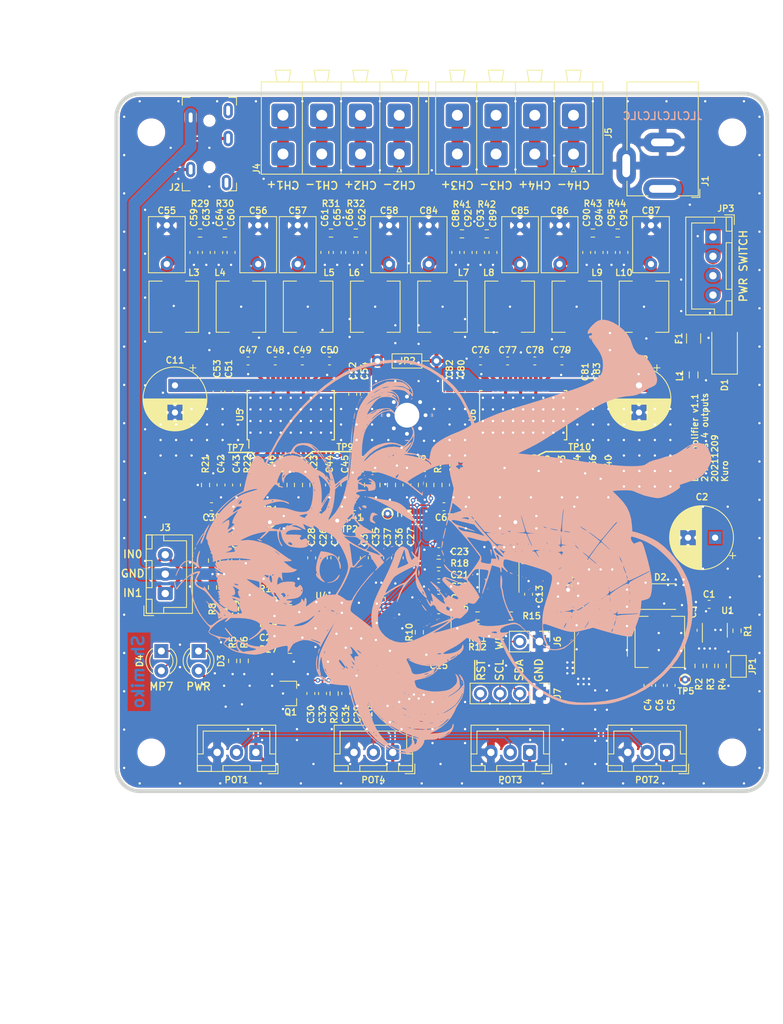
<source format=kicad_pcb>
(kicad_pcb (version 20171130) (host pcbnew "(5.1.8)-1")
  (title_block (title "DSP Amplifier board - 2 inputs 4 outputs") (date 2021-12-09) (rev 1.1) (company "Author: Kuro") (comment 1 "Rev 1.1 fixes two problems and is untested."))
  (layers (0 F.Cu signal) (31 B.Cu signal) (34 B.Paste user) (35 F.Paste user) (36 B.SilkS user) (37 F.SilkS user) (38 B.Mask user) (39 F.Mask user) (44 Edge.Cuts user))
  (net 0 "")
  (net 1 GND)
  (net 2 +12V)
  (net 3 +3V3)
  (net 4 /TPA3116D2_B/SYNC)
  (net 5 /ADAU1701/GNDS)
  (net 6 /ADAU1701/ADC1)
  (net 7 /ADAU1701/ADC0)
  (net 8 /ADAU1701/~RST)
  (net 9 "Net-(C33-Pad1)")
  (net 10 /TPA3116D2_A/RINP)
  (net 11 /TPA3116D2_A/LINP)
  (net 12 /TPA3116D2_B/RINP)
  (net 13 /TPA3116D2_B/LINP)
  (net 14 "Net-(C40-Pad1)")
  (net 15 "Net-(C41-Pad1)")
  (net 16 "Net-(C42-Pad1)")
  (net 17 "Net-(C43-Pad1)")
  (net 18 "Net-(C44-Pad1)")
  (net 19 "Net-(C45-Pad1)")
  (net 20 /TPA3116D2_A/ROUTP)
  (net 21 /TPA3116D2_A/ROUTN)
  (net 22 /TPA3116D2_A/LOUTP)
  (net 23 /TPA3116D2_A/LOUTN)
  (net 24 "Net-(C63-Pad1)")
  (net 25 "Net-(C64-Pad1)")
  (net 26 "Net-(C65-Pad1)")
  (net 27 "Net-(C66-Pad1)")
  (net 28 "Net-(C67-Pad1)")
  (net 29 "Net-(C68-Pad1)")
  (net 30 "Net-(C69-Pad1)")
  (net 31 "Net-(C70-Pad1)")
  (net 32 "Net-(C71-Pad1)")
  (net 33 "Net-(C72-Pad1)")
  (net 34 "Net-(C73-Pad1)")
  (net 35 "Net-(C74-Pad1)")
  (net 36 /TPA3116D2_B/ROUTP)
  (net 37 /TPA3116D2_B/ROUTN)
  (net 38 /TPA3116D2_B/LOUTP)
  (net 39 /TPA3116D2_B/LOUTN)
  (net 40 "Net-(D1-Pad1)")
  (net 41 "Net-(D3-Pad1)")
  (net 42 /MP7)
  (net 43 "Net-(F1-Pad2)")
  (net 44 /MP10)
  (net 45 /I2S_DATA)
  (net 46 /MP11)
  (net 47 /I2S_LRCLK)
  (net 48 /I2S_BCLK)
  (net 49 /ADAU1701/WP)
  (net 50 /ADAU1701/SCL)
  (net 51 /ADAU1701/SDA)
  (net 52 "Net-(Q1-Pad1)")
  (net 53 /TPA3116D2_A/SYNC)
  (net 54 /ADAU1701/WB)
  (net 55 /ADAU1701/MP1)
  (net 56 /ADAU1701/MP6)
  (net 57 "/ADAU1701/MP9(ADC0)")
  (net 58 "/ADAU1701/MP2(ADC1)")
  (net 59 "/ADAU1701/MP2(ADC2)")
  (net 60 "/ADAU1701/MP8(ADC3)")
  (net 61 "Net-(C39-Pad1)")
  (net 62 "Net-(C38-Pad1)")
  (net 63 +12VA)
  (net 64 +5V)
  (net 65 "Net-(C92-Pad1)")
  (net 66 "Net-(C3-Pad2)")
  (net 67 "Net-(C3-Pad1)")
  (net 68 "Net-(C15-Pad2)")
  (net 69 "Net-(C16-Pad2)")
  (net 70 "Net-(C18-Pad2)")
  (net 71 "Net-(C19-Pad2)")
  (net 72 "Net-(C21-Pad1)")
  (net 73 "Net-(C22-Pad2)")
  (net 74 "Net-(C24-Pad1)")
  (net 75 "Net-(C30-Pad1)")
  (net 76 "Net-(C36-Pad2)")
  (net 77 "Net-(C46-Pad1)")
  (net 78 "Net-(C47-Pad2)")
  (net 79 "Net-(C47-Pad1)")
  (net 80 "Net-(C48-Pad2)")
  (net 81 "Net-(C48-Pad1)")
  (net 82 "Net-(C49-Pad2)")
  (net 83 "Net-(C49-Pad1)")
  (net 84 "Net-(C50-Pad2)")
  (net 85 "Net-(C50-Pad1)")
  (net 86 "Net-(C75-Pad1)")
  (net 87 "Net-(C76-Pad2)")
  (net 88 "Net-(C76-Pad1)")
  (net 89 "Net-(C77-Pad2)")
  (net 90 "Net-(C77-Pad1)")
  (net 91 "Net-(C78-Pad2)")
  (net 92 "Net-(C78-Pad1)")
  (net 93 "Net-(C79-Pad2)")
  (net 94 "Net-(C79-Pad1)")
  (net 95 "Net-(C93-Pad1)")
  (net 96 "Net-(C94-Pad1)")
  (net 97 "Net-(C95-Pad1)")
  (net 98 "Net-(D4-Pad1)")
  (net 99 "Net-(J2-Pad6)")
  (net 100 "Net-(J2-Pad4)")
  (net 101 "Net-(R1-Pad1)")
  (net 102 "Net-(R2-Pad2)")
  (net 103 "Net-(R10-Pad1)")
  (net 104 "Net-(R13-Pad2)")
  (net 105 "Net-(R14-Pad2)")
  (net 106 "Net-(R19-Pad2)")
  (net 107 "Net-(R20-Pad1)")
  (net 108 "Net-(R25-Pad1)")
  (net 109 "Net-(R37-Pad1)")
  (net 110 "Net-(J1-Pad1)")
  (module TestPoint:TestPoint_Pad_D1.0mm (layer F.Cu) (at 103.9 97.3)
    (fp_text reference TP10 (at 5.9 -1.7) (layer F.SilkS) (effects (font (size 0.8 0.8) (thickness 0.16))))
    (fp_text value INL_FILT)
    (pad 1 smd circle (at 0 0) (size 1 1) (layers F.Cu F.Mask) (net 34 "Net-(C73-Pad1)"))
  )
  (module TestPoint:TestPoint_Pad_D1.0mm (layer F.Cu) (at 73.9 97.7)
    (fp_text reference TP9 (at 5.6 -2.1) (layer F.SilkS) (effects (font (size 0.8 0.8) (thickness 0.16))))
    (fp_text value INL_FILT)
    (pad 1 smd circle (at 0 0) (size 1 1) (layers F.Cu F.Mask) (net 18 "Net-(C44-Pad1)"))
  )
  (module TestPoint:TestPoint_Pad_D1.0mm (layer F.Cu) (at 98 97.6)
    (fp_text reference TP8 (at -2.5 -1.9) (layer F.SilkS) (effects (font (size 0.8 0.8) (thickness 0.16))))
    (fp_text value INR_FILT)
    (pad 1 smd circle (at 0 0) (size 1 1) (layers F.Cu F.Mask) (net 32 "Net-(C71-Pad1)"))
  )
  (module TestPoint:TestPoint_Pad_D1.0mm (layer F.Cu) (at 68.3 97.6)
    (fp_text reference TP7 (at -2.9 -1.9) (layer F.SilkS) (effects (font (size 0.8 0.8) (thickness 0.16))))
    (fp_text value INR_FILT)
    (pad 1 smd circle (at 0 0) (size 1 1) (layers F.Cu F.Mask) (net 16 "Net-(C42-Pad1)"))
  )
  (module TestPoint:TestPoint_THTPad_D1.0mm_Drill0.5mm (layer F.Cu) (at 108.3 114.03152)
    (fp_text reference TP6 (at 0 -1.448) (layer F.SilkS) (effects (font (size 0.8 0.8) (thickness 0.16))))
    (fp_text value 3V3)
    (pad 1 thru_hole circle (at 0 0) (size 1 1) (drill 0.5) (layers *.Cu *.Mask) (net 3 +3V3))
  )
  (module TestPoint:TestPoint_THTPad_D1.0mm_Drill0.5mm (layer F.Cu) (at 123.4 125.6)
    (fp_text reference TP5 (at 0.1 1.5) (layer F.SilkS) (effects (font (size 0.8 0.8) (thickness 0.16))))
    (fp_text value 5V)
    (pad 1 thru_hole circle (at 0 0) (size 1 1) (drill 0.5) (layers *.Cu *.Mask) (net 64 +5V))
  )
  (module TestPoint:TestPoint_THTPad_D1.0mm_Drill0.5mm (layer F.Cu) (at 101.5 105.3)
    (fp_text reference TP4 (at 0 -1.448) (layer F.SilkS) (effects (font (size 0.8 0.8) (thickness 0.16))))
    (fp_text value DAC3)
    (pad 1 thru_hole circle (at 0 0) (size 1 1) (drill 0.5) (layers *.Cu *.Mask) (net 13 /TPA3116D2_B/LINP))
  )
  (module TestPoint:TestPoint_THTPad_D1.0mm_Drill0.5mm (layer F.Cu) (at 85 104.2)
    (fp_text reference TP3 (at 2.1 0) (layer F.SilkS) (effects (font (size 0.8 0.8) (thickness 0.16))))
    (fp_text value DAC2)
    (pad 1 thru_hole circle (at 0 0) (size 1 1) (drill 0.5) (layers *.Cu *.Mask) (net 12 /TPA3116D2_B/RINP))
  )
  (module TestPoint:TestPoint_THTPad_D1.0mm_Drill0.5mm (layer F.Cu) (at 78.5 105.1)
    (fp_text reference TP2 (at 1.6 1.1) (layer F.SilkS) (effects (font (size 0.8 0.8) (thickness 0.16))))
    (fp_text value DAC1)
    (pad 1 thru_hole circle (at 0 0) (size 1 1) (drill 0.5) (layers *.Cu *.Mask) (net 11 /TPA3116D2_A/LINP))
  )
  (module TestPoint:TestPoint_THTPad_D1.0mm_Drill0.5mm (layer F.Cu) (at 69.8 105.3)
    (fp_text reference TP1 (at 0 -1.6) (layer F.SilkS) (effects (font (size 0.8 0.8) (thickness 0.16))))
    (fp_text value DAC0)
    (pad 1 thru_hole circle (at 0 0) (size 1 1) (drill 0.5) (layers *.Cu *.Mask) (net 10 /TPA3116D2_A/RINP))
  )
  (module Connector_JST:JST_XH_B4B-XH-A_1x04_P2.50mm_Vertical (layer F.Cu) (at 127 68.5 270)
    (fp_text reference JP3 (at -3.67 -1.66 180) (layer F.SilkS) (effects (font (size 0.8 0.8) (thickness 0.16))))
    (fp_text value "POWER SWITCH")
    (pad 4 thru_hole oval (at 7.5 0 270) (size 1.7 1.95) (drill 0.95) (layers *.Cu *.Mask) (net 43 "Net-(F1-Pad2)"))
    (pad 3 thru_hole oval (at 5 0 270) (size 1.7 1.95) (drill 0.95) (layers *.Cu *.Mask) (net 43 "Net-(F1-Pad2)"))
    (pad 2 thru_hole oval (at 2.5 0 270) (size 1.7 1.95) (drill 0.95) (layers *.Cu *.Mask) (net 110 "Net-(J1-Pad1)"))
    (pad 1 thru_hole roundrect (at 0 0 270) (size 1.7 1.95) (drill 0.95) (layers *.Cu *.Mask) (roundrect_rratio 0.1470588235294118) (net 110 "Net-(J1-Pad1)"))
  )
  (module lcsc:C381116 (layer F.Cu) (at 120.5 62.3 270)
    (fp_text reference J1 (at -1 -5.5 90) (layer F.SilkS) (effects (font (size 0.82 0.82) (thickness 0.16))))
    (fp_text value PWR)
    (pad 1 thru_hole oval (at 0 0 270) (size 2.5 5) (drill oval 1 3.5) (layers *.Cu *.Mask) (net 110 "Net-(J1-Pad1)"))
    (pad 2 thru_hole oval (at -6 0 270) (size 2.5 5) (drill oval 1 3) (layers *.Cu *.Mask) (net 1 GND))
    (pad 3 thru_hole oval (at -3 4.7 270) (size 5 2.5) (drill oval 3 1) (layers *.Cu *.Mask) (net 1 GND))
  )
  (module shamiko:shamiko (layer B.Cu) (at 92.1 107.2 270)
    (fp_text reference LOGO1 hide)
    (fp_text value logo hide)
  )
  (module dsp_amp_2to4:Aluminum_W88H38L120 (layer F.Cu) (at 48 50)
    (fp_text reference N1 hide)
    (fp_text value W88H38L120)
  )
  (module Capacitor_SMD:C_0603_1608Metric (layer F.Cu) (at 112.5 113.25652 90)
    (fp_text reference C8 (at 2.35652 0 90) (layer F.SilkS) (effects (font (size 0.82 0.82) (thickness 0.16))))
    (fp_text value 10uF)
    (pad 2 smd roundrect (at 0.775 0 90) (size 0.9 0.95) (layers F.Cu F.Paste F.Mask) (net 1 GND))
    (pad 1 smd roundrect (at -0.775 0 90) (size 0.9 0.95) (layers F.Cu F.Paste F.Mask) (net 3 +3V3))
  )
  (module Capacitor_SMD:C_0603_1608Metric (layer F.Cu) (at 114 113.25652 90)
    (fp_text reference C7 (at 2.35652 0 90) (layer F.SilkS) (effects (font (size 0.82 0.82) (thickness 0.16))))
    (fp_text value 10uF)
    (pad 2 smd roundrect (at 0.775 0 90) (size 0.9 0.95) (layers F.Cu F.Paste F.Mask) (net 1 GND))
    (pad 1 smd roundrect (at -0.775 0 90) (size 0.9 0.95) (layers F.Cu F.Paste F.Mask) (net 3 +3V3))
  )
  (module Package_TO_SOT_SMD:SOT-23-6 (layer F.Cu) (at 127.24 119.24348 90)
    (fp_text reference U1 (at 2.54348 1.66 180) (layer F.SilkS) (effects (font (size 0.82 0.82) (thickness 0.16))))
    (fp_text value AOZ1282CI-2)
    (pad 5 smd rect (at 1.1 0 90) (size 1.06 0.65) (layers F.Cu F.Paste F.Mask) (net 2 +12V))
    (pad 6 smd rect (at 1.1 -0.95 90) (size 1.06 0.65) (layers F.Cu F.Paste F.Mask) (net 66 "Net-(C3-Pad2)"))
    (pad 4 smd rect (at 1.1 0.95 90) (size 1.06 0.65) (layers F.Cu F.Paste F.Mask) (net 101 "Net-(R1-Pad1)"))
    (pad 3 smd rect (at -1.1 0.95 90) (size 1.06 0.65) (layers F.Cu F.Paste F.Mask) (net 102 "Net-(R2-Pad2)"))
    (pad 2 smd rect (at -1.1 0 90) (size 1.06 0.65) (layers F.Cu F.Paste F.Mask) (net 1 GND))
    (pad 1 smd rect (at -1.1 -0.95 90) (size 1.06 0.65) (layers F.Cu F.Paste F.Mask) (net 67 "Net-(C3-Pad1)"))
  )
  (module Resistor_SMD:R_0603_1608Metric (layer F.Cu) (at 128.2 123.84348 90)
    (fp_text reference R4 (at -2.35652 0 90) (layer F.SilkS) (effects (font (size 0.82 0.82) (thickness 0.16))))
    (fp_text value 100K)
    (pad 2 smd roundrect (at 0.825 0 90) (size 0.8 0.95) (layers F.Cu F.Paste F.Mask) (net 102 "Net-(R2-Pad2)"))
    (pad 1 smd roundrect (at -0.825 0 90) (size 0.8 0.95) (layers F.Cu F.Paste F.Mask) (net 64 +5V))
  )
  (module Resistor_SMD:R_0603_1608Metric (layer F.Cu) (at 126.7 123.84348 90)
    (fp_text reference R3 (at -2.35652 0 90) (layer F.SilkS) (effects (font (size 0.82 0.82) (thickness 0.16))))
    (fp_text value 100K)
    (pad 2 smd roundrect (at 0.825 0 90) (size 0.8 0.95) (layers F.Cu F.Paste F.Mask) (net 102 "Net-(R2-Pad2)"))
    (pad 1 smd roundrect (at -0.825 0 90) (size 0.8 0.95) (layers F.Cu F.Paste F.Mask) (net 64 +5V))
  )
  (module Resistor_SMD:R_0603_1608Metric (layer F.Cu) (at 125.2 123.84348 270)
    (fp_text reference R2 (at 2.35652 0 90) (layer F.SilkS) (effects (font (size 0.82 0.82) (thickness 0.16))))
    (fp_text value 10K)
    (pad 2 smd roundrect (at 0.825 0 270) (size 0.8 0.95) (layers F.Cu F.Paste F.Mask) (net 102 "Net-(R2-Pad2)"))
    (pad 1 smd roundrect (at -0.825 0 270) (size 0.8 0.95) (layers F.Cu F.Paste F.Mask) (net 1 GND))
  )
  (module Resistor_SMD:R_0603_1608Metric (layer F.Cu) (at 130.1 119.3 90)
    (fp_text reference R1 (at 0 1.4 90) (layer F.SilkS) (effects (font (size 0.82 0.82) (thickness 0.16))))
    (fp_text value 100K)
    (pad 2 smd roundrect (at 0.825 0 90) (size 0.8 0.95) (layers F.Cu F.Paste F.Mask) (net 2 +12V))
    (pad 1 smd roundrect (at -0.825 0 90) (size 0.8 0.95) (layers F.Cu F.Paste F.Mask) (net 101 "Net-(R1-Pad1)"))
  )
  (module Inductor_SMD:L_6.3x6.3_H3 (layer F.Cu) (at 120.14 120.74348 270)
    (fp_text reference L2 (at -2.74348 3.94 270) (layer F.SilkS) (effects (font (size 0.82 0.82) (thickness 0.16))))
    (fp_text value 10uH)
    (pad 2 smd rect (at 2.75 0 270) (size 1.5 2.4) (layers F.Cu F.Paste F.Mask) (net 64 +5V))
    (pad 1 smd rect (at -2.75 0 270) (size 1.5 2.4) (layers F.Cu F.Paste F.Mask) (net 66 "Net-(C3-Pad2)"))
  )
  (module Jumper:SolderJumper-2_P1.3mm_Open_TrianglePad1.0x1.5mm (layer F.Cu) (at 130.3 123.9 270)
    (fp_text reference JP1 (at 0 -1.8 90) (layer F.SilkS) (effects (font (size 0.82 0.82) (thickness 0.16))))
    (fp_text value "INPUT SHORT")
    (pad 1 smd custom (at -0.725 0 270) (size 0.3 0.3) (layers F.Cu F.Mask) (net 2 +12V) (options (clearance outline) (anchor rect)) (primitives (gr_poly (pts (xy -0.5 -0.75) (xy 0.5 -0.75) (xy 1 0) (xy 0.5 0.75) (xy -0.5 0.75)) (width 0))))
    (pad 2 smd custom (at 0.725 0 270) (size 0.3 0.3) (layers F.Cu F.Mask) (net 64 +5V) (options (clearance outline) (anchor rect)) (primitives (gr_poly (pts (xy -0.65 -0.75) (xy 0.5 -0.75) (xy 0.5 0.75) (xy -0.65 0.75) (xy -0.15 0)) (width 0))))
  )
  (module Diode_SMD:D_SMA (layer F.Cu) (at 120.2 114.9)
    (fp_text reference D2 (at 0 -2.5) (layer F.SilkS) (effects (font (size 0.82 0.82) (thickness 0.16))))
    (fp_text value SS54)
    (pad 2 smd rect (at 2 0) (size 2.5 1.8) (layers F.Cu F.Paste F.Mask) (net 1 GND))
    (pad 1 smd rect (at -2 0) (size 2.5 1.8) (layers F.Cu F.Paste F.Mask) (net 66 "Net-(C3-Pad2)"))
  )
  (module Capacitor_SMD:C_0603_1608Metric (layer F.Cu) (at 120.1 126.35652 270)
    (fp_text reference C6 (at 2.54348 0 90) (layer F.SilkS) (effects (font (size 0.82 0.82) (thickness 0.16))))
    (fp_text value 10uF)
    (pad 2 smd roundrect (at 0.775 0 270) (size 0.9 0.95) (layers F.Cu F.Paste F.Mask) (net 1 GND))
    (pad 1 smd roundrect (at -0.775 0 270) (size 0.9 0.95) (layers F.Cu F.Paste F.Mask) (net 64 +5V))
  )
  (module Capacitor_SMD:C_0603_1608Metric (layer F.Cu) (at 121.6 126.35652 270)
    (fp_text reference C5 (at 2.54348 0 90) (layer F.SilkS) (effects (font (size 0.82 0.82) (thickness 0.16))))
    (fp_text value 10uF)
    (pad 2 smd roundrect (at 0.775 0 270) (size 0.9 0.95) (layers F.Cu F.Paste F.Mask) (net 1 GND))
    (pad 1 smd roundrect (at -0.775 0 270) (size 0.9 0.95) (layers F.Cu F.Paste F.Mask) (net 64 +5V))
  )
  (module Capacitor_SMD:C_0603_1608Metric (layer F.Cu) (at 124.44 119.24348 90)
    (fp_text reference C3 (at 2.34348 -0.04 90) (layer F.SilkS) (effects (font (size 0.82 0.82) (thickness 0.16))))
    (fp_text value 100nF)
    (pad 2 smd roundrect (at 0.775 0 90) (size 0.9 0.95) (layers F.Cu F.Paste F.Mask) (net 66 "Net-(C3-Pad2)"))
    (pad 1 smd roundrect (at -0.775 0 90) (size 0.9 0.95) (layers F.Cu F.Paste F.Mask) (net 67 "Net-(C3-Pad1)"))
  )
  (module Capacitor_SMD:C_0603_1608Metric (layer F.Cu) (at 126.5 115.9 180)
    (fp_text reference C1 (at 0 1.3) (layer F.SilkS) (effects (font (size 0.82 0.82) (thickness 0.16))))
    (fp_text value 100nF)
    (pad 2 smd roundrect (at 0.775 0 180) (size 0.9 0.95) (layers F.Cu F.Paste F.Mask) (net 1 GND))
    (pad 1 smd roundrect (at -0.775 0 180) (size 0.9 0.95) (layers F.Cu F.Paste F.Mask) (net 2 +12V))
  )
  (module Capacitor_SMD:C_0603_1608Metric (layer F.Cu) (at 64.5 88.5 270)
    (fp_text reference C51 (at -3 0 90) (layer F.SilkS) (effects (font (size 0.82 0.82) (thickness 0.16))))
    (fp_text value 1nF)
    (pad 1 smd roundrect (at -0.775 0 270) (size 0.9 0.95) (layers F.Cu F.Paste F.Mask) (net 63 +12VA))
    (pad 2 smd roundrect (at 0.775 0 270) (size 0.9 0.95) (layers F.Cu F.Paste F.Mask) (net 1 GND))
  )
  (module Capacitor_SMD:C_0603_1608Metric (layer F.Cu) (at 63 88.5 270)
    (fp_text reference C53 (at -3 0 90) (layer F.SilkS) (effects (font (size 0.82 0.82) (thickness 0.16))))
    (fp_text value 100nF)
    (pad 2 smd roundrect (at 0.775 0 270) (size 0.9 0.95) (layers F.Cu F.Paste F.Mask) (net 1 GND))
    (pad 1 smd roundrect (at -0.775 0 270) (size 0.9 0.95) (layers F.Cu F.Paste F.Mask) (net 63 +12VA))
  )
  (module Capacitor_THT:CP_Radial_D8.0mm_P3.50mm (layer F.Cu) (at 57.552651 87.65 270)
    (fp_text reference C11 (at -3.25 0 180) (layer F.SilkS) (effects (font (size 0.82 0.82) (thickness 0.16))))
    (fp_text value 220uF)
    (pad 1 thru_hole rect (at 0 0 270) (size 1.6 1.6) (drill 0.8) (layers *.Cu *.Mask) (net 63 +12VA))
    (pad 2 thru_hole circle (at 3.5 0 270) (size 1.6 1.6) (drill 0.8) (layers *.Cu *.Mask) (net 1 GND))
  )
  (module lcsc:C475204 (layer F.Cu) (at 109 57.8 180)
    (fp_text reference J5 (at -4.5 2.7 90) (layer F.SilkS) (effects (font (size 0.82 0.82) (thickness 0.16))))
    (fp_text value C475204)
    (pad 4 thru_hole roundrect (at 15 5 180) (size 3 3) (drill 1.4) (layers *.Cu *.Mask) (roundrect_rratio 0.125) (net 36 /TPA3116D2_B/ROUTP))
    (pad 3 thru_hole roundrect (at 10 5 180) (size 3 3) (drill 1.4) (layers *.Cu *.Mask) (roundrect_rratio 0.125) (net 37 /TPA3116D2_B/ROUTN))
    (pad 2 thru_hole roundrect (at 5 5 180) (size 3 3) (drill 1.4) (layers *.Cu *.Mask) (roundrect_rratio 0.125) (net 38 /TPA3116D2_B/LOUTP))
    (pad 1 thru_hole roundrect (at 0 5 180) (size 3 3) (drill 1.4) (layers *.Cu *.Mask) (roundrect_rratio 0.125) (net 39 /TPA3116D2_B/LOUTN))
    (pad 4 thru_hole roundrect (at 15 0 180) (size 3 3) (drill 1.4) (layers *.Cu *.Mask) (roundrect_rratio 0.125) (net 36 /TPA3116D2_B/ROUTP))
    (pad 3 thru_hole roundrect (at 10 0 180) (size 3 3) (drill 1.4) (layers *.Cu *.Mask) (roundrect_rratio 0.125) (net 37 /TPA3116D2_B/ROUTN))
    (pad 2 thru_hole roundrect (at 5 0 180) (size 3 3) (drill 1.4) (layers *.Cu *.Mask) (roundrect_rratio 0.125) (net 38 /TPA3116D2_B/LOUTP))
    (pad 1 thru_hole roundrect (at 0 0 180) (size 3 3) (drill 1.4) (layers *.Cu *.Mask) (roundrect_rratio 0.125) (net 39 /TPA3116D2_B/LOUTN))
  )
  (module lcsc:C475204 (layer F.Cu) (at 86.5 57.8 180)
    (fp_text reference J4 (at 18.4 -1.9 90) (layer F.SilkS) (effects (font (size 0.82 0.82) (thickness 0.16))))
    (fp_text value C475204)
    (pad 4 thru_hole roundrect (at 15 5 180) (size 3 3) (drill 1.4) (layers *.Cu *.Mask) (roundrect_rratio 0.125) (net 20 /TPA3116D2_A/ROUTP))
    (pad 3 thru_hole roundrect (at 10 5 180) (size 3 3) (drill 1.4) (layers *.Cu *.Mask) (roundrect_rratio 0.125) (net 21 /TPA3116D2_A/ROUTN))
    (pad 2 thru_hole roundrect (at 5 5 180) (size 3 3) (drill 1.4) (layers *.Cu *.Mask) (roundrect_rratio 0.125) (net 22 /TPA3116D2_A/LOUTP))
    (pad 1 thru_hole roundrect (at 0 5 180) (size 3 3) (drill 1.4) (layers *.Cu *.Mask) (roundrect_rratio 0.125) (net 23 /TPA3116D2_A/LOUTN))
    (pad 4 thru_hole roundrect (at 15 0 180) (size 3 3) (drill 1.4) (layers *.Cu *.Mask) (roundrect_rratio 0.125) (net 20 /TPA3116D2_A/ROUTP))
    (pad 3 thru_hole roundrect (at 10 0 180) (size 3 3) (drill 1.4) (layers *.Cu *.Mask) (roundrect_rratio 0.125) (net 21 /TPA3116D2_A/ROUTN))
    (pad 2 thru_hole roundrect (at 5 0 180) (size 3 3) (drill 1.4) (layers *.Cu *.Mask) (roundrect_rratio 0.125) (net 22 /TPA3116D2_A/LOUTP))
    (pad 1 thru_hole roundrect (at 0 0 180) (size 3 3) (drill 1.4) (layers *.Cu *.Mask) (roundrect_rratio 0.125) (net 23 /TPA3116D2_A/LOUTN))
  )
  (module Connector_JST:JST_XH_B3B-XH-A_1x03_P2.50mm_Vertical (layer F.Cu) (at 56.3 114.5 90)
    (fp_text reference J3 (at 8.5 0 180) (layer F.SilkS) (effects (font (size 0.82 0.82) (thickness 0.16))))
    (fp_text value "JST XH-B3B")
    (pad 3 thru_hole oval (at 5 0 90) (size 1.7 1.95) (drill 0.95) (layers *.Cu *.Mask) (net 7 /ADAU1701/ADC0))
    (pad 2 thru_hole oval (at 2.5 0 90) (size 1.7 1.95) (drill 0.95) (layers *.Cu *.Mask) (net 5 /ADAU1701/GNDS))
    (pad 1 thru_hole roundrect (at 0 0 90) (size 1.7 1.95) (drill 0.95) (layers *.Cu *.Mask) (roundrect_rratio 0.1470588235294118) (net 6 /ADAU1701/ADC1))
  )
  (module lcsc:PJ-3270 (layer F.Cu) (at 62 50.5 180)
    (fp_text reference J2 (at 4.5 -11.6) (layer F.SilkS) (effects (font (size 0.82 0.82) (thickness 0.16))))
    (fp_text value PJ-3270)
    (pad 3 thru_hole oval (at 2.42 -2.6 180) (size 1.2 2) (drill oval 0.5 1.3) (layers *.Cu *.Mask) (net 5 /ADAU1701/GNDS))
    (pad 2 thru_hole oval (at 2.42 -9.3 180) (size 1.2 2) (drill oval 0.5 1.3) (layers *.Cu *.Mask) (net 7 /ADAU1701/ADC0))
    (pad 6 thru_hole oval (at -2.2 -11 180) (size 1.2 2) (drill oval 0.5 1.3) (layers *.Cu *.Mask) (net 99 "Net-(J2-Pad6)"))
    (pad 5 thru_hole oval (at -2.42 -5.3 180) (size 1.2 2) (drill oval 0.5 1.3) (layers *.Cu *.Mask) (net 6 /ADAU1701/ADC1))
    (pad 4 thru_hole oval (at -2.42 -1.7 180) (size 1.2 2) (drill oval 0.5 1.3) (layers *.Cu *.Mask) (net 100 "Net-(J2-Pad4)"))
    (pad "" np_thru_hole circle (at 0 -9 180) (size 1.2 1.2) (drill 1.2) (layers *.Cu *.Mask))
    (pad "" np_thru_hole circle (at 0 -3 180) (size 1.2 1.2) (drill 1.2) (layers *.Cu *.Mask))
  )
  (module Connector_PinHeader_2.54mm:PinHeader_1x04_P2.54mm_Vertical (layer F.Cu) (at 104.6 127.4 270)
    (fp_text reference J7 (at 0 -2.33 90) (layer F.SilkS) (effects (font (size 0.82 0.82) (thickness 0.16))))
    (fp_text value PROG)
    (pad 4 thru_hole oval (at 0 7.62 270) (size 1.7 1.7) (drill 1) (layers *.Cu *.Mask) (net 8 /ADAU1701/~RST))
    (pad 3 thru_hole oval (at 0 5.08 270) (size 1.7 1.7) (drill 1) (layers *.Cu *.Mask) (net 50 /ADAU1701/SCL))
    (pad 2 thru_hole oval (at 0 2.54 270) (size 1.7 1.7) (drill 1) (layers *.Cu *.Mask) (net 51 /ADAU1701/SDA))
    (pad 1 thru_hole rect (at 0 0 270) (size 1.7 1.7) (drill 1) (layers *.Cu *.Mask) (net 1 GND))
  )
  (module Resistor_THT:R_Axial_DIN0204_L3.6mm_D1.6mm_P7.62mm_Horizontal (layer F.Cu) (at 83.69 84.5)
    (fp_text reference JP2 (at 3.81 0) (layer F.SilkS) (effects (font (size 0.82 0.82) (thickness 0.16))))
    (fp_text value "Jumper Wire")
    (pad 2 thru_hole oval (at 7.62 0) (size 1.4 1.4) (drill 0.7) (layers *.Cu *.Mask) (net 2 +12V))
    (pad 1 thru_hole circle (at 0 0) (size 1.4 1.4) (drill 0.7) (layers *.Cu *.Mask) (net 63 +12VA))
  )
  (module Resistor_SMD:R_0603_1608Metric (layer F.Cu) (at 72.4 115.4)
    (fp_text reference R19 (at -2.8 0) (layer F.SilkS) (effects (font (size 0.82 0.82) (thickness 0.16))))
    (fp_text value 18K)
    (pad 2 smd roundrect (at 0.825 0) (size 0.8 0.95) (layers F.Cu F.Paste F.Mask) (net 106 "Net-(R19-Pad2)"))
    (pad 1 smd roundrect (at -0.825 0) (size 0.8 0.95) (layers F.Cu F.Paste F.Mask) (net 5 /ADAU1701/GNDS))
  )
  (module Resistor_SMD:R_0603_1608Metric (layer F.Cu) (at 72.4 113.9)
    (fp_text reference R13 (at -2.8 0) (layer F.SilkS) (effects (font (size 0.82 0.82) (thickness 0.16))))
    (fp_text value 18K)
    (pad 2 smd roundrect (at 0.825 0) (size 0.8 0.95) (layers F.Cu F.Paste F.Mask) (net 104 "Net-(R13-Pad2)"))
    (pad 1 smd roundrect (at -0.825 0) (size 0.8 0.95) (layers F.Cu F.Paste F.Mask) (net 70 "Net-(C18-Pad2)"))
  )
  (module NetTie:NetTie-2_SMD_Pad0.5mm (layer F.Cu) (at 72.4 116.9 180)
    (fp_text reference NT1 hide)
    (fp_text value Net-Tie_2)
    (fp_poly (pts (xy -0.5 -0.25) (xy 0.5 -0.25) (xy 0.5 0.25) (xy -0.5 0.25)) (layer F.Cu) (width 0))
    (pad 2 smd circle (at 0.5 0 180) (size 0.5 0.5) (layers F.Cu) (net 5 /ADAU1701/GNDS))
    (pad 1 smd circle (at -0.5 0 180) (size 0.5 0.5) (layers F.Cu) (net 1 GND))
  )
  (module Capacitor_SMD:C_0603_1608Metric (layer F.Cu) (at 113.9 70.5 270)
    (fp_text reference C95 (at -4.5 0 90) (layer F.SilkS) (effects (font (size 0.82 0.82) (thickness 0.16))))
    (fp_text value 10nF)
    (pad 2 smd roundrect (at 0.775 0 270) (size 0.9 0.95) (layers F.Cu F.Paste F.Mask) (net 1 GND))
    (pad 1 smd roundrect (at -0.775 0 270) (size 0.9 0.95) (layers F.Cu F.Paste F.Mask) (net 97 "Net-(C95-Pad1)"))
  )
  (module Capacitor_SMD:C_0603_1608Metric (layer F.Cu) (at 112.3 70.5 270)
    (fp_text reference C94 (at -4.5 0 90) (layer F.SilkS) (effects (font (size 0.82 0.82) (thickness 0.16))))
    (fp_text value 10nF)
    (pad 2 smd roundrect (at 0.775 0 270) (size 0.9 0.95) (layers F.Cu F.Paste F.Mask) (net 1 GND))
    (pad 1 smd roundrect (at -0.775 0 270) (size 0.9 0.95) (layers F.Cu F.Paste F.Mask) (net 96 "Net-(C94-Pad1)"))
  )
  (module Capacitor_SMD:C_0603_1608Metric (layer F.Cu) (at 97 70.5 270)
    (fp_text reference C93 (at -4.4 0 90) (layer F.SilkS) (effects (font (size 0.82 0.82) (thickness 0.16))))
    (fp_text value 10nF)
    (pad 2 smd roundrect (at 0.775 0 270) (size 0.9 0.95) (layers F.Cu F.Paste F.Mask) (net 1 GND))
    (pad 1 smd roundrect (at -0.775 0 270) (size 0.9 0.95) (layers F.Cu F.Paste F.Mask) (net 95 "Net-(C93-Pad1)"))
  )
  (module Capacitor_SMD:C_0603_1608Metric (layer F.Cu) (at 115.5 70.5 270)
    (fp_text reference C91 (at -4.5 0 90) (layer F.SilkS) (effects (font (size 0.82 0.82) (thickness 0.16))))
    (fp_text value 1nF)
    (pad 2 smd roundrect (at 0.775 0 270) (size 0.9 0.95) (layers F.Cu F.Paste F.Mask) (net 1 GND))
    (pad 1 smd roundrect (at -0.775 0 270) (size 0.9 0.95) (layers F.Cu F.Paste F.Mask) (net 39 /TPA3116D2_B/LOUTN))
  )
  (module Capacitor_SMD:C_0603_1608Metric (layer F.Cu) (at 110.7 70.5 270)
    (fp_text reference C90 (at -4.5 0 90) (layer F.SilkS) (effects (font (size 0.82 0.82) (thickness 0.16))))
    (fp_text value 1nF)
    (pad 2 smd roundrect (at 0.775 0 270) (size 0.9 0.95) (layers F.Cu F.Paste F.Mask) (net 1 GND))
    (pad 1 smd roundrect (at -0.775 0 270) (size 0.9 0.95) (layers F.Cu F.Paste F.Mask) (net 38 /TPA3116D2_B/LOUTP))
  )
  (module Capacitor_SMD:C_0603_1608Metric (layer F.Cu) (at 98.6 70.5 270)
    (fp_text reference C89 (at -4.4 0 90) (layer F.SilkS) (effects (font (size 0.82 0.82) (thickness 0.16))))
    (fp_text value 1nF)
    (pad 2 smd roundrect (at 0.775 0 270) (size 0.9 0.95) (layers F.Cu F.Paste F.Mask) (net 1 GND))
    (pad 1 smd roundrect (at -0.775 0 270) (size 0.9 0.95) (layers F.Cu F.Paste F.Mask) (net 37 /TPA3116D2_B/ROUTN))
  )
  (module Capacitor_SMD:C_0603_1608Metric (layer F.Cu) (at 93.8 70.5 270)
    (fp_text reference C88 (at -4.4 0 90) (layer F.SilkS) (effects (font (size 0.82 0.82) (thickness 0.16))))
    (fp_text value 1nF)
    (pad 2 smd roundrect (at 0.775 0 270) (size 0.9 0.95) (layers F.Cu F.Paste F.Mask) (net 1 GND))
    (pad 1 smd roundrect (at -0.775 0 270) (size 0.9 0.95) (layers F.Cu F.Paste F.Mask) (net 36 /TPA3116D2_B/ROUTP))
  )
  (module Capacitor_THT:C_Rect_L7.0mm_W4.5mm_P5.00mm (layer F.Cu) (at 119 72 90)
    (fp_text reference C87 (at 6.9 0 180) (layer F.SilkS) (effects (font (size 0.82 0.82) (thickness 0.16))))
    (fp_text value 680nF)
    (pad 2 thru_hole circle (at 5 0 90) (size 1.6 1.6) (drill 0.8) (layers *.Cu *.Mask) (net 1 GND))
    (pad 1 thru_hole circle (at 0 0 90) (size 1.6 1.6) (drill 0.8) (layers *.Cu *.Mask) (net 39 /TPA3116D2_B/LOUTN))
  )
  (module Capacitor_THT:C_Rect_L7.0mm_W4.5mm_P5.00mm (layer F.Cu) (at 102.1 72 90)
    (fp_text reference C85 (at 6.9 0 180) (layer F.SilkS) (effects (font (size 0.82 0.82) (thickness 0.16))))
    (fp_text value 680nF)
    (pad 2 thru_hole circle (at 5 0 90) (size 1.6 1.6) (drill 0.8) (layers *.Cu *.Mask) (net 1 GND))
    (pad 1 thru_hole circle (at 0 0 90) (size 1.6 1.6) (drill 0.8) (layers *.Cu *.Mask) (net 37 /TPA3116D2_B/ROUTN))
  )
  (module Capacitor_THT:C_Rect_L7.0mm_W4.5mm_P5.00mm (layer F.Cu) (at 90.3 72 90)
    (fp_text reference C84 (at 6.9 0 180) (layer F.SilkS) (effects (font (size 0.82 0.82) (thickness 0.16))))
    (fp_text value 680nF)
    (pad 2 thru_hole circle (at 5 0 90) (size 1.6 1.6) (drill 0.8) (layers *.Cu *.Mask) (net 1 GND))
    (pad 1 thru_hole circle (at 0 0 90) (size 1.6 1.6) (drill 0.8) (layers *.Cu *.Mask) (net 36 /TPA3116D2_B/ROUTP))
  )
  (module Capacitor_SMD:C_0603_1608Metric (layer F.Cu) (at 112 88.8 270)
    (fp_text reference C83 (at -2.9 0 90) (layer F.SilkS) (effects (font (size 0.82 0.82) (thickness 0.16))))
    (fp_text value 100nF)
    (pad 2 smd roundrect (at 0.775 0 270) (size 0.9 0.95) (layers F.Cu F.Paste F.Mask) (net 1 GND))
    (pad 1 smd roundrect (at -0.775 0 270) (size 0.9 0.95) (layers F.Cu F.Paste F.Mask) (net 2 +12V))
  )
  (module Capacitor_SMD:C_0603_1608Metric (layer F.Cu) (at 110.5 88.8 270)
    (fp_text reference C81 (at -2.9 0 90) (layer F.SilkS) (effects (font (size 0.82 0.82) (thickness 0.16))))
    (fp_text value 1nF)
    (pad 2 smd roundrect (at 0.775 0 270) (size 0.9 0.95) (layers F.Cu F.Paste F.Mask) (net 1 GND))
    (pad 1 smd roundrect (at -0.775 0 270) (size 0.9 0.95) (layers F.Cu F.Paste F.Mask) (net 2 +12V))
  )
  (module Capacitor_SMD:C_0603_1608Metric (layer F.Cu) (at 107.5 84.5)
    (fp_text reference C79 (at 0 -1.4) (layer F.SilkS) (effects (font (size 0.82 0.82) (thickness 0.16))))
    (fp_text value 220nF)
    (pad 2 smd roundrect (at 0.775 0) (size 0.9 0.95) (layers F.Cu F.Paste F.Mask) (net 93 "Net-(C79-Pad2)"))
    (pad 1 smd roundrect (at -0.775 0) (size 0.9 0.95) (layers F.Cu F.Paste F.Mask) (net 94 "Net-(C79-Pad1)"))
  )
  (module Capacitor_SMD:C_0603_1608Metric (layer F.Cu) (at 104 84.5 180)
    (fp_text reference C78 (at 0 1.4) (layer F.SilkS) (effects (font (size 0.82 0.82) (thickness 0.16))))
    (fp_text value 220nF)
    (pad 2 smd roundrect (at 0.775 0 180) (size 0.9 0.95) (layers F.Cu F.Paste F.Mask) (net 91 "Net-(C78-Pad2)"))
    (pad 1 smd roundrect (at -0.775 0 180) (size 0.9 0.95) (layers F.Cu F.Paste F.Mask) (net 92 "Net-(C78-Pad1)"))
  )
  (module Capacitor_SMD:C_0603_1608Metric (layer F.Cu) (at 100.5 84.5)
    (fp_text reference C77 (at 0 -1.4) (layer F.SilkS) (effects (font (size 0.82 0.82) (thickness 0.16))))
    (fp_text value 220nF)
    (pad 2 smd roundrect (at 0.775 0) (size 0.9 0.95) (layers F.Cu F.Paste F.Mask) (net 89 "Net-(C77-Pad2)"))
    (pad 1 smd roundrect (at -0.775 0) (size 0.9 0.95) (layers F.Cu F.Paste F.Mask) (net 90 "Net-(C77-Pad1)"))
  )
  (module Capacitor_SMD:C_0603_1608Metric (layer F.Cu) (at 110.725 103.3 180)
    (fp_text reference C70 (at 0 -1.43) (layer F.SilkS) (effects (font (size 0.82 0.82) (thickness 0.16))))
    (fp_text value 1uF)
    (pad 2 smd roundrect (at 0.775 0 180) (size 0.9 0.95) (layers F.Cu F.Paste F.Mask) (net 1 GND))
    (pad 1 smd roundrect (at -0.775 0 180) (size 0.9 0.95) (layers F.Cu F.Paste F.Mask) (net 31 "Net-(C70-Pad1)"))
  )
  (module Capacitor_SMD:C_0603_1608Metric (layer F.Cu) (at 106.275 103.3)
    (fp_text reference C69 (at 0.025 1.4) (layer F.SilkS) (effects (font (size 0.82 0.82) (thickness 0.16))))
    (fp_text value 1uF)
    (pad 2 smd roundrect (at 0.775 0) (size 0.9 0.95) (layers F.Cu F.Paste F.Mask) (net 13 /TPA3116D2_B/LINP))
    (pad 1 smd roundrect (at -0.775 0) (size 0.9 0.95) (layers F.Cu F.Paste F.Mask) (net 30 "Net-(C69-Pad1)"))
  )
  (module Capacitor_SMD:C_0603_1608Metric (layer F.Cu) (at 96.725 103.3 180)
    (fp_text reference C68 (at 0 -1.4) (layer F.SilkS) (effects (font (size 0.82 0.82) (thickness 0.16))))
    (fp_text value 1uF)
    (pad 2 smd roundrect (at 0.775 0 180) (size 0.9 0.95) (layers F.Cu F.Paste F.Mask) (net 1 GND))
    (pad 1 smd roundrect (at -0.775 0 180) (size 0.9 0.95) (layers F.Cu F.Paste F.Mask) (net 29 "Net-(C68-Pad1)"))
  )
  (module Capacitor_SMD:C_0603_1608Metric (layer F.Cu) (at 92.275 103.3)
    (fp_text reference C67 (at 0.025 1.4) (layer F.SilkS) (effects (font (size 0.82 0.82) (thickness 0.16))))
    (fp_text value 1uF)
    (pad 2 smd roundrect (at 0.775 0) (size 0.9 0.95) (layers F.Cu F.Paste F.Mask) (net 12 /TPA3116D2_B/RINP))
    (pad 1 smd roundrect (at -0.775 0) (size 0.9 0.95) (layers F.Cu F.Paste F.Mask) (net 28 "Net-(C67-Pad1)"))
  )
  (module Capacitor_SMD:C_0603_1608Metric (layer F.Cu) (at 80.1 70.5 270)
    (fp_text reference C66 (at -4.5 0 90) (layer F.SilkS) (effects (font (size 0.82 0.82) (thickness 0.16))))
    (fp_text value 10nF)
    (pad 2 smd roundrect (at 0.775 0 270) (size 0.9 0.95) (layers F.Cu F.Paste F.Mask) (net 1 GND))
    (pad 1 smd roundrect (at -0.775 0 270) (size 0.9 0.95) (layers F.Cu F.Paste F.Mask) (net 27 "Net-(C66-Pad1)"))
  )
  (module Capacitor_SMD:C_0603_1608Metric (layer F.Cu) (at 78.5 70.5 270)
    (fp_text reference C65 (at -4.5 0 90) (layer F.SilkS) (effects (font (size 0.82 0.82) (thickness 0.16))))
    (fp_text value 10nF)
    (pad 2 smd roundrect (at 0.775 0 270) (size 0.9 0.95) (layers F.Cu F.Paste F.Mask) (net 1 GND))
    (pad 1 smd roundrect (at -0.775 0 270) (size 0.9 0.95) (layers F.Cu F.Paste F.Mask) (net 26 "Net-(C65-Pad1)"))
  )
  (module Capacitor_SMD:C_0603_1608Metric (layer F.Cu) (at 63.2 70.5 270)
    (fp_text reference C64 (at -4.5 -0.1 90) (layer F.SilkS) (effects (font (size 0.82 0.82) (thickness 0.16))))
    (fp_text value 10nF)
    (pad 2 smd roundrect (at 0.775 0 270) (size 0.9 0.95) (layers F.Cu F.Paste F.Mask) (net 1 GND))
    (pad 1 smd roundrect (at -0.775 0 270) (size 0.9 0.95) (layers F.Cu F.Paste F.Mask) (net 25 "Net-(C64-Pad1)"))
  )
  (module Capacitor_SMD:C_0603_1608Metric (layer F.Cu) (at 81.7 70.5 270)
    (fp_text reference C62 (at -4.5 0 90) (layer F.SilkS) (effects (font (size 0.82 0.82) (thickness 0.16))))
    (fp_text value 1nF)
    (pad 2 smd roundrect (at 0.775 0 270) (size 0.9 0.95) (layers F.Cu F.Paste F.Mask) (net 1 GND))
    (pad 1 smd roundrect (at -0.775 0 270) (size 0.9 0.95) (layers F.Cu F.Paste F.Mask) (net 23 /TPA3116D2_A/LOUTN))
  )
  (module Capacitor_SMD:C_0603_1608Metric (layer F.Cu) (at 76.9 70.5 270)
    (fp_text reference C61 (at -4.5 0 90) (layer F.SilkS) (effects (font (size 0.82 0.82) (thickness 0.16))))
    (fp_text value 1nF)
    (pad 2 smd roundrect (at 0.775 0 270) (size 0.9 0.95) (layers F.Cu F.Paste F.Mask) (net 1 GND))
    (pad 1 smd roundrect (at -0.775 0 270) (size 0.9 0.95) (layers F.Cu F.Paste F.Mask) (net 22 /TPA3116D2_A/LOUTP))
  )
  (module Capacitor_SMD:C_0603_1608Metric (layer F.Cu) (at 64.8 70.5 270)
    (fp_text reference C60 (at -4.5 0 90) (layer F.SilkS) (effects (font (size 0.82 0.82) (thickness 0.16))))
    (fp_text value 1nF)
    (pad 2 smd roundrect (at 0.775 0 270) (size 0.9 0.95) (layers F.Cu F.Paste F.Mask) (net 1 GND))
    (pad 1 smd roundrect (at -0.775 0 270) (size 0.9 0.95) (layers F.Cu F.Paste F.Mask) (net 21 /TPA3116D2_A/ROUTN))
  )
  (module Capacitor_SMD:C_0603_1608Metric (layer F.Cu) (at 60 70.5 270)
    (fp_text reference C59 (at -4.5 0 90) (layer F.SilkS) (effects (font (size 0.82 0.82) (thickness 0.16))))
    (fp_text value 1nF)
    (pad 2 smd roundrect (at 0.775 0 270) (size 0.9 0.95) (layers F.Cu F.Paste F.Mask) (net 1 GND))
    (pad 1 smd roundrect (at -0.775 0 270) (size 0.9 0.95) (layers F.Cu F.Paste F.Mask) (net 20 /TPA3116D2_A/ROUTP))
  )
  (module Capacitor_SMD:C_0603_1608Metric (layer F.Cu) (at 80.5 88.8 270)
    (fp_text reference C52 (at -3 0 90) (layer F.SilkS) (effects (font (size 0.82 0.82) (thickness 0.16))))
    (fp_text value 1nF)
    (pad 2 smd roundrect (at 0.775 0 270) (size 0.9 0.95) (layers F.Cu F.Paste F.Mask) (net 1 GND))
    (pad 1 smd roundrect (at -0.775 0 270) (size 0.9 0.95) (layers F.Cu F.Paste F.Mask) (net 63 +12VA))
  )
  (module Capacitor_THT:C_Rect_L7.0mm_W4.5mm_P5.00mm (layer F.Cu) (at 85.2 72 90)
    (fp_text reference C58 (at 6.9 0 180) (layer F.SilkS) (effects (font (size 0.82 0.82) (thickness 0.16))))
    (fp_text value 680nF)
    (pad 2 thru_hole circle (at 5 0 90) (size 1.6 1.6) (drill 0.8) (layers *.Cu *.Mask) (net 1 GND))
    (pad 1 thru_hole circle (at 0 0 90) (size 1.6 1.6) (drill 0.8) (layers *.Cu *.Mask) (net 23 /TPA3116D2_A/LOUTN))
  )
  (module Capacitor_THT:C_Rect_L7.0mm_W4.5mm_P5.00mm (layer F.Cu) (at 68.3 72 90)
    (fp_text reference C56 (at 6.9 0 180) (layer F.SilkS) (effects (font (size 0.82 0.82) (thickness 0.16))))
    (fp_text value 680nF)
    (pad 2 thru_hole circle (at 5 0 90) (size 1.6 1.6) (drill 0.8) (layers *.Cu *.Mask) (net 1 GND))
    (pad 1 thru_hole circle (at 0 0 90) (size 1.6 1.6) (drill 0.8) (layers *.Cu *.Mask) (net 21 /TPA3116D2_A/ROUTN))
  )
  (module Capacitor_THT:C_Rect_L7.0mm_W4.5mm_P5.00mm (layer F.Cu) (at 56.5 72 90)
    (fp_text reference C55 (at 6.9 0 180) (layer F.SilkS) (effects (font (size 0.82 0.82) (thickness 0.16))))
    (fp_text value 680nF)
    (pad 2 thru_hole circle (at 5 0 90) (size 1.6 1.6) (drill 0.8) (layers *.Cu *.Mask) (net 1 GND))
    (pad 1 thru_hole circle (at 0 0 90) (size 1.6 1.6) (drill 0.8) (layers *.Cu *.Mask) (net 20 /TPA3116D2_A/ROUTP))
  )
  (module Capacitor_SMD:C_0603_1608Metric (layer F.Cu) (at 82 88.8 270)
    (fp_text reference C54 (at -3 0 90) (layer F.SilkS) (effects (font (size 0.82 0.82) (thickness 0.16))))
    (fp_text value 100nF)
    (pad 2 smd roundrect (at 0.775 0 270) (size 0.9 0.95) (layers F.Cu F.Paste F.Mask) (net 1 GND))
    (pad 1 smd roundrect (at -0.775 0 270) (size 0.9 0.95) (layers F.Cu F.Paste F.Mask) (net 63 +12VA))
  )
  (module Capacitor_SMD:C_0603_1608Metric (layer F.Cu) (at 86.5 109.9 270)
    (fp_text reference C36 (at -2.7 0 90) (layer F.SilkS) (effects (font (size 0.82 0.82) (thickness 0.16))))
    (fp_text value 100nF)
    (pad 2 smd roundrect (at 0.775 0 270) (size 0.9 0.95) (layers F.Cu F.Paste F.Mask) (net 76 "Net-(C36-Pad2)"))
    (pad 1 smd roundrect (at -0.775 0 270) (size 0.9 0.95) (layers F.Cu F.Paste F.Mask) (net 1 GND))
  )
  (module Capacitor_SMD:C_0603_1608Metric (layer F.Cu) (at 77.5 84.5)
    (fp_text reference C50 (at 0 -1.4) (layer F.SilkS) (effects (font (size 0.82 0.82) (thickness 0.16))))
    (fp_text value 220nF)
    (pad 2 smd roundrect (at 0.775 0) (size 0.9 0.95) (layers F.Cu F.Paste F.Mask) (net 84 "Net-(C50-Pad2)"))
    (pad 1 smd roundrect (at -0.775 0) (size 0.9 0.95) (layers F.Cu F.Paste F.Mask) (net 85 "Net-(C50-Pad1)"))
  )
  (module Capacitor_SMD:C_0603_1608Metric (layer F.Cu) (at 74 84.5 180)
    (fp_text reference C49 (at 0 1.4) (layer F.SilkS) (effects (font (size 0.82 0.82) (thickness 0.16))))
    (fp_text value 220nF)
    (pad 2 smd roundrect (at 0.775 0 180) (size 0.9 0.95) (layers F.Cu F.Paste F.Mask) (net 82 "Net-(C49-Pad2)"))
    (pad 1 smd roundrect (at -0.775 0 180) (size 0.9 0.95) (layers F.Cu F.Paste F.Mask) (net 83 "Net-(C49-Pad1)"))
  )
  (module Capacitor_SMD:C_0603_1608Metric (layer F.Cu) (at 70.5 84.5)
    (fp_text reference C48 (at 0 -1.4) (layer F.SilkS) (effects (font (size 0.82 0.82) (thickness 0.16))))
    (fp_text value 220nF)
    (pad 2 smd roundrect (at 0.775 0) (size 0.9 0.95) (layers F.Cu F.Paste F.Mask) (net 80 "Net-(C48-Pad2)"))
    (pad 1 smd roundrect (at -0.775 0) (size 0.9 0.95) (layers F.Cu F.Paste F.Mask) (net 81 "Net-(C48-Pad1)"))
  )
  (module Capacitor_SMD:C_0603_1608Metric (layer F.Cu) (at 80.725 103.3 180)
    (fp_text reference C41 (at 0.025 -1.4) (layer F.SilkS) (effects (font (size 0.82 0.82) (thickness 0.16))))
    (fp_text value 1uF)
    (pad 2 smd roundrect (at 0.775 0 180) (size 0.9 0.95) (layers F.Cu F.Paste F.Mask) (net 1 GND))
    (pad 1 smd roundrect (at -0.775 0 180) (size 0.9 0.95) (layers F.Cu F.Paste F.Mask) (net 15 "Net-(C41-Pad1)"))
  )
  (module Capacitor_SMD:C_0603_1608Metric (layer F.Cu) (at 76.275 103.3)
    (fp_text reference C40 (at 0.025 1.4) (layer F.SilkS) (effects (font (size 0.82 0.82) (thickness 0.16))))
    (fp_text value 1uF)
    (pad 2 smd roundrect (at 0.775 0) (size 0.9 0.95) (layers F.Cu F.Paste F.Mask) (net 11 /TPA3116D2_A/LINP))
    (pad 1 smd roundrect (at -0.775 0) (size 0.9 0.95) (layers F.Cu F.Paste F.Mask) (net 14 "Net-(C40-Pad1)"))
  )
  (module Capacitor_SMD:C_0603_1608Metric (layer F.Cu) (at 66.725 103.3 180)
    (fp_text reference C39 (at 0 -1.4) (layer F.SilkS) (effects (font (size 0.82 0.82) (thickness 0.16))))
    (fp_text value 1uF)
    (pad 2 smd roundrect (at 0.775 0 180) (size 0.9 0.95) (layers F.Cu F.Paste F.Mask) (net 1 GND))
    (pad 1 smd roundrect (at -0.775 0 180) (size 0.9 0.95) (layers F.Cu F.Paste F.Mask) (net 61 "Net-(C39-Pad1)"))
  )
  (module Capacitor_SMD:C_0603_1608Metric (layer F.Cu) (at 62.275 103.3)
    (fp_text reference C38 (at 0.025 1.4) (layer F.SilkS) (effects (font (size 0.82 0.82) (thickness 0.16))))
    (fp_text value 1uF)
    (pad 2 smd roundrect (at 0.775 0) (size 0.9 0.95) (layers F.Cu F.Paste F.Mask) (net 10 /TPA3116D2_A/RINP))
    (pad 1 smd roundrect (at -0.775 0) (size 0.9 0.95) (layers F.Cu F.Paste F.Mask) (net 62 "Net-(C38-Pad1)"))
  )
  (module Capacitor_SMD:C_0603_1608Metric (layer F.Cu) (at 85 127.4 270)
    (fp_text reference C34 (at 2.7 0 90) (layer F.SilkS) (effects (font (size 0.82 0.82) (thickness 0.16))))
    (fp_text value 100nF)
    (pad 2 smd roundrect (at 0.775 0 270) (size 0.9 0.95) (layers F.Cu F.Paste F.Mask) (net 1 GND))
    (pad 1 smd roundrect (at -0.775 0 270) (size 0.9 0.95) (layers F.Cu F.Paste F.Mask) (net 75 "Net-(C30-Pad1)"))
  )
  (module Capacitor_SMD:C_0603_1608Metric (layer F.Cu) (at 82 109.9 90)
    (fp_text reference C33 (at 2.7 0 90) (layer F.SilkS) (effects (font (size 0.82 0.82) (thickness 0.16))))
    (fp_text value 100nF)
    (pad 2 smd roundrect (at 0.775 0 90) (size 0.9 0.95) (layers F.Cu F.Paste F.Mask) (net 1 GND))
    (pad 1 smd roundrect (at -0.775 0 90) (size 0.9 0.95) (layers F.Cu F.Paste F.Mask) (net 9 "Net-(C33-Pad1)"))
  )
  (module Capacitor_SMD:C_0603_1608Metric (layer F.Cu) (at 76.6 127.4 270)
    (fp_text reference C32 (at 2.7 0 90) (layer F.SilkS) (effects (font (size 0.82 0.82) (thickness 0.16))))
    (fp_text value 100nF)
    (pad 2 smd roundrect (at 0.775 0 270) (size 0.9 0.95) (layers F.Cu F.Paste F.Mask) (net 1 GND))
    (pad 1 smd roundrect (at -0.775 0 270) (size 0.9 0.95) (layers F.Cu F.Paste F.Mask) (net 75 "Net-(C30-Pad1)"))
  )
  (module Capacitor_SMD:C_0603_1608Metric (layer F.Cu) (at 79.6 127.4 270)
    (fp_text reference C31 (at 2.7 0 90) (layer F.SilkS) (effects (font (size 0.82 0.82) (thickness 0.16))))
    (fp_text value 100nF)
    (pad 2 smd roundrect (at 0.775 0 270) (size 0.9 0.95) (layers F.Cu F.Paste F.Mask) (net 1 GND))
    (pad 1 smd roundrect (at -0.775 0 270) (size 0.9 0.95) (layers F.Cu F.Paste F.Mask) (net 3 +3V3))
  )
  (module Capacitor_SMD:C_0603_1608Metric (layer F.Cu) (at 75.2 109.9 90)
    (fp_text reference C28 (at 2.7 0 90) (layer F.SilkS) (effects (font (size 0.82 0.82) (thickness 0.16))))
    (fp_text value 100nF)
    (pad 2 smd roundrect (at 0.775 0 90) (size 0.9 0.95) (layers F.Cu F.Paste F.Mask) (net 1 GND))
    (pad 1 smd roundrect (at -0.775 0 90) (size 0.9 0.95) (layers F.Cu F.Paste F.Mask) (net 3 +3V3))
  )
  (module Capacitor_SMD:C_0603_1608Metric (layer F.Cu) (at 88 109.9 90)
    (fp_text reference C27 (at 2.7 0 90) (layer F.SilkS) (effects (font (size 0.82 0.82) (thickness 0.16))))
    (fp_text value 100nF)
    (pad 2 smd roundrect (at 0.775 0 90) (size 0.9 0.95) (layers F.Cu F.Paste F.Mask) (net 1 GND))
    (pad 1 smd roundrect (at -0.775 0 90) (size 0.9 0.95) (layers F.Cu F.Paste F.Mask) (net 3 +3V3))
  )
  (module Capacitor_SMD:C_0603_1608Metric (layer F.Cu) (at 91.6 113.6)
    (fp_text reference C25 (at 2.7 0) (layer F.SilkS) (effects (font (size 0.82 0.82) (thickness 0.16))))
    (fp_text value 100nF)
    (pad 2 smd roundrect (at 0.775 0) (size 0.9 0.95) (layers F.Cu F.Paste F.Mask) (net 1 GND))
    (pad 1 smd roundrect (at -0.775 0) (size 0.9 0.95) (layers F.Cu F.Paste F.Mask) (net 3 +3V3))
  )
  (module Capacitor_SMD:C_0603_1608Metric (layer F.Cu) (at 78.2 109.9 90)
    (fp_text reference C24 (at 2.7 0 90) (layer F.SilkS) (effects (font (size 0.82 0.82) (thickness 0.16))))
    (fp_text value 100nF)
    (pad 2 smd roundrect (at 0.775 0 90) (size 0.9 0.95) (layers F.Cu F.Paste F.Mask) (net 1 GND))
    (pad 1 smd roundrect (at -0.775 0 90) (size 0.9 0.95) (layers F.Cu F.Paste F.Mask) (net 74 "Net-(C24-Pad1)"))
  )
  (module Capacitor_SMD:C_0603_1608Metric (layer F.Cu) (at 72.4 120.2)
    (fp_text reference C20 (at -2.8 0) (layer F.SilkS) (effects (font (size 0.82 0.82) (thickness 0.16))))
    (fp_text value 100nF)
    (pad 2 smd roundrect (at 0.775 0) (size 0.9 0.95) (layers F.Cu F.Paste F.Mask) (net 1 GND))
    (pad 1 smd roundrect (at -0.775 0) (size 0.9 0.95) (layers F.Cu F.Paste F.Mask) (net 8 /ADAU1701/~RST))
  )
  (module Capacitor_SMD:C_0603_1608Metric (layer F.Cu) (at 103.2 114.6 90)
    (fp_text reference C13 (at 0 1.4 90) (layer F.SilkS) (effects (font (size 0.82 0.82) (thickness 0.16))))
    (fp_text value 100nF)
    (pad 2 smd roundrect (at 0.775 0 90) (size 0.9 0.95) (layers F.Cu F.Paste F.Mask) (net 1 GND))
    (pad 1 smd roundrect (at -0.775 0 90) (size 0.9 0.95) (layers F.Cu F.Paste F.Mask) (net 3 +3V3))
  )
  (module Capacitor_THT:CP_Radial_D8.0mm_P3.50mm (layer F.Cu) (at 117.447349 87.65 270)
    (fp_text reference C12 (at -3.35 0 180) (layer F.SilkS) (effects (font (size 0.82 0.82) (thickness 0.16))))
    (fp_text value 220uF)
    (pad 2 thru_hole circle (at 3.5 0 270) (size 1.6 1.6) (drill 0.8) (layers *.Cu *.Mask) (net 1 GND))
    (pad 1 thru_hole rect (at 0 0 270) (size 1.6 1.6) (drill 0.8) (layers *.Cu *.Mask) (net 2 +12V))
  )
  (module Capacitor_SMD:C_0603_1608Metric (layer F.Cu) (at 111 113.25652 90)
    (fp_text reference C9 (at 2.35652 0 90) (layer F.SilkS) (effects (font (size 0.82 0.82) (thickness 0.16))))
    (fp_text value 100nF)
    (pad 2 smd roundrect (at 0.775 0 90) (size 0.9 0.95) (layers F.Cu F.Paste F.Mask) (net 1 GND))
    (pad 1 smd roundrect (at -0.775 0 90) (size 0.9 0.95) (layers F.Cu F.Paste F.Mask) (net 3 +3V3))
  )
  (module Capacitor_SMD:C_0603_1608Metric (layer F.Cu) (at 118.6 126.35652 270)
    (fp_text reference C4 (at 2.5 0 90) (layer F.SilkS) (effects (font (size 0.82 0.82) (thickness 0.16))))
    (fp_text value 100nF)
    (pad 2 smd roundrect (at 0.775 0 270) (size 0.9 0.95) (layers F.Cu F.Paste F.Mask) (net 1 GND))
    (pad 1 smd roundrect (at -0.775 0 270) (size 0.9 0.95) (layers F.Cu F.Paste F.Mask) (net 64 +5V))
  )
  (module Capacitor_THT:CP_Radial_D8.0mm_P3.50mm (layer F.Cu) (at 127.275 107.3 180)
    (fp_text reference C2 (at 1.7 5.25) (layer F.SilkS) (effects (font (size 0.82 0.82) (thickness 0.16))))
    (fp_text value 220uF)
    (pad 2 thru_hole circle (at 3.5 0 180) (size 1.6 1.6) (drill 0.8) (layers *.Cu *.Mask) (net 1 GND))
    (pad 1 thru_hole rect (at 0 0 180) (size 1.6 1.6) (drill 0.8) (layers *.Cu *.Mask) (net 2 +12V))
  )
  (module MountingHole:MountingHole_3.2mm_M3_Pad_Via (layer F.Cu) (at 87.5 91.5)
    (fp_text reference H5 hide)
    (fp_text value MountingHole_Pad)
    (pad 1 thru_hole circle (at 1.697056 -1.697056) (size 0.8 0.8) (drill 0.5) (layers *.Cu *.Mask) (net 1 GND))
    (pad 1 thru_hole circle (at 0 -2.4) (size 0.8 0.8) (drill 0.5) (layers *.Cu *.Mask) (net 1 GND))
    (pad 1 thru_hole circle (at -1.697056 -1.697056) (size 0.8 0.8) (drill 0.5) (layers *.Cu *.Mask) (net 1 GND))
    (pad 1 thru_hole circle (at -2.4 0) (size 0.8 0.8) (drill 0.5) (layers *.Cu *.Mask) (net 1 GND))
    (pad 1 thru_hole circle (at -1.697056 1.697056) (size 0.8 0.8) (drill 0.5) (layers *.Cu *.Mask) (net 1 GND))
    (pad 1 thru_hole circle (at 0 2.4) (size 0.8 0.8) (drill 0.5) (layers *.Cu *.Mask) (net 1 GND))
    (pad 1 thru_hole circle (at 1.697056 1.697056) (size 0.8 0.8) (drill 0.5) (layers *.Cu *.Mask) (net 1 GND))
    (pad 1 thru_hole circle (at 2.4 0) (size 0.8 0.8) (drill 0.5) (layers *.Cu *.Mask) (net 1 GND))
    (pad 1 thru_hole circle (at 0 0) (size 6.4 6.4) (drill 3.2) (layers *.Cu *.Mask) (net 1 GND))
  )
  (module Capacitor_SMD:C_0603_1608Metric (layer F.Cu) (at 85 109.9 270)
    (fp_text reference C37 (at -2.7 0 90) (layer F.SilkS) (effects (font (size 0.82 0.82) (thickness 0.16))))
    (fp_text value 10uF)
    (pad 2 smd roundrect (at 0.775 0 270) (size 0.9 0.95) (layers F.Cu F.Paste F.Mask) (net 76 "Net-(C36-Pad2)"))
    (pad 1 smd roundrect (at -0.775 0 270) (size 0.9 0.95) (layers F.Cu F.Paste F.Mask) (net 1 GND))
  )
  (module Resistor_SMD:R_0603_1608Metric (layer F.Cu) (at 96.6 117.4 180)
    (fp_text reference R11 (at 0 -2.9) (layer F.SilkS) (effects (font (size 0.82 0.82) (thickness 0.16))))
    (fp_text value 10K)
    (pad 2 smd roundrect (at 0.825 0 180) (size 0.8 0.95) (layers F.Cu F.Paste F.Mask) (net 3 +3V3))
    (pad 1 smd roundrect (at -0.825 0 180) (size 0.8 0.95) (layers F.Cu F.Paste F.Mask) (net 51 /ADAU1701/SDA))
  )
  (module Connector_PinHeader_2.54mm:PinHeader_1x02_P2.54mm_Vertical (layer F.Cu) (at 104.6 120.7 270)
    (fp_text reference J6 (at 0 -2.33 90) (layer F.SilkS) (effects (font (size 0.82 0.82) (thickness 0.16))))
    (fp_text value WP)
    (pad 2 thru_hole oval (at 0 2.54 270) (size 1.7 1.7) (drill 1) (layers *.Cu *.Mask) (net 49 /ADAU1701/WP))
    (pad 1 thru_hole rect (at 0 0 270) (size 1.7 1.7) (drill 1) (layers *.Cu *.Mask) (net 1 GND))
  )
  (module Connector_JST:JST_XH_B3B-XH-A_1x03_P2.50mm_Vertical (layer F.Cu) (at 85.666666 135 180)
    (fp_text reference POT4 (at 2.5 -3.55) (layer F.SilkS) (effects (font (size 0.82 0.82) (thickness 0.16))))
    (fp_text value "JST XH-B3B")
    (pad 3 thru_hole oval (at 5 0 180) (size 1.7 1.95) (drill 0.95) (layers *.Cu *.Mask) (net 1 GND))
    (pad 2 thru_hole oval (at 2.5 0 180) (size 1.7 1.95) (drill 0.95) (layers *.Cu *.Mask) (net 60 "/ADAU1701/MP8(ADC3)"))
    (pad 1 thru_hole roundrect (at 0 0 180) (size 1.7 1.95) (drill 0.95) (layers *.Cu *.Mask) (roundrect_rratio 0.1470588235294118) (net 3 +3V3))
  )
  (module Connector_JST:JST_XH_B3B-XH-A_1x03_P2.50mm_Vertical (layer F.Cu) (at 103.333332 135 180)
    (fp_text reference POT3 (at 2.5 -3.55) (layer F.SilkS) (effects (font (size 0.82 0.82) (thickness 0.16))))
    (fp_text value "JST XH-B3B")
    (pad 3 thru_hole oval (at 5 0 180) (size 1.7 1.95) (drill 0.95) (layers *.Cu *.Mask) (net 1 GND))
    (pad 2 thru_hole oval (at 2.5 0 180) (size 1.7 1.95) (drill 0.95) (layers *.Cu *.Mask) (net 59 "/ADAU1701/MP2(ADC2)"))
    (pad 1 thru_hole roundrect (at 0 0 180) (size 1.7 1.95) (drill 0.95) (layers *.Cu *.Mask) (roundrect_rratio 0.1470588235294118) (net 3 +3V3))
  )
  (module Connector_JST:JST_XH_B3B-XH-A_1x03_P2.50mm_Vertical (layer F.Cu) (at 121 135 180)
    (fp_text reference POT2 (at 2.5 -3.55) (layer F.SilkS) (effects (font (size 0.82 0.82) (thickness 0.16))))
    (fp_text value "JST XH-B3B")
    (pad 3 thru_hole oval (at 5 0 180) (size 1.7 1.95) (drill 0.95) (layers *.Cu *.Mask) (net 1 GND))
    (pad 2 thru_hole oval (at 2.5 0 180) (size 1.7 1.95) (drill 0.95) (layers *.Cu *.Mask) (net 58 "/ADAU1701/MP2(ADC1)"))
    (pad 1 thru_hole roundrect (at 0 0 180) (size 1.7 1.95) (drill 0.95) (layers *.Cu *.Mask) (roundrect_rratio 0.1470588235294118) (net 3 +3V3))
  )
  (module Connector_JST:JST_XH_B3B-XH-A_1x03_P2.50mm_Vertical (layer F.Cu) (at 68 135 180)
    (fp_text reference POT1 (at 2.5 -3.55) (layer F.SilkS) (effects (font (size 0.82 0.82) (thickness 0.16))))
    (fp_text value "JST XH-B3B")
    (pad 3 thru_hole oval (at 5 0 180) (size 1.7 1.95) (drill 0.95) (layers *.Cu *.Mask) (net 1 GND))
    (pad 2 thru_hole oval (at 2.5 0 180) (size 1.7 1.95) (drill 0.95) (layers *.Cu *.Mask) (net 57 "/ADAU1701/MP9(ADC0)"))
    (pad 1 thru_hole roundrect (at 0 0 180) (size 1.7 1.95) (drill 0.95) (layers *.Cu *.Mask) (roundrect_rratio 0.1470588235294118) (net 3 +3V3))
  )
  (module Resistor_SMD:R_0603_1608Metric (layer F.Cu) (at 101.5 100.5 270)
    (fp_text reference R39 (at -2.7 0 90) (layer F.SilkS) (effects (font (size 0.82 0.82) (thickness 0.16))))
    (fp_text value 100K)
    (pad 2 smd roundrect (at 0.825 0 270) (size 0.8 0.95) (layers F.Cu F.Paste F.Mask) (net 109 "Net-(R37-Pad1)"))
    (pad 1 smd roundrect (at -0.825 0 270) (size 0.8 0.95) (layers F.Cu F.Paste F.Mask) (net 86 "Net-(C75-Pad1)"))
  )
  (module Resistor_SMD:R_0603_1608Metric (layer F.Cu) (at 103.5 100.5 270)
    (fp_text reference R37 (at -2.7 0.9 90) (layer F.SilkS) (effects (font (size 0.82 0.82) (thickness 0.16))))
    (fp_text value 20K)
    (pad 2 smd roundrect (at 0.825 0 270) (size 0.8 0.95) (layers F.Cu F.Paste F.Mask) (net 1 GND))
    (pad 1 smd roundrect (at -0.825 0 270) (size 0.8 0.95) (layers F.Cu F.Paste F.Mask) (net 109 "Net-(R37-Pad1)"))
  )
  (module Resistor_SMD:R_0603_1608Metric (layer F.Cu) (at 71.5 100.5 270)
    (fp_text reference R27 (at -2.7 0 90) (layer F.SilkS) (effects (font (size 0.82 0.82) (thickness 0.16))))
    (fp_text value 100K)
    (pad 2 smd roundrect (at 0.825 0 270) (size 0.8 0.95) (layers F.Cu F.Paste F.Mask) (net 108 "Net-(R25-Pad1)"))
    (pad 1 smd roundrect (at -0.825 0 270) (size 0.8 0.95) (layers F.Cu F.Paste F.Mask) (net 77 "Net-(C46-Pad1)"))
  )
  (module Resistor_SMD:R_0603_1608Metric (layer F.Cu) (at 73.5 100.5 270)
    (fp_text reference R25 (at -2.7 0.9 90) (layer F.SilkS) (effects (font (size 0.82 0.82) (thickness 0.16))))
    (fp_text value 20K)
    (pad 2 smd roundrect (at 0.825 0 270) (size 0.8 0.95) (layers F.Cu F.Paste F.Mask) (net 1 GND))
    (pad 1 smd roundrect (at -0.825 0 270) (size 0.8 0.95) (layers F.Cu F.Paste F.Mask) (net 108 "Net-(R25-Pad1)"))
  )
  (module Inductor_SMD:L_6.3x6.3_H3 (layer F.Cu) (at 57.4 77.5 90)
    (fp_text reference L3 (at 4.4 2.6) (layer F.SilkS) (effects (font (size 0.82 0.82) (thickness 0.16))))
    (fp_text value 10uH)
    (pad 1 smd rect (at -2.75 0 90) (size 1.5 2.4) (layers F.Cu F.Paste F.Mask) (net 79 "Net-(C47-Pad1)"))
    (pad 2 smd rect (at 2.75 0 90) (size 1.5 2.4) (layers F.Cu F.Paste F.Mask) (net 20 /TPA3116D2_A/ROUTP))
  )
  (module Inductor_SMD:L_6.3x6.3_H3 (layer F.Cu) (at 66.071428 77.5 90)
    (fp_text reference L4 (at 4.4 -2.7 180) (layer F.SilkS) (effects (font (size 0.82 0.82) (thickness 0.16))))
    (fp_text value 10uH)
    (pad 2 smd rect (at 2.75 0 90) (size 1.5 2.4) (layers F.Cu F.Paste F.Mask) (net 21 /TPA3116D2_A/ROUTN))
    (pad 1 smd rect (at -2.75 0 90) (size 1.5 2.4) (layers F.Cu F.Paste F.Mask) (net 81 "Net-(C48-Pad1)"))
  )
  (module Inductor_SMD:L_6.3x6.3_H3 (layer F.Cu) (at 74.742856 77.5 90)
    (fp_text reference L5 (at 4.4 2.7 180) (layer F.SilkS) (effects (font (size 0.82 0.82) (thickness 0.16))))
    (fp_text value 10uH)
    (pad 1 smd rect (at -2.75 0 90) (size 1.5 2.4) (layers F.Cu F.Paste F.Mask) (net 83 "Net-(C49-Pad1)"))
    (pad 2 smd rect (at 2.75 0 90) (size 1.5 2.4) (layers F.Cu F.Paste F.Mask) (net 22 /TPA3116D2_A/LOUTP))
  )
  (module Inductor_SMD:L_6.3x6.3_H3 (layer F.Cu) (at 83.414284 77.5 90)
    (fp_text reference L6 (at 4.4 -2.7 180) (layer F.SilkS) (effects (font (size 0.82 0.82) (thickness 0.16))))
    (fp_text value 10uH)
    (pad 1 smd rect (at -2.75 0 90) (size 1.5 2.4) (layers F.Cu F.Paste F.Mask) (net 85 "Net-(C50-Pad1)"))
    (pad 2 smd rect (at 2.75 0 90) (size 1.5 2.4) (layers F.Cu F.Paste F.Mask) (net 23 /TPA3116D2_A/LOUTN))
  )
  (module Inductor_SMD:L_6.3x6.3_H3 (layer F.Cu) (at 92.085712 77.5 90)
    (fp_text reference L7 (at 4.4 2.7 180) (layer F.SilkS) (effects (font (size 0.82 0.82) (thickness 0.16))))
    (fp_text value 10uH)
    (pad 2 smd rect (at 2.75 0 90) (size 1.5 2.4) (layers F.Cu F.Paste F.Mask) (net 36 /TPA3116D2_B/ROUTP))
    (pad 1 smd rect (at -2.75 0 90) (size 1.5 2.4) (layers F.Cu F.Paste F.Mask) (net 88 "Net-(C76-Pad1)"))
  )
  (module Inductor_SMD:L_6.3x6.3_H3 (layer F.Cu) (at 100.75714 77.5 90)
    (fp_text reference L8 (at 4.4 -2.7 180) (layer F.SilkS) (effects (font (size 0.82 0.82) (thickness 0.16))))
    (fp_text value 10uH)
    (pad 1 smd rect (at -2.75 0 90) (size 1.5 2.4) (layers F.Cu F.Paste F.Mask) (net 90 "Net-(C77-Pad1)"))
    (pad 2 smd rect (at 2.75 0 90) (size 1.5 2.4) (layers F.Cu F.Paste F.Mask) (net 37 /TPA3116D2_B/ROUTN))
  )
  (module Inductor_SMD:L_6.3x6.3_H3 (layer F.Cu) (at 109.428568 77.5 90)
    (fp_text reference L9 (at 4.4 2.6 180) (layer F.SilkS) (effects (font (size 0.82 0.82) (thickness 0.16))))
    (fp_text value 10uH)
    (pad 2 smd rect (at 2.75 0 90) (size 1.5 2.4) (layers F.Cu F.Paste F.Mask) (net 38 /TPA3116D2_B/LOUTP))
    (pad 1 smd rect (at -2.75 0 90) (size 1.5 2.4) (layers F.Cu F.Paste F.Mask) (net 92 "Net-(C78-Pad1)"))
  )
  (module Inductor_SMD:L_6.3x6.3_H3 (layer F.Cu) (at 118.1 77.5 90)
    (fp_text reference L10 (at 4.4 -2.6 180) (layer F.SilkS) (effects (font (size 0.82 0.82) (thickness 0.16))))
    (fp_text value 10uH)
    (pad 2 smd rect (at 2.75 0 90) (size 1.5 2.4) (layers F.Cu F.Paste F.Mask) (net 39 /TPA3116D2_B/LOUTN))
    (pad 1 smd rect (at -2.75 0 90) (size 1.5 2.4) (layers F.Cu F.Paste F.Mask) (net 94 "Net-(C79-Pad1)"))
  )
  (module Capacitor_SMD:C_0603_1608Metric (layer F.Cu) (at 95.4 70.5 270)
    (fp_text reference C92 (at -4.4 0 90) (layer F.SilkS) (effects (font (size 0.82 0.82) (thickness 0.16))))
    (fp_text value 10nF)
    (pad 2 smd roundrect (at 0.775 0 270) (size 0.9 0.95) (layers F.Cu F.Paste F.Mask) (net 1 GND))
    (pad 1 smd roundrect (at -0.775 0 270) (size 0.9 0.95) (layers F.Cu F.Paste F.Mask) (net 65 "Net-(C92-Pad1)"))
  )
  (module Capacitor_THT:C_Rect_L7.0mm_W4.5mm_P5.00mm (layer F.Cu) (at 107.2 72 90)
    (fp_text reference C86 (at 6.9 0 180) (layer F.SilkS) (effects (font (size 0.82 0.82) (thickness 0.16))))
    (fp_text value 680nF)
    (pad 2 thru_hole circle (at 5 0 90) (size 1.6 1.6) (drill 0.8) (layers *.Cu *.Mask) (net 1 GND))
    (pad 1 thru_hole circle (at 0 0 90) (size 1.6 1.6) (drill 0.8) (layers *.Cu *.Mask) (net 38 /TPA3116D2_B/LOUTP))
  )
  (module Capacitor_SMD:C_0603_1608Metric (layer F.Cu) (at 61.6 70.5 270)
    (fp_text reference C63 (at -4.5 0 90) (layer F.SilkS) (effects (font (size 0.82 0.82) (thickness 0.16))))
    (fp_text value 10nF)
    (pad 2 smd roundrect (at 0.775 0 270) (size 0.9 0.95) (layers F.Cu F.Paste F.Mask) (net 1 GND))
    (pad 1 smd roundrect (at -0.775 0 270) (size 0.9 0.95) (layers F.Cu F.Paste F.Mask) (net 24 "Net-(C63-Pad1)"))
  )
  (module Capacitor_THT:C_Rect_L7.0mm_W4.5mm_P5.00mm (layer F.Cu) (at 73.4 72 90)
    (fp_text reference C57 (at 6.9 0 180) (layer F.SilkS) (effects (font (size 0.82 0.82) (thickness 0.16))))
    (fp_text value 680nF)
    (pad 2 thru_hole circle (at 5 0 90) (size 1.6 1.6) (drill 0.8) (layers *.Cu *.Mask) (net 1 GND))
    (pad 1 thru_hole circle (at 0 0 90) (size 1.6 1.6) (drill 0.8) (layers *.Cu *.Mask) (net 22 /TPA3116D2_A/LOUTP))
  )
  (module Capacitor_SMD:C_0603_1608Metric (layer F.Cu) (at 87.5 100.5 270)
    (fp_text reference C10 (at -2.700001 0 90) (layer F.SilkS) (effects (font (size 0.82 0.82) (thickness 0.16))))
    (fp_text value 1pF)
    (pad 2 smd roundrect (at 0.775 0 270) (size 0.9 0.95) (layers F.Cu F.Paste F.Mask) (net 1 GND))
    (pad 1 smd roundrect (at -0.775 0 270) (size 0.9 0.95) (layers F.Cu F.Paste F.Mask) (net 4 /TPA3116D2_B/SYNC))
  )
  (module Capacitor_SMD:C_0603_1608Metric (layer F.Cu) (at 63.9 113.716666 270)
    (fp_text reference C14 (at 2.783334 0 90) (layer F.SilkS) (effects (font (size 0.82 0.82) (thickness 0.16))))
    (fp_text value 100pF)
    (pad 2 smd roundrect (at 0.775 0 270) (size 0.9 0.95) (layers F.Cu F.Paste F.Mask) (net 6 /ADAU1701/ADC1))
    (pad 1 smd roundrect (at -0.775 0 270) (size 0.9 0.95) (layers F.Cu F.Paste F.Mask) (net 5 /ADAU1701/GNDS))
  )
  (module Capacitor_SMD:C_0603_1608Metric (layer F.Cu) (at 91.6 122.4)
    (fp_text reference C15 (at 0 1.4) (layer F.SilkS) (effects (font (size 0.82 0.82) (thickness 0.16))))
    (fp_text value 22pF)
    (pad 1 smd roundrect (at -0.775 0) (size 0.9 0.95) (layers F.Cu F.Paste F.Mask) (net 1 GND))
    (pad 2 smd roundrect (at 0.775 0) (size 0.9 0.95) (layers F.Cu F.Paste F.Mask) (net 68 "Net-(C15-Pad2)"))
  )
  (module Capacitor_SMD:C_0603_1608Metric (layer F.Cu) (at 91.6 116.6 180)
    (fp_text reference C16 (at -2.7 0.3) (layer F.SilkS) (effects (font (size 0.82 0.82) (thickness 0.16))))
    (fp_text value 22pF)
    (pad 2 smd roundrect (at 0.775 0 180) (size 0.9 0.95) (layers F.Cu F.Paste F.Mask) (net 69 "Net-(C16-Pad2)"))
    (pad 1 smd roundrect (at -0.775 0 180) (size 0.9 0.95) (layers F.Cu F.Paste F.Mask) (net 1 GND))
  )
  (module Capacitor_SMD:C_0603_1608Metric (layer F.Cu) (at 63.9 110.25 90)
    (fp_text reference C17 (at 2.75 0 90) (layer F.SilkS) (effects (font (size 0.82 0.82) (thickness 0.16))))
    (fp_text value 100pF)
    (pad 1 smd roundrect (at -0.775 0 90) (size 0.9 0.95) (layers F.Cu F.Paste F.Mask) (net 5 /ADAU1701/GNDS))
    (pad 2 smd roundrect (at 0.775 0 90) (size 0.9 0.95) (layers F.Cu F.Paste F.Mask) (net 7 /ADAU1701/ADC0))
  )
  (module Capacitor_SMD:C_0603_1608Metric (layer F.Cu) (at 91.6 112.1 180)
    (fp_text reference C21 (at -2.7 0) (layer F.SilkS) (effects (font (size 0.82 0.82) (thickness 0.16))))
    (fp_text value 3.3nF)
    (pad 1 smd roundrect (at -0.775 0 180) (size 0.9 0.95) (layers F.Cu F.Paste F.Mask) (net 72 "Net-(C21-Pad1)"))
    (pad 2 smd roundrect (at 0.775 0 180) (size 0.9 0.95) (layers F.Cu F.Paste F.Mask) (net 3 +3V3))
  )
  (module Capacitor_SMD:C_0603_1608Metric (layer F.Cu) (at 91.6 115.1)
    (fp_text reference C22 (at 2.7 0) (layer F.SilkS) (effects (font (size 0.82 0.82) (thickness 0.16))))
    (fp_text value 56nF)
    (pad 1 smd roundrect (at -0.775 0) (size 0.9 0.95) (layers F.Cu F.Paste F.Mask) (net 72 "Net-(C21-Pad1)"))
    (pad 2 smd roundrect (at 0.775 0) (size 0.9 0.95) (layers F.Cu F.Paste F.Mask) (net 73 "Net-(C22-Pad2)"))
  )
  (module Capacitor_SMD:C_0603_1608Metric (layer F.Cu) (at 69.5 100.5 270)
    (fp_text reference C46 (at -2.7 -0.5 90) (layer F.SilkS) (effects (font (size 0.82 0.82) (thickness 0.16))))
    (fp_text value 1uF)
    (pad 1 smd roundrect (at -0.775 0 270) (size 0.9 0.95) (layers F.Cu F.Paste F.Mask) (net 77 "Net-(C46-Pad1)"))
    (pad 2 smd roundrect (at 0.775 0 270) (size 0.9 0.95) (layers F.Cu F.Paste F.Mask) (net 1 GND))
  )
  (module Capacitor_SMD:C_0603_1608Metric (layer F.Cu) (at 67 84.5 180)
    (fp_text reference C47 (at 0 1.4) (layer F.SilkS) (effects (font (size 0.82 0.82) (thickness 0.16))))
    (fp_text value 220nF)
    (pad 2 smd roundrect (at 0.775 0 180) (size 0.9 0.95) (layers F.Cu F.Paste F.Mask) (net 78 "Net-(C47-Pad2)"))
    (pad 1 smd roundrect (at -0.775 0 180) (size 0.9 0.95) (layers F.Cu F.Paste F.Mask) (net 79 "Net-(C47-Pad1)"))
  )
  (module Capacitor_SMD:C_0603_1608Metric (layer F.Cu) (at 99.5 100.5 270)
    (fp_text reference C75 (at -2.7 0 90) (layer F.SilkS) (effects (font (size 0.82 0.82) (thickness 0.16))))
    (fp_text value 1uF)
    (pad 1 smd roundrect (at -0.775 0 270) (size 0.9 0.95) (layers F.Cu F.Paste F.Mask) (net 86 "Net-(C75-Pad1)"))
    (pad 2 smd roundrect (at 0.775 0 270) (size 0.9 0.95) (layers F.Cu F.Paste F.Mask) (net 1 GND))
  )
  (module Capacitor_SMD:C_0603_1608Metric (layer F.Cu) (at 97 84.5 180)
    (fp_text reference C76 (at 0 1.4) (layer F.SilkS) (effects (font (size 0.82 0.82) (thickness 0.16))))
    (fp_text value 220nF)
    (pad 2 smd roundrect (at 0.775 0 180) (size 0.9 0.95) (layers F.Cu F.Paste F.Mask) (net 87 "Net-(C76-Pad2)"))
    (pad 1 smd roundrect (at -0.775 0 180) (size 0.9 0.95) (layers F.Cu F.Paste F.Mask) (net 88 "Net-(C76-Pad1)"))
  )
  (module Capacitor_SMD:C_0603_1608Metric (layer F.Cu) (at 94.5 88.5 270)
    (fp_text reference C80 (at -3 0 90) (layer F.SilkS) (effects (font (size 0.82 0.82) (thickness 0.16))))
    (fp_text value 1nF)
    (pad 1 smd roundrect (at -0.775 0 270) (size 0.9 0.95) (layers F.Cu F.Paste F.Mask) (net 2 +12V))
    (pad 2 smd roundrect (at 0.775 0 270) (size 0.9 0.95) (layers F.Cu F.Paste F.Mask) (net 1 GND))
  )
  (module Capacitor_SMD:C_0603_1608Metric (layer F.Cu) (at 93 88.5 270)
    (fp_text reference C82 (at -3 0 90) (layer F.SilkS) (effects (font (size 0.82 0.82) (thickness 0.16))))
    (fp_text value 100nF)
    (pad 2 smd roundrect (at 0.775 0 270) (size 0.9 0.95) (layers F.Cu F.Paste F.Mask) (net 1 GND))
    (pad 1 smd roundrect (at -0.775 0 270) (size 0.9 0.95) (layers F.Cu F.Paste F.Mask) (net 2 +12V))
  )
  (module LED_THT:LED_D3.0mm (layer F.Cu) (at 60.6 121.925 270)
    (fp_text reference D3 (at 1.275001 -2.9 270) (layer F.SilkS) (effects (font (size 0.82 0.82) (thickness 0.16))))
    (fp_text value LED)
    (pad 1 thru_hole rect (at 0 0 270) (size 1.8 1.8) (drill 0.9) (layers *.Cu *.Mask) (net 41 "Net-(D3-Pad1)"))
    (pad 2 thru_hole circle (at 2.54 0 270) (size 1.8 1.8) (drill 0.9) (layers *.Cu *.Mask) (net 3 +3V3))
  )
  (module LED_THT:LED_D3.0mm (layer F.Cu) (at 55.8 121.925 270)
    (fp_text reference D4 (at 1.275001 2.8 270) (layer F.SilkS) (effects (font (size 0.82 0.82) (thickness 0.16))))
    (fp_text value LED)
    (pad 1 thru_hole rect (at 0 0 270) (size 1.8 1.8) (drill 0.9) (layers *.Cu *.Mask) (net 98 "Net-(D4-Pad1)"))
    (pad 2 thru_hole circle (at 2.54 0 270) (size 1.8 1.8) (drill 0.9) (layers *.Cu *.Mask) (net 42 /MP7))
  )
  (module Fuse:Fuse_1206_3216Metric (layer F.Cu) (at 124.5 81.6 90)
    (fp_text reference F1 (at 0 -1.9 90) (layer F.SilkS) (effects (font (size 0.82 0.82) (thickness 0.16))))
    (fp_text value 5A)
    (pad 1 smd roundrect (at -1.4 0 90) (size 1.25 1.75) (layers F.Cu F.Paste F.Mask) (roundrect_rratio 0.2) (net 40 "Net-(D1-Pad1)"))
    (pad 2 smd roundrect (at 1.4 0 90) (size 1.25 1.75) (layers F.Cu F.Paste F.Mask) (roundrect_rratio 0.2) (net 43 "Net-(F1-Pad2)"))
  )
  (module MountingHole:MountingHole_3.2mm_M3 (layer F.Cu) (at 54.5 55)
    (fp_text reference H1 hide)
    (fp_text value MountingHole)
    (pad 1 np_thru_hole circle (at 0 0) (size 3.2 3.2) (drill 3.2) (layers *.Cu *.Mask))
  )
  (module MountingHole:MountingHole_3.2mm_M3 (layer F.Cu) (at 129.5 55)
    (fp_text reference H2 hide)
    (fp_text value MountingHole)
    (pad 1 np_thru_hole circle (at 0 0) (size 3.2 3.2) (drill 3.2) (layers *.Cu *.Mask))
  )
  (module MountingHole:MountingHole_3.2mm_M3 (layer F.Cu) (at 54.5 135)
    (fp_text reference H3 hide)
    (fp_text value MountingHole)
    (pad 1 np_thru_hole circle (at 0 0) (size 3.2 3.2) (drill 3.2) (layers *.Cu *.Mask))
  )
  (module MountingHole:MountingHole_3.2mm_M3 (layer F.Cu) (at 129.5 135)
    (fp_text reference H4 hide)
    (fp_text value MountingHole)
    (pad 1 np_thru_hole circle (at 0 0) (size 3.2 3.2) (drill 3.2) (layers *.Cu *.Mask))
  )
  (module Inductor_SMD:L_0805_2012Metric (layer F.Cu) (at 124.5 86.3 270)
    (fp_text reference L1 (at 0.1 1.8 90) (layer F.SilkS) (effects (font (size 0.82 0.82) (thickness 0.16))))
    (fp_text value FB)
    (pad 1 smd roundrect (at -1.0625 0 270) (size 0.875 1.2) (layers F.Cu F.Paste F.Mask) (net 40 "Net-(D1-Pad1)"))
    (pad 2 smd roundrect (at 1.0625 0 270) (size 0.875 1.2) (layers F.Cu F.Paste F.Mask) (net 2 +12V))
  )
  (module Resistor_SMD:R_0603_1608Metric (layer F.Cu) (at 65 123.2 270)
    (fp_text reference R5 (at -2.4 0 90) (layer F.SilkS) (effects (font (size 0.82 0.82) (thickness 0.16))))
    (fp_text value 1K)
    (pad 2 smd roundrect (at 0.825 0 270) (size 0.8 0.95) (layers F.Cu F.Paste F.Mask) (net 1 GND))
    (pad 1 smd roundrect (at -0.825 0 270) (size 0.8 0.95) (layers F.Cu F.Paste F.Mask) (net 41 "Net-(D3-Pad1)"))
  )
  (module Resistor_SMD:R_0603_1608Metric (layer F.Cu) (at 66.5 123.2 270)
    (fp_text reference R6 (at -2.4 0 90) (layer F.SilkS) (effects (font (size 0.82 0.82) (thickness 0.16))))
    (fp_text value 1K)
    (pad 1 smd roundrect (at -0.825 0 270) (size 0.8 0.95) (layers F.Cu F.Paste F.Mask) (net 98 "Net-(D4-Pad1)"))
    (pad 2 smd roundrect (at 0.825 0 270) (size 0.8 0.95) (layers F.Cu F.Paste F.Mask) (net 1 GND))
  )
  (module Resistor_SMD:R_0603_1608Metric (layer F.Cu) (at 85.5 100.5 270)
    (fp_text reference R7 (at -2.700001 0 90) (layer F.SilkS) (effects (font (size 0.82 0.82) (thickness 0.16))))
    (fp_text value 10K)
    (pad 1 smd roundrect (at -0.825 0 270) (size 0.8 0.95) (layers F.Cu F.Paste F.Mask) (net 53 /TPA3116D2_A/SYNC))
    (pad 2 smd roundrect (at 0.825 0 270) (size 0.8 0.95) (layers F.Cu F.Paste F.Mask) (net 4 /TPA3116D2_B/SYNC))
  )
  (module Resistor_SMD:R_0603_1608Metric (layer F.Cu) (at 62.4 113.716666 270)
    (fp_text reference R8 (at 2.783334 0 90) (layer F.SilkS) (effects (font (size 0.82 0.82) (thickness 0.16))))
    (fp_text value 47K)
    (pad 2 smd roundrect (at 0.825 0 270) (size 0.8 0.95) (layers F.Cu F.Paste F.Mask) (net 6 /ADAU1701/ADC1))
    (pad 1 smd roundrect (at -0.825 0 270) (size 0.8 0.95) (layers F.Cu F.Paste F.Mask) (net 5 /ADAU1701/GNDS))
  )
  (module Resistor_SMD:R_0603_1608Metric (layer F.Cu) (at 62.4 110.25 90)
    (fp_text reference R9 (at 2.65 0 90) (layer F.SilkS) (effects (font (size 0.82 0.82) (thickness 0.16))))
    (fp_text value 47K)
    (pad 1 smd roundrect (at -0.825 0 90) (size 0.8 0.95) (layers F.Cu F.Paste F.Mask) (net 5 /ADAU1701/GNDS))
    (pad 2 smd roundrect (at 0.825 0 90) (size 0.8 0.95) (layers F.Cu F.Paste F.Mask) (net 7 /ADAU1701/ADC0))
  )
  (module Resistor_SMD:R_0603_1608Metric (layer F.Cu) (at 89.1 119.5 270)
    (fp_text reference R10 (at 0 1.3 90) (layer F.SilkS) (effects (font (size 0.82 0.82) (thickness 0.16))))
    (fp_text value 100R)
    (pad 1 smd roundrect (at -0.825 0 270) (size 0.8 0.95) (layers F.Cu F.Paste F.Mask) (net 103 "Net-(R10-Pad1)"))
    (pad 2 smd roundrect (at 0.825 0 270) (size 0.8 0.95) (layers F.Cu F.Paste F.Mask) (net 68 "Net-(C15-Pad2)"))
  )
  (module Resistor_SMD:R_0603_1608Metric (layer F.Cu) (at 96.6 118.9 180)
    (fp_text reference R12 (at 0 -2.5) (layer F.SilkS) (effects (font (size 0.82 0.82) (thickness 0.16))))
    (fp_text value 10K)
    (pad 2 smd roundrect (at 0.825 0 180) (size 0.8 0.95) (layers F.Cu F.Paste F.Mask) (net 3 +3V3))
    (pad 1 smd roundrect (at -0.825 0 180) (size 0.8 0.95) (layers F.Cu F.Paste F.Mask) (net 50 /ADAU1701/SCL))
  )
  (module Resistor_SMD:R_0603_1608Metric (layer F.Cu) (at 72.4 118.4)
    (fp_text reference R14 (at -2.8 0) (layer F.SilkS) (effects (font (size 0.82 0.82) (thickness 0.16))))
    (fp_text value 18K)
    (pad 1 smd roundrect (at -0.825 0) (size 0.8 0.95) (layers F.Cu F.Paste F.Mask) (net 71 "Net-(C19-Pad2)"))
    (pad 2 smd roundrect (at 0.825 0) (size 0.8 0.95) (layers F.Cu F.Paste F.Mask) (net 105 "Net-(R14-Pad2)"))
  )
  (module Resistor_SMD:R_0603_1608Metric (layer F.Cu) (at 82.6 127.4 270)
    (fp_text reference R16 (at 2.7 0 270) (layer F.SilkS) (effects (font (size 0.82 0.82) (thickness 0.16))))
    (fp_text value 10K)
    (pad 2 smd roundrect (at 0.825 0 270) (size 0.8 0.95) (layers F.Cu F.Paste F.Mask) (net 3 +3V3))
    (pad 1 smd roundrect (at -0.825 0 270) (size 0.8 0.95) (layers F.Cu F.Paste F.Mask) (net 54 /ADAU1701/WB))
  )
  (module Resistor_SMD:R_0603_1608Metric (layer F.Cu) (at 72.4 121.7)
    (fp_text reference R17 (at -2.8 0) (layer F.SilkS) (effects (font (size 0.82 0.82) (thickness 0.16))))
    (fp_text value 10K)
    (pad 1 smd roundrect (at -0.825 0) (size 0.8 0.95) (layers F.Cu F.Paste F.Mask) (net 8 /ADAU1701/~RST))
    (pad 2 smd roundrect (at 0.825 0) (size 0.8 0.95) (layers F.Cu F.Paste F.Mask) (net 3 +3V3))
  )
  (module Resistor_SMD:R_0603_1608Metric (layer F.Cu) (at 91.6 110.6 180)
    (fp_text reference R18 (at -2.7 0) (layer F.SilkS) (effects (font (size 0.82 0.82) (thickness 0.16))))
    (fp_text value 470R)
    (pad 2 smd roundrect (at 0.825 0 180) (size 0.8 0.95) (layers F.Cu F.Paste F.Mask) (net 3 +3V3))
    (pad 1 smd roundrect (at -0.825 0 180) (size 0.8 0.95) (layers F.Cu F.Paste F.Mask) (net 73 "Net-(C22-Pad2)"))
  )
  (module Resistor_SMD:R_0603_1608Metric (layer F.Cu) (at 100.9 117.4)
    (fp_text reference R15 (at 2.7 0) (layer F.SilkS) (effects (font (size 0.82 0.82) (thickness 0.16))))
    (fp_text value 10K)
    (pad 1 smd roundrect (at -0.825 0) (size 0.8 0.95) (layers F.Cu F.Paste F.Mask) (net 49 /ADAU1701/WP))
    (pad 2 smd roundrect (at 0.825 0) (size 0.8 0.95) (layers F.Cu F.Paste F.Mask) (net 3 +3V3))
  )
  (module Resistor_SMD:R_0603_1608Metric (layer F.Cu) (at 78.1 127.4 270)
    (fp_text reference R20 (at 2.7 0 270) (layer F.SilkS) (effects (font (size 0.82 0.82) (thickness 0.16))))
    (fp_text value 1K)
    (pad 2 smd roundrect (at 0.825 0 270) (size 0.8 0.95) (layers F.Cu F.Paste F.Mask) (net 52 "Net-(Q1-Pad1)"))
    (pad 1 smd roundrect (at -0.825 0 270) (size 0.8 0.95) (layers F.Cu F.Paste F.Mask) (net 107 "Net-(R20-Pad1)"))
  )
  (module Resistor_SMD:R_0603_1608Metric (layer F.Cu) (at 83.5 100.5 270)
    (fp_text reference R28 (at -2.7 0 90) (layer F.SilkS) (effects (font (size 0.82 0.82) (thickness 0.16))))
    (fp_text value 100K)
    (pad 2 smd roundrect (at 0.825 0 270) (size 0.8 0.95) (layers F.Cu F.Paste F.Mask) (net 1 GND))
    (pad 1 smd roundrect (at -0.825 0 270) (size 0.8 0.95) (layers F.Cu F.Paste F.Mask) (net 56 /ADAU1701/MP6))
  )
  (module Resistor_SMD:R_0603_1608Metric (layer F.Cu) (at 60.8 68)
    (fp_text reference R29 (at 0 -3.8) (layer F.SilkS) (effects (font (size 0.82 0.82) (thickness 0.16))))
    (fp_text value 3.3R)
    (pad 1 smd roundrect (at -0.825 0) (size 0.8 0.95) (layers F.Cu F.Paste F.Mask) (net 20 /TPA3116D2_A/ROUTP))
    (pad 2 smd roundrect (at 0.825 0) (size 0.8 0.95) (layers F.Cu F.Paste F.Mask) (net 24 "Net-(C63-Pad1)"))
  )
  (module Resistor_SMD:R_0603_1608Metric (layer F.Cu) (at 64 68 180)
    (fp_text reference R30 (at 0 3.8) (layer F.SilkS) (effects (font (size 0.82 0.82) (thickness 0.16))))
    (fp_text value 3.3R)
    (pad 1 smd roundrect (at -0.825 0 180) (size 0.8 0.95) (layers F.Cu F.Paste F.Mask) (net 21 /TPA3116D2_A/ROUTN))
    (pad 2 smd roundrect (at 0.825 0 180) (size 0.8 0.95) (layers F.Cu F.Paste F.Mask) (net 25 "Net-(C64-Pad1)"))
  )
  (module Resistor_SMD:R_0603_1608Metric (layer F.Cu) (at 77.7 68)
    (fp_text reference R31 (at 0 -3.8) (layer F.SilkS) (effects (font (size 0.82 0.82) (thickness 0.16))))
    (fp_text value 3.3R)
    (pad 2 smd roundrect (at 0.825 0) (size 0.8 0.95) (layers F.Cu F.Paste F.Mask) (net 26 "Net-(C65-Pad1)"))
    (pad 1 smd roundrect (at -0.825 0) (size 0.8 0.95) (layers F.Cu F.Paste F.Mask) (net 22 /TPA3116D2_A/LOUTP))
  )
  (module Resistor_SMD:R_0603_1608Metric (layer F.Cu) (at 80.9 68 180)
    (fp_text reference R32 (at 0 3.8) (layer F.SilkS) (effects (font (size 0.82 0.82) (thickness 0.16))))
    (fp_text value 3.3R)
    (pad 2 smd roundrect (at 0.825 0 180) (size 0.8 0.95) (layers F.Cu F.Paste F.Mask) (net 27 "Net-(C66-Pad1)"))
    (pad 1 smd roundrect (at -0.825 0 180) (size 0.8 0.95) (layers F.Cu F.Paste F.Mask) (net 23 /TPA3116D2_A/LOUTN))
  )
  (module Resistor_SMD:R_0603_1608Metric (layer F.Cu) (at 113.5 100.5 270)
    (fp_text reference R40 (at -2.7 0 90) (layer F.SilkS) (effects (font (size 0.82 0.82) (thickness 0.16))))
    (fp_text value 100K)
    (pad 2 smd roundrect (at 0.825 0 270) (size 0.8 0.95) (layers F.Cu F.Paste F.Mask) (net 1 GND))
    (pad 1 smd roundrect (at -0.825 0 270) (size 0.8 0.95) (layers F.Cu F.Paste F.Mask) (net 56 /ADAU1701/MP6))
  )
  (module Resistor_SMD:R_0603_1608Metric (layer F.Cu) (at 94.6 68.1)
    (fp_text reference R41 (at 0 -3.8) (layer F.SilkS) (effects (font (size 0.82 0.82) (thickness 0.16))))
    (fp_text value 3.3R)
    (pad 1 smd roundrect (at -0.825 0) (size 0.8 0.95) (layers F.Cu F.Paste F.Mask) (net 36 /TPA3116D2_B/ROUTP))
    (pad 2 smd roundrect (at 0.825 0) (size 0.8 0.95) (layers F.Cu F.Paste F.Mask) (net 65 "Net-(C92-Pad1)"))
  )
  (module Resistor_SMD:R_0603_1608Metric (layer F.Cu) (at 97.8 68.1 180)
    (fp_text reference R42 (at 0 3.8) (layer F.SilkS) (effects (font (size 0.82 0.82) (thickness 0.16))))
    (fp_text value 3.3R)
    (pad 2 smd roundrect (at 0.825 0 180) (size 0.8 0.95) (layers F.Cu F.Paste F.Mask) (net 95 "Net-(C93-Pad1)"))
    (pad 1 smd roundrect (at -0.825 0 180) (size 0.8 0.95) (layers F.Cu F.Paste F.Mask) (net 37 /TPA3116D2_B/ROUTN))
  )
  (module Resistor_SMD:R_0603_1608Metric (layer F.Cu) (at 111.5 68)
    (fp_text reference R43 (at 0 -3.8) (layer F.SilkS) (effects (font (size 0.82 0.82) (thickness 0.16))))
    (fp_text value 3.3R)
    (pad 2 smd roundrect (at 0.825 0) (size 0.8 0.95) (layers F.Cu F.Paste F.Mask) (net 96 "Net-(C94-Pad1)"))
    (pad 1 smd roundrect (at -0.825 0) (size 0.8 0.95) (layers F.Cu F.Paste F.Mask) (net 38 /TPA3116D2_B/LOUTP))
  )
  (module Resistor_SMD:R_0603_1608Metric (layer F.Cu) (at 114.7 68 180)
    (fp_text reference R44 (at 0.1 3.8) (layer F.SilkS) (effects (font (size 0.82 0.82) (thickness 0.16))))
    (fp_text value 3.3R)
    (pad 1 smd roundrect (at -0.825 0 180) (size 0.8 0.95) (layers F.Cu F.Paste F.Mask) (net 39 /TPA3116D2_B/LOUTN))
    (pad 2 smd roundrect (at 0.825 0 180) (size 0.8 0.95) (layers F.Cu F.Paste F.Mask) (net 97 "Net-(C95-Pad1)"))
  )
  (module Package_TO_SOT_SMD:SOT-223-3_TabPin2 (layer F.Cu) (at 112.54 120.74348 90)
    (fp_text reference U2 (at 4.94348 -2.94 180) (layer F.SilkS) (effects (font (size 0.82 0.82) (thickness 0.16))))
    (fp_text value AMS1117-3.3)
    (pad 2 smd rect (at 3.15 0 90) (size 2 3.8) (layers F.Cu F.Paste F.Mask) (net 3 +3V3))
    (pad 2 smd rect (at -3.15 0 90) (size 2 1.5) (layers F.Cu F.Paste F.Mask) (net 3 +3V3))
    (pad 3 smd rect (at -3.15 2.3 90) (size 2 1.5) (layers F.Cu F.Paste F.Mask) (net 64 +5V))
    (pad 1 smd rect (at -3.15 -2.3 90) (size 2 1.5) (layers F.Cu F.Paste F.Mask) (net 1 GND))
  )
  (module Package_SO:SOIC-8_3.9x4.9mm_P1.27mm (layer F.Cu) (at 99.4 112.4 270)
    (fp_text reference U3 (at -2.4 -3.4 270) (layer F.SilkS) (effects (font (size 0.82 0.82) (thickness 0.16))))
    (fp_text value 24LC256)
    (pad 1 smd roundrect (at -2.475 -1.905 270) (size 1.95 0.6) (layers F.Cu F.Paste F.Mask) (net 1 GND))
    (pad 2 smd roundrect (at -2.475 -0.635 270) (size 1.95 0.6) (layers F.Cu F.Paste F.Mask) (net 1 GND))
    (pad 3 smd roundrect (at -2.475 0.635 270) (size 1.95 0.6) (layers F.Cu F.Paste F.Mask) (net 1 GND))
    (pad 4 smd roundrect (at -2.475 1.905 270) (size 1.95 0.6) (layers F.Cu F.Paste F.Mask) (net 1 GND))
    (pad 5 smd roundrect (at 2.475 1.905 270) (size 1.95 0.6) (layers F.Cu F.Paste F.Mask) (net 51 /ADAU1701/SDA))
    (pad 6 smd roundrect (at 2.475 0.635 270) (size 1.95 0.6) (layers F.Cu F.Paste F.Mask) (net 50 /ADAU1701/SCL))
    (pad 7 smd roundrect (at 2.475 -0.635 270) (size 1.95 0.6) (layers F.Cu F.Paste F.Mask) (net 49 /ADAU1701/WP))
    (pad 8 smd roundrect (at 2.475 -1.905 270) (size 1.95 0.6) (layers F.Cu F.Paste F.Mask) (net 3 +3V3))
  )
  (module Package_QFP:LQFP-48_7x7mm_P0.5mm (layer F.Cu) (at 81.1 118.6)
    (fp_text reference U4 (at -4.6 -3.8 180) (layer F.SilkS) (effects (font (size 0.82 0.82) (thickness 0.16))))
    (fp_text value ADAU1701)
    (pad 1 smd roundrect (at -4.1625 -2.75) (size 1.475 0.3) (layers F.Cu F.Paste F.Mask) (net 1 GND))
    (pad 2 smd roundrect (at -4.1625 -2.25) (size 1.475 0.3) (layers F.Cu F.Paste F.Mask) (net 104 "Net-(R13-Pad2)"))
    (pad 3 smd roundrect (at -4.1625 -1.75) (size 1.475 0.3) (layers F.Cu F.Paste F.Mask) (net 106 "Net-(R19-Pad2)"))
    (pad 4 smd roundrect (at -4.1625 -1.25) (size 1.475 0.3) (layers F.Cu F.Paste F.Mask) (net 105 "Net-(R14-Pad2)"))
    (pad 5 smd roundrect (at -4.1625 -0.75) (size 1.475 0.3) (layers F.Cu F.Paste F.Mask) (net 8 /ADAU1701/~RST))
    (pad 6 smd roundrect (at -4.1625 -0.25) (size 1.475 0.3) (layers F.Cu F.Paste F.Mask) (net 3 +3V3))
    (pad 7 smd roundrect (at -4.1625 0.25) (size 1.475 0.3) (layers F.Cu F.Paste F.Mask) (net 1 GND))
    (pad 8 smd roundrect (at -4.1625 0.75) (size 1.475 0.3) (layers F.Cu F.Paste F.Mask) (net 47 /I2S_LRCLK))
    (pad 9 smd roundrect (at -4.1625 1.25) (size 1.475 0.3) (layers F.Cu F.Paste F.Mask) (net 48 /I2S_BCLK))
    (pad 10 smd roundrect (at -4.1625 1.75) (size 1.475 0.3) (layers F.Cu F.Paste F.Mask) (net 55 /ADAU1701/MP1))
    (pad 11 smd roundrect (at -4.1625 2.25) (size 1.475 0.3) (layers F.Cu F.Paste F.Mask) (net 45 /I2S_DATA))
    (pad 12 smd roundrect (at -4.1625 2.75) (size 1.475 0.3) (layers F.Cu F.Paste F.Mask) (net 1 GND))
    (pad 13 smd roundrect (at -2.75 4.1625) (size 0.3 1.475) (layers F.Cu F.Paste F.Mask) (net 75 "Net-(C30-Pad1)"))
    (pad 14 smd roundrect (at -2.25 4.1625) (size 0.3 1.475) (layers F.Cu F.Paste F.Mask) (net 42 /MP7))
    (pad 15 smd roundrect (at -1.75 4.1625) (size 0.3 1.475) (layers F.Cu F.Paste F.Mask) (net 56 /ADAU1701/MP6))
    (pad 16 smd roundrect (at -1.25 4.1625) (size 0.3 1.475) (layers F.Cu F.Paste F.Mask) (net 44 /MP10))
    (pad 17 smd roundrect (at -0.75 4.1625) (size 0.3 1.475) (layers F.Cu F.Paste F.Mask) (net 107 "Net-(R20-Pad1)"))
    (pad 18 smd roundrect (at -0.25 4.1625) (size 0.3 1.475) (layers F.Cu F.Paste F.Mask) (net 3 +3V3))
    (pad 19 smd roundrect (at 0.25 4.1625) (size 0.3 1.475) (layers F.Cu F.Paste F.Mask) (net 46 /MP11))
    (pad 20 smd roundrect (at 0.75 4.1625) (size 0.3 1.475) (layers F.Cu F.Paste F.Mask) (net 54 /ADAU1701/WB))
    (pad 21 smd roundrect (at 1.25 4.1625) (size 0.3 1.475) (layers F.Cu F.Paste F.Mask) (net 49 /ADAU1701/WP))
    (pad 22 smd roundrect (at 1.75 4.1625) (size 0.3 1.475) (layers F.Cu F.Paste F.Mask) (net 51 /ADAU1701/SDA))
    (pad 23 smd roundrect (at 2.25 4.1625) (size 0.3 1.475) (layers F.Cu F.Paste F.Mask) (net 50 /ADAU1701/SCL))
    (pad 24 smd roundrect (at 2.75 4.1625) (size 0.3 1.475) (layers F.Cu F.Paste F.Mask) (net 75 "Net-(C30-Pad1)"))
    (pad 25 smd roundrect (at 4.1625 2.75) (size 1.475 0.3) (layers F.Cu F.Paste F.Mask) (net 1 GND))
    (pad 26 smd roundrect (at 4.1625 2.25) (size 1.475 0.3) (layers F.Cu F.Paste F.Mask) (net 57 "/ADAU1701/MP9(ADC0)"))
    (pad 27 smd roundrect (at 4.1625 1.75) (size 1.475 0.3) (layers F.Cu F.Paste F.Mask) (net 60 "/ADAU1701/MP8(ADC3)"))
    (pad 28 smd roundrect (at 4.1625 1.25) (size 1.475 0.3) (layers F.Cu F.Paste F.Mask) (net 59 "/ADAU1701/MP2(ADC2)"))
    (pad 29 smd roundrect (at 4.1625 0.75) (size 1.475 0.3) (layers F.Cu F.Paste F.Mask) (net 58 "/ADAU1701/MP2(ADC1)"))
    (pad 30 smd roundrect (at 4.1625 0.25) (size 1.475 0.3) (layers F.Cu F.Paste F.Mask) (net 1 GND))
    (pad 31 smd roundrect (at 4.1625 -0.25) (size 1.475 0.3) (layers F.Cu F.Paste F.Mask) (net 103 "Net-(R10-Pad1)"))
    (pad 32 smd roundrect (at 4.1625 -0.75) (size 1.475 0.3) (layers F.Cu F.Paste F.Mask) (net 69 "Net-(C16-Pad2)"))
    (pad 33 smd roundrect (at 4.1625 -1.25) (size 1.475 0.3) (layers F.Cu F.Paste F.Mask) (net 1 GND))
    (pad 34 smd roundrect (at 4.1625 -1.75) (size 1.475 0.3) (layers F.Cu F.Paste F.Mask) (net 3 +3V3))
    (pad 35 smd roundrect (at 4.1625 -2.25) (size 1.475 0.3) (layers F.Cu F.Paste F.Mask) (net 72 "Net-(C21-Pad1)"))
    (pad 36 smd roundrect (at 4.1625 -2.75) (size 1.475 0.3) (layers F.Cu F.Paste F.Mask) (net 3 +3V3))
    (pad 37 smd roundrect (at 2.75 -4.1625) (size 0.3 1.475) (layers F.Cu F.Paste F.Mask) (net 1 GND))
    (pad 38 smd roundrect (at 2.25 -4.1625) (size 0.3 1.475) (layers F.Cu F.Paste F.Mask) (net 1 GND))
    (pad 39 smd roundrect (at 1.75 -4.1625) (size 0.3 1.475) (layers F.Cu F.Paste F.Mask) (net 3 +3V3))
    (pad 40 smd roundrect (at 1.25 -4.1625) (size 0.3 1.475) (layers F.Cu F.Paste F.Mask) (net 76 "Net-(C36-Pad2)"))
    (pad 41 smd roundrect (at 0.75 -4.1625) (size 0.3 1.475) (layers F.Cu F.Paste F.Mask) (net 9 "Net-(C33-Pad1)"))
    (pad 42 smd roundrect (at 0.25 -4.1625) (size 0.3 1.475) (layers F.Cu F.Paste F.Mask) (net 1 GND))
    (pad 43 smd roundrect (at -0.25 -4.1625) (size 0.3 1.475) (layers F.Cu F.Paste F.Mask) (net 13 /TPA3116D2_B/LINP))
    (pad 44 smd roundrect (at -0.75 -4.1625) (size 0.3 1.475) (layers F.Cu F.Paste F.Mask) (net 12 /TPA3116D2_B/RINP))
    (pad 45 smd roundrect (at -1.25 -4.1625) (size 0.3 1.475) (layers F.Cu F.Paste F.Mask) (net 11 /TPA3116D2_A/LINP))
    (pad 46 smd roundrect (at -1.75 -4.1625) (size 0.3 1.475) (layers F.Cu F.Paste F.Mask) (net 10 /TPA3116D2_A/RINP))
    (pad 47 smd roundrect (at -2.25 -4.1625) (size 0.3 1.475) (layers F.Cu F.Paste F.Mask) (net 74 "Net-(C24-Pad1)"))
    (pad 48 smd roundrect (at -2.75 -4.1625) (size 0.3 1.475) (layers F.Cu F.Paste F.Mask) (net 3 +3V3))
  )
  (module Package_SO:HTSSOP-32-1EP_6.1x11mm_P0.65mm_EP5.2x11mm_Mask4.11x4.36mm_ThermalVias (layer F.Cu) (at 72.5 91.5 90)
    (fp_text reference U5 (at 0 -6.55 90) (layer F.SilkS) (effects (font (size 0.82 0.82) (thickness 0.16))))
    (fp_text value TPA3116D2)
    (pad 1 smd rect (at -3.65 -4.875 90) (size 1.2 0.4) (layers F.Cu F.Paste F.Mask) (net 1 GND))
    (pad 2 smd rect (at -3.65 -4.225 90) (size 1.2 0.4) (layers F.Cu F.Paste F.Mask) (net 55 /ADAU1701/MP1))
    (pad 3 smd rect (at -3.65 -3.575 90) (size 1.2 0.4) (layers F.Cu F.Paste F.Mask) (net 55 /ADAU1701/MP1))
    (pad 4 smd rect (at -3.65 -2.925 90) (size 1.2 0.4) (layers F.Cu F.Paste F.Mask) (net 16 "Net-(C42-Pad1)"))
    (pad 5 smd rect (at -3.65 -2.275 90) (size 1.2 0.4) (layers F.Cu F.Paste F.Mask) (net 17 "Net-(C43-Pad1)"))
    (pad 6 smd rect (at -3.65 -1.625 90) (size 1.2 0.4) (layers F.Cu F.Paste F.Mask) (net 77 "Net-(C46-Pad1)"))
    (pad 7 smd rect (at -3.65 -0.975 90) (size 1.2 0.4) (layers F.Cu F.Paste F.Mask) (net 77 "Net-(C46-Pad1)"))
    (pad 8 smd rect (at -3.65 -0.325 90) (size 1.2 0.4) (layers F.Cu F.Paste F.Mask) (net 108 "Net-(R25-Pad1)"))
    (pad 9 smd rect (at -3.65 0.325 90) (size 1.2 0.4) (layers F.Cu F.Paste F.Mask) (net 1 GND))
    (pad 10 smd rect (at -3.65 0.975 90) (size 1.2 0.4) (layers F.Cu F.Paste F.Mask) (net 18 "Net-(C44-Pad1)"))
    (pad 11 smd rect (at -3.65 1.625 90) (size 1.2 0.4) (layers F.Cu F.Paste F.Mask) (net 19 "Net-(C45-Pad1)"))
    (pad 12 smd rect (at -3.65 2.275 90) (size 1.2 0.4) (layers F.Cu F.Paste F.Mask) (net 56 /ADAU1701/MP6))
    (pad 13 smd rect (at -3.65 2.925 90) (size 1.2 0.4) (layers F.Cu F.Paste F.Mask) (net 1 GND))
    (pad 14 smd rect (at -3.65 3.575 90) (size 1.2 0.4) (layers F.Cu F.Paste F.Mask) (net 1 GND))
    (pad 15 smd rect (at -3.65 4.225 90) (size 1.2 0.4) (layers F.Cu F.Paste F.Mask) (net 1 GND))
    (pad 16 smd rect (at -3.65 4.875 90) (size 1.2 0.4) (layers F.Cu F.Paste F.Mask) (net 53 /TPA3116D2_A/SYNC))
    (pad 17 smd rect (at 3.65 4.875 90) (size 1.2 0.4) (layers F.Cu F.Paste F.Mask) (net 63 +12VA))
    (pad 18 smd rect (at 3.65 4.225 90) (size 1.2 0.4) (layers F.Cu F.Paste F.Mask) (net 63 +12VA))
    (pad 19 smd rect (at 3.65 3.575 90) (size 1.2 0.4) (layers F.Cu F.Paste F.Mask) (net 63 +12VA))
    (pad 20 smd rect (at 3.65 2.925 90) (size 1.2 0.4) (layers F.Cu F.Paste F.Mask) (net 84 "Net-(C50-Pad2)"))
    (pad 21 smd rect (at 3.65 2.275 90) (size 1.2 0.4) (layers F.Cu F.Paste F.Mask) (net 85 "Net-(C50-Pad1)"))
    (pad 22 smd rect (at 3.65 1.625 90) (size 1.2 0.4) (layers F.Cu F.Paste F.Mask) (net 1 GND))
    (pad 23 smd rect (at 3.65 0.975 90) (size 1.2 0.4) (layers F.Cu F.Paste F.Mask) (net 83 "Net-(C49-Pad1)"))
    (pad 24 smd rect (at 3.65 0.325 90) (size 1.2 0.4) (layers F.Cu F.Paste F.Mask) (net 82 "Net-(C49-Pad2)"))
    (pad 25 smd rect (at 3.65 -0.325 90) (size 1.2 0.4) (layers F.Cu F.Paste F.Mask) (net 1 GND))
    (pad 26 smd rect (at 3.65 -0.975 90) (size 1.2 0.4) (layers F.Cu F.Paste F.Mask) (net 80 "Net-(C48-Pad2)"))
    (pad 27 smd rect (at 3.65 -1.625 90) (size 1.2 0.4) (layers F.Cu F.Paste F.Mask) (net 81 "Net-(C48-Pad1)"))
    (pad 28 smd rect (at 3.65 -2.275 90) (size 1.2 0.4) (layers F.Cu F.Paste F.Mask) (net 1 GND))
    (pad 29 smd rect (at 3.65 -2.925 90) (size 1.2 0.4) (layers F.Cu F.Paste F.Mask) (net 79 "Net-(C47-Pad1)"))
    (pad 30 smd rect (at 3.65 -3.575 90) (size 1.2 0.4) (layers F.Cu F.Paste F.Mask) (net 78 "Net-(C47-Pad2)"))
    (pad 31 smd rect (at 3.65 -4.225 90) (size 1.2 0.4) (layers F.Cu F.Paste F.Mask) (net 63 +12VA))
    (pad 32 smd rect (at 3.65 -4.875 90) (size 1.2 0.4) (layers F.Cu F.Paste F.Mask) (net 63 +12VA))
    (pad 33 smd rect (at 0 0 90) (size 5.2 11) (layers F.Cu) (net 1 GND))
    (pad 33 thru_hole circle (at -2.25 -5.2 90) (size 0.6 0.6) (drill 0.3) (layers *.Cu) (net 1 GND))
    (pad 33 thru_hole circle (at -0.75 -5.2 90) (size 0.6 0.6) (drill 0.3) (layers *.Cu) (net 1 GND))
    (pad 33 thru_hole circle (at 0.75 -5.2 90) (size 0.6 0.6) (drill 0.3) (layers *.Cu) (net 1 GND))
    (pad 33 thru_hole circle (at 2.25 -5.2 90) (size 0.6 0.6) (drill 0.3) (layers *.Cu) (net 1 GND))
    (pad 33 thru_hole circle (at -2.25 -3.9 90) (size 0.6 0.6) (drill 0.3) (layers *.Cu) (net 1 GND))
    (pad 33 thru_hole circle (at -0.75 -3.9 90) (size 0.6 0.6) (drill 0.3) (layers *.Cu) (net 1 GND))
    (pad 33 thru_hole circle (at 0.75 -3.9 90) (size 0.6 0.6) (drill 0.3) (layers *.Cu) (net 1 GND))
    (pad 33 thru_hole circle (at 2.25 -3.9 90) (size 0.6 0.6) (drill 0.3) (layers *.Cu) (net 1 GND))
    (pad 33 thru_hole circle (at 2.25 -2.6 90) (size 0.6 0.6) (drill 0.3) (layers *.Cu) (net 1 GND))
    (pad 33 thru_hole circle (at -2.25 -1.3 90) (size 0.6 0.6) (drill 0.3) (layers *.Cu) (net 1 GND))
    (pad 33 thru_hole circle (at 2.25 -1.3 90) (size 0.6 0.6) (drill 0.3) (layers *.Cu) (net 1 GND))
    (pad 33 thru_hole circle (at -0.75 -1.3 90) (size 0.6 0.6) (drill 0.3) (layers *.Cu) (net 1 GND))
    (pad 33 thru_hole circle (at -2.25 -2.6 90) (size 0.6 0.6) (drill 0.3) (layers *.Cu) (net 1 GND))
    (pad 33 thru_hole circle (at -0.75 -2.6 90) (size 0.6 0.6) (drill 0.3) (layers *.Cu) (net 1 GND))
    (pad 33 thru_hole circle (at 0.75 -2.6 90) (size 0.6 0.6) (drill 0.3) (layers *.Cu) (net 1 GND))
    (pad 33 thru_hole circle (at 0.75 -1.3 90) (size 0.6 0.6) (drill 0.3) (layers *.Cu) (net 1 GND))
    (pad 33 thru_hole circle (at 2.25 0 90) (size 0.6 0.6) (drill 0.3) (layers *.Cu) (net 1 GND))
    (pad 33 thru_hole circle (at -2.25 1.3 90) (size 0.6 0.6) (drill 0.3) (layers *.Cu) (net 1 GND))
    (pad 33 thru_hole circle (at 2.25 1.3 90) (size 0.6 0.6) (drill 0.3) (layers *.Cu) (net 1 GND))
    (pad 33 thru_hole circle (at -0.75 1.3 90) (size 0.6 0.6) (drill 0.3) (layers *.Cu) (net 1 GND))
    (pad 33 thru_hole circle (at -2.25 0 90) (size 0.6 0.6) (drill 0.3) (layers *.Cu) (net 1 GND))
    (pad 33 thru_hole circle (at -0.75 0 90) (size 0.6 0.6) (drill 0.3) (layers *.Cu) (net 1 GND))
    (pad 33 thru_hole circle (at 0.75 0 90) (size 0.6 0.6) (drill 0.3) (layers *.Cu) (net 1 GND))
    (pad 33 thru_hole circle (at 0.75 1.3 90) (size 0.6 0.6) (drill 0.3) (layers *.Cu) (net 1 GND))
    (pad 33 thru_hole circle (at 2.25 2.6 90) (size 0.6 0.6) (drill 0.3) (layers *.Cu) (net 1 GND))
    (pad 33 thru_hole circle (at -2.25 3.9 90) (size 0.6 0.6) (drill 0.3) (layers *.Cu) (net 1 GND))
    (pad 33 thru_hole circle (at 2.25 3.9 90) (size 0.6 0.6) (drill 0.3) (layers *.Cu) (net 1 GND))
    (pad 33 thru_hole circle (at -0.75 3.9 90) (size 0.6 0.6) (drill 0.3) (layers *.Cu) (net 1 GND))
    (pad 33 thru_hole circle (at -2.25 2.6 90) (size 0.6 0.6) (drill 0.3) (layers *.Cu) (net 1 GND))
    (pad 33 thru_hole circle (at -0.75 2.6 90) (size 0.6 0.6) (drill 0.3) (layers *.Cu) (net 1 GND))
    (pad 33 thru_hole circle (at 0.75 2.6 90) (size 0.6 0.6) (drill 0.3) (layers *.Cu) (net 1 GND))
    (pad 33 thru_hole circle (at 0.75 3.9 90) (size 0.6 0.6) (drill 0.3) (layers *.Cu) (net 1 GND))
    (pad 33 thru_hole circle (at -0.75 5.2 90) (size 0.6 0.6) (drill 0.3) (layers *.Cu) (net 1 GND))
    (pad 33 thru_hole circle (at -2.25 5.2 90) (size 0.6 0.6) (drill 0.3) (layers *.Cu) (net 1 GND))
    (pad 33 thru_hole circle (at 2.25 5.2 90) (size 0.6 0.6) (drill 0.3) (layers *.Cu) (net 1 GND))
    (pad 33 thru_hole circle (at 0.75 5.2 90) (size 0.6 0.6) (drill 0.3) (layers *.Cu) (net 1 GND))
    (pad 33 smd rect (at 0 0 90) (size 5.2 11) (layers B.Cu) (net 1 GND))
  )
  (module Package_SO:HTSSOP-32-1EP_6.1x11mm_P0.65mm_EP5.2x11mm_Mask4.11x4.36mm_ThermalVias (layer F.Cu) (at 102.5 91.5 90)
    (fp_text reference U6 (at 0 -6.55 90) (layer F.SilkS) (effects (font (size 0.82 0.82) (thickness 0.16))))
    (fp_text value TPA3116D2)
    (pad 33 smd rect (at 0 0 90) (size 5.2 11) (layers B.Cu) (net 1 GND))
    (pad 33 thru_hole circle (at 0.75 5.2 90) (size 0.6 0.6) (drill 0.3) (layers *.Cu) (net 1 GND))
    (pad 33 thru_hole circle (at 2.25 5.2 90) (size 0.6 0.6) (drill 0.3) (layers *.Cu) (net 1 GND))
    (pad 33 thru_hole circle (at -2.25 5.2 90) (size 0.6 0.6) (drill 0.3) (layers *.Cu) (net 1 GND))
    (pad 33 thru_hole circle (at -0.75 5.2 90) (size 0.6 0.6) (drill 0.3) (layers *.Cu) (net 1 GND))
    (pad 33 thru_hole circle (at 0.75 3.9 90) (size 0.6 0.6) (drill 0.3) (layers *.Cu) (net 1 GND))
    (pad 33 thru_hole circle (at 0.75 2.6 90) (size 0.6 0.6) (drill 0.3) (layers *.Cu) (net 1 GND))
    (pad 33 thru_hole circle (at -0.75 2.6 90) (size 0.6 0.6) (drill 0.3) (layers *.Cu) (net 1 GND))
    (pad 33 thru_hole circle (at -2.25 2.6 90) (size 0.6 0.6) (drill 0.3) (layers *.Cu) (net 1 GND))
    (pad 33 thru_hole circle (at -0.75 3.9 90) (size 0.6 0.6) (drill 0.3) (layers *.Cu) (net 1 GND))
    (pad 33 thru_hole circle (at 2.25 3.9 90) (size 0.6 0.6) (drill 0.3) (layers *.Cu) (net 1 GND))
    (pad 33 thru_hole circle (at -2.25 3.9 90) (size 0.6 0.6) (drill 0.3) (layers *.Cu) (net 1 GND))
    (pad 33 thru_hole circle (at 2.25 2.6 90) (size 0.6 0.6) (drill 0.3) (layers *.Cu) (net 1 GND))
    (pad 33 thru_hole circle (at 0.75 1.3 90) (size 0.6 0.6) (drill 0.3) (layers *.Cu) (net 1 GND))
    (pad 33 thru_hole circle (at 0.75 0 90) (size 0.6 0.6) (drill 0.3) (layers *.Cu) (net 1 GND))
    (pad 33 thru_hole circle (at -0.75 0 90) (size 0.6 0.6) (drill 0.3) (layers *.Cu) (net 1 GND))
    (pad 33 thru_hole circle (at -2.25 0 90) (size 0.6 0.6) (drill 0.3) (layers *.Cu) (net 1 GND))
    (pad 33 thru_hole circle (at -0.75 1.3 90) (size 0.6 0.6) (drill 0.3) (layers *.Cu) (net 1 GND))
    (pad 33 thru_hole circle (at 2.25 1.3 90) (size 0.6 0.6) (drill 0.3) (layers *.Cu) (net 1 GND))
    (pad 33 thru_hole circle (at -2.25 1.3 90) (size 0.6 0.6) (drill 0.3) (layers *.Cu) (net 1 GND))
    (pad 33 thru_hole circle (at 2.25 0 90) (size 0.6 0.6) (drill 0.3) (layers *.Cu) (net 1 GND))
    (pad 33 thru_hole circle (at 0.75 -1.3 90) (size 0.6 0.6) (drill 0.3) (layers *.Cu) (net 1 GND))
    (pad 33 thru_hole circle (at 0.75 -2.6 90) (size 0.6 0.6) (drill 0.3) (layers *.Cu) (net 1 GND))
    (pad 33 thru_hole circle (at -0.75 -2.6 90) (size 0.6 0.6) (drill 0.3) (layers *.Cu) (net 1 GND))
    (pad 33 thru_hole circle (at -2.25 -2.6 90) (size 0.6 0.6) (drill 0.3) (layers *.Cu) (net 1 GND))
    (pad 33 thru_hole circle (at -0.75 -1.3 90) (size 0.6 0.6) (drill 0.3) (layers *.Cu) (net 1 GND))
    (pad 33 thru_hole circle (at 2.25 -1.3 90) (size 0.6 0.6) (drill 0.3) (layers *.Cu) (net 1 GND))
    (pad 33 thru_hole circle (at -2.25 -1.3 90) (size 0.6 0.6) (drill 0.3) (layers *.Cu) (net 1 GND))
    (pad 33 thru_hole circle (at 2.25 -2.6 90) (size 0.6 0.6) (drill 0.3) (layers *.Cu) (net 1 GND))
    (pad 33 thru_hole circle (at 2.25 -3.9 90) (size 0.6 0.6) (drill 0.3) (layers *.Cu) (net 1 GND))
    (pad 33 thru_hole circle (at 0.75 -3.9 90) (size 0.6 0.6) (drill 0.3) (layers *.Cu) (net 1 GND))
    (pad 33 thru_hole circle (at -0.75 -3.9 90) (size 0.6 0.6) (drill 0.3) (layers *.Cu) (net 1 GND))
    (pad 33 thru_hole circle (at -2.25 -3.9 90) (size 0.6 0.6) (drill 0.3) (layers *.Cu) (net 1 GND))
    (pad 33 thru_hole circle (at 2.25 -5.2 90) (size 0.6 0.6) (drill 0.3) (layers *.Cu) (net 1 GND))
    (pad 33 thru_hole circle (at 0.75 -5.2 90) (size 0.6 0.6) (drill 0.3) (layers *.Cu) (net 1 GND))
    (pad 33 thru_hole circle (at -0.75 -5.2 90) (size 0.6 0.6) (drill 0.3) (layers *.Cu) (net 1 GND))
    (pad 33 thru_hole circle (at -2.25 -5.2 90) (size 0.6 0.6) (drill 0.3) (layers *.Cu) (net 1 GND))
    (pad 33 smd rect (at 0 0 90) (size 5.2 11) (layers F.Cu) (net 1 GND))
    (pad 32 smd rect (at 3.65 -4.875 90) (size 1.2 0.4) (layers F.Cu F.Paste F.Mask) (net 2 +12V))
    (pad 31 smd rect (at 3.65 -4.225 90) (size 1.2 0.4) (layers F.Cu F.Paste F.Mask) (net 2 +12V))
    (pad 30 smd rect (at 3.65 -3.575 90) (size 1.2 0.4) (layers F.Cu F.Paste F.Mask) (net 87 "Net-(C76-Pad2)"))
    (pad 29 smd rect (at 3.65 -2.925 90) (size 1.2 0.4) (layers F.Cu F.Paste F.Mask) (net 88 "Net-(C76-Pad1)"))
    (pad 28 smd rect (at 3.65 -2.275 90) (size 1.2 0.4) (layers F.Cu F.Paste F.Mask) (net 1 GND))
    (pad 27 smd rect (at 3.65 -1.625 90) (size 1.2 0.4) (layers F.Cu F.Paste F.Mask) (net 90 "Net-(C77-Pad1)"))
    (pad 26 smd rect (at 3.65 -0.975 90) (size 1.2 0.4) (layers F.Cu F.Paste F.Mask) (net 89 "Net-(C77-Pad2)"))
    (pad 25 smd rect (at 3.65 -0.325 90) (size 1.2 0.4) (layers F.Cu F.Paste F.Mask) (net 1 GND))
    (pad 24 smd rect (at 3.65 0.325 90) (size 1.2 0.4) (layers F.Cu F.Paste F.Mask) (net 91 "Net-(C78-Pad2)"))
    (pad 23 smd rect (at 3.65 0.975 90) (size 1.2 0.4) (layers F.Cu F.Paste F.Mask) (net 92 "Net-(C78-Pad1)"))
    (pad 22 smd rect (at 3.65 1.625 90) (size 1.2 0.4) (layers F.Cu F.Paste F.Mask) (net 1 GND))
    (pad 21 smd rect (at 3.65 2.275 90) (size 1.2 0.4) (layers F.Cu F.Paste F.Mask) (net 94 "Net-(C79-Pad1)"))
    (pad 20 smd rect (at 3.65 2.925 90) (size 1.2 0.4) (layers F.Cu F.Paste F.Mask) (net 93 "Net-(C79-Pad2)"))
    (pad 19 smd rect (at 3.65 3.575 90) (size 1.2 0.4) (layers F.Cu F.Paste F.Mask) (net 2 +12V))
    (pad 18 smd rect (at 3.65 4.225 90) (size 1.2 0.4) (layers F.Cu F.Paste F.Mask) (net 2 +12V))
    (pad 17 smd rect (at 3.65 4.875 90) (size 1.2 0.4) (layers F.Cu F.Paste F.Mask) (net 2 +12V))
    (pad 16 smd rect (at -3.65 4.875 90) (size 1.2 0.4) (layers F.Cu F.Paste F.Mask) (net 4 /TPA3116D2_B/SYNC))
    (pad 15 smd rect (at -3.65 4.225 90) (size 1.2 0.4) (layers F.Cu F.Paste F.Mask) (net 1 GND))
    (pad 14 smd rect (at -3.65 3.575 90) (size 1.2 0.4) (layers F.Cu F.Paste F.Mask) (net 1 GND))
    (pad 13 smd rect (at -3.65 2.925 90) (size 1.2 0.4) (layers F.Cu F.Paste F.Mask) (net 1 GND))
    (pad 12 smd rect (at -3.65 2.275 90) (size 1.2 0.4) (layers F.Cu F.Paste F.Mask) (net 56 /ADAU1701/MP6))
    (pad 11 smd rect (at -3.65 1.625 90) (size 1.2 0.4) (layers F.Cu F.Paste F.Mask) (net 35 "Net-(C74-Pad1)"))
    (pad 10 smd rect (at -3.65 0.975 90) (size 1.2 0.4) (layers F.Cu F.Paste F.Mask) (net 34 "Net-(C73-Pad1)"))
    (pad 9 smd rect (at -3.65 0.325 90) (size 1.2 0.4) (layers F.Cu F.Paste F.Mask) (net 1 GND))
    (pad 8 smd rect (at -3.65 -0.325 90) (size 1.2 0.4) (layers F.Cu F.Paste F.Mask) (net 109 "Net-(R37-Pad1)"))
    (pad 7 smd rect (at -3.65 -0.975 90) (size 1.2 0.4) (layers F.Cu F.Paste F.Mask) (net 86 "Net-(C75-Pad1)"))
    (pad 6 smd rect (at -3.65 -1.625 90) (size 1.2 0.4) (layers F.Cu F.Paste F.Mask) (net 86 "Net-(C75-Pad1)"))
    (pad 5 smd rect (at -3.65 -2.275 90) (size 1.2 0.4) (layers F.Cu F.Paste F.Mask) (net 33 "Net-(C72-Pad1)"))
    (pad 4 smd rect (at -3.65 -2.925 90) (size 1.2 0.4) (layers F.Cu F.Paste F.Mask) (net 32 "Net-(C71-Pad1)"))
    (pad 3 smd rect (at -3.65 -3.575 90) (size 1.2 0.4) (layers F.Cu F.Paste F.Mask) (net 55 /ADAU1701/MP1))
    (pad 2 smd rect (at -3.65 -4.225 90) (size 1.2 0.4) (layers F.Cu F.Paste F.Mask) (net 55 /ADAU1701/MP1))
    (pad 1 smd rect (at -3.65 -4.875 90) (size 1.2 0.4) (layers F.Cu F.Paste F.Mask) (net 1 GND))
  )
  (module Crystal:Crystal_SMD_SeikoEpson_FA238-4Pin_3.2x2.5mm (layer F.Cu) (at 91.6 119.5 90)
    (fp_text reference Y1 (at 0 2.3 90) (layer F.SilkS) (effects (font (size 0.82 0.82) (thickness 0.16))))
    (fp_text value 12.288MHz)
    (pad 1 smd rect (at -1.1 0.8 90) (size 1.4 1.2) (layers F.Cu F.Paste F.Mask) (net 68 "Net-(C15-Pad2)"))
    (pad 2 smd rect (at 1.1 0.8 90) (size 1.4 1.2) (layers F.Cu F.Paste F.Mask) (net 1 GND))
    (pad 3 smd rect (at 1.1 -0.8 90) (size 1.4 1.2) (layers F.Cu F.Paste F.Mask) (net 69 "Net-(C16-Pad2)"))
    (pad 4 smd rect (at -1.1 -0.8 90) (size 1.4 1.2) (layers F.Cu F.Paste F.Mask) (net 1 GND))
  )
  (module Capacitor_SMD:C_0603_1608Metric (layer F.Cu) (at 63.5 100.5 270)
    (fp_text reference C42 (at -2.7 0 90) (layer F.SilkS) (effects (font (size 0.82 0.82) (thickness 0.16))))
    (fp_text value 56nF)
    (pad 1 smd roundrect (at -0.775 0 270) (size 0.9 0.95) (layers F.Cu F.Paste F.Mask) (net 16 "Net-(C42-Pad1)"))
    (pad 2 smd roundrect (at 0.775 0 270) (size 0.9 0.95) (layers F.Cu F.Paste F.Mask) (net 1 GND))
  )
  (module Capacitor_SMD:C_0603_1608Metric (layer F.Cu) (at 65.5 100.5 270)
    (fp_text reference C43 (at -2.7 0 90) (layer F.SilkS) (effects (font (size 0.82 0.82) (thickness 0.16))))
    (fp_text value 56nF)
    (pad 2 smd roundrect (at 0.775 0 270) (size 0.9 0.95) (layers F.Cu F.Paste F.Mask) (net 1 GND))
    (pad 1 smd roundrect (at -0.775 0 270) (size 0.9 0.95) (layers F.Cu F.Paste F.Mask) (net 17 "Net-(C43-Pad1)"))
  )
  (module Capacitor_SMD:C_0603_1608Metric (layer F.Cu) (at 77.5 100.5 270)
    (fp_text reference C44 (at -2.7 0 90) (layer F.SilkS) (effects (font (size 0.82 0.82) (thickness 0.16))))
    (fp_text value 56nF)
    (pad 1 smd roundrect (at -0.775 0 270) (size 0.9 0.95) (layers F.Cu F.Paste F.Mask) (net 18 "Net-(C44-Pad1)"))
    (pad 2 smd roundrect (at 0.775 0 270) (size 0.9 0.95) (layers F.Cu F.Paste F.Mask) (net 1 GND))
  )
  (module Capacitor_SMD:C_0603_1608Metric (layer F.Cu) (at 79.5 100.5 270)
    (fp_text reference C45 (at -2.7 0 90) (layer F.SilkS) (effects (font (size 0.82 0.82) (thickness 0.16))))
    (fp_text value 56nF)
    (pad 2 smd roundrect (at 0.775 0 270) (size 0.9 0.95) (layers F.Cu F.Paste F.Mask) (net 1 GND))
    (pad 1 smd roundrect (at -0.775 0 270) (size 0.9 0.95) (layers F.Cu F.Paste F.Mask) (net 19 "Net-(C45-Pad1)"))
  )
  (module Capacitor_SMD:C_0603_1608Metric (layer F.Cu) (at 93.5 100.5 270)
    (fp_text reference C71 (at -2.7 0 90) (layer F.SilkS) (effects (font (size 0.82 0.82) (thickness 0.16))))
    (fp_text value 56nF)
    (pad 1 smd roundrect (at -0.775 0 270) (size 0.9 0.95) (layers F.Cu F.Paste F.Mask) (net 32 "Net-(C71-Pad1)"))
    (pad 2 smd roundrect (at 0.775 0 270) (size 0.9 0.95) (layers F.Cu F.Paste F.Mask) (net 1 GND))
  )
  (module Capacitor_SMD:C_0603_1608Metric (layer F.Cu) (at 95.5 100.5 270)
    (fp_text reference C72 (at -2.7 0 90) (layer F.SilkS) (effects (font (size 0.82 0.82) (thickness 0.16))))
    (fp_text value 56nF)
    (pad 2 smd roundrect (at 0.775 0 270) (size 0.9 0.95) (layers F.Cu F.Paste F.Mask) (net 1 GND))
    (pad 1 smd roundrect (at -0.775 0 270) (size 0.9 0.95) (layers F.Cu F.Paste F.Mask) (net 33 "Net-(C72-Pad1)"))
  )
  (module Capacitor_SMD:C_0603_1608Metric (layer F.Cu) (at 107.5 100.5 270)
    (fp_text reference C73 (at -2.7 0 90) (layer F.SilkS) (effects (font (size 0.82 0.82) (thickness 0.16))))
    (fp_text value 56nF)
    (pad 1 smd roundrect (at -0.775 0 270) (size 0.9 0.95) (layers F.Cu F.Paste F.Mask) (net 34 "Net-(C73-Pad1)"))
    (pad 2 smd roundrect (at 0.775 0 270) (size 0.9 0.95) (layers F.Cu F.Paste F.Mask) (net 1 GND))
  )
  (module Capacitor_SMD:C_0603_1608Metric (layer F.Cu) (at 109.5 100.5 270)
    (fp_text reference C74 (at -2.7 0 90) (layer F.SilkS) (effects (font (size 0.82 0.82) (thickness 0.16))))
    (fp_text value 56nF)
    (pad 2 smd roundrect (at 0.775 0 270) (size 0.9 0.95) (layers F.Cu F.Paste F.Mask) (net 1 GND))
    (pad 1 smd roundrect (at -0.775 0 270) (size 0.9 0.95) (layers F.Cu F.Paste F.Mask) (net 35 "Net-(C74-Pad1)"))
  )
  (module Resistor_SMD:R_0603_1608Metric (layer F.Cu) (at 61.5 100.5 270)
    (fp_text reference R21 (at -2.7 0 90) (layer F.SilkS) (effects (font (size 0.82 0.82) (thickness 0.16))))
    (fp_text value 56.2R)
    (pad 1 smd roundrect (at -0.825 0 270) (size 0.8 0.95) (layers F.Cu F.Paste F.Mask) (net 16 "Net-(C42-Pad1)"))
    (pad 2 smd roundrect (at 0.825 0 270) (size 0.8 0.95) (layers F.Cu F.Paste F.Mask) (net 62 "Net-(C38-Pad1)"))
  )
  (module Resistor_SMD:R_0603_1608Metric (layer F.Cu) (at 67.5 100.5 270)
    (fp_text reference R22 (at -2.7 0.6 90) (layer F.SilkS) (effects (font (size 0.82 0.82) (thickness 0.16))))
    (fp_text value 56.2R)
    (pad 2 smd roundrect (at 0.825 0 270) (size 0.8 0.95) (layers F.Cu F.Paste F.Mask) (net 61 "Net-(C39-Pad1)"))
    (pad 1 smd roundrect (at -0.825 0 270) (size 0.8 0.95) (layers F.Cu F.Paste F.Mask) (net 17 "Net-(C43-Pad1)"))
  )
  (module Resistor_SMD:R_0603_1608Metric (layer F.Cu) (at 75.5 100.5 270)
    (fp_text reference R23 (at -2.7 0 90) (layer F.SilkS) (effects (font (size 0.82 0.82) (thickness 0.16))))
    (fp_text value 56.2R)
    (pad 1 smd roundrect (at -0.825 0 270) (size 0.8 0.95) (layers F.Cu F.Paste F.Mask) (net 18 "Net-(C44-Pad1)"))
    (pad 2 smd roundrect (at 0.825 0 270) (size 0.8 0.95) (layers F.Cu F.Paste F.Mask) (net 14 "Net-(C40-Pad1)"))
  )
  (module Resistor_SMD:R_0603_1608Metric (layer F.Cu) (at 81.5 100.5 270)
    (fp_text reference R24 (at -2.7 0 90) (layer F.SilkS) (effects (font (size 0.82 0.82) (thickness 0.16))))
    (fp_text value 56.2R)
    (pad 2 smd roundrect (at 0.825 0 270) (size 0.8 0.95) (layers F.Cu F.Paste F.Mask) (net 15 "Net-(C41-Pad1)"))
    (pad 1 smd roundrect (at -0.825 0 270) (size 0.8 0.95) (layers F.Cu F.Paste F.Mask) (net 19 "Net-(C45-Pad1)"))
  )
  (module Resistor_SMD:R_0603_1608Metric (layer F.Cu) (at 91.5 100.5 270)
    (fp_text reference R33 (at -2.7 0 90) (layer F.SilkS) (effects (font (size 0.82 0.82) (thickness 0.16))))
    (fp_text value 56.2R)
    (pad 1 smd roundrect (at -0.825 0 270) (size 0.8 0.95) (layers F.Cu F.Paste F.Mask) (net 32 "Net-(C71-Pad1)"))
    (pad 2 smd roundrect (at 0.825 0 270) (size 0.8 0.95) (layers F.Cu F.Paste F.Mask) (net 28 "Net-(C67-Pad1)"))
  )
  (module Resistor_SMD:R_0603_1608Metric (layer F.Cu) (at 97.5 100.5 270)
    (fp_text reference R34 (at -2.7 0.8 90) (layer F.SilkS) (effects (font (size 0.82 0.82) (thickness 0.16))))
    (fp_text value 56.2R)
    (pad 2 smd roundrect (at 0.825 0 270) (size 0.8 0.95) (layers F.Cu F.Paste F.Mask) (net 29 "Net-(C68-Pad1)"))
    (pad 1 smd roundrect (at -0.825 0 270) (size 0.8 0.95) (layers F.Cu F.Paste F.Mask) (net 33 "Net-(C72-Pad1)"))
  )
  (module Resistor_SMD:R_0603_1608Metric (layer F.Cu) (at 105.5 100.5 270)
    (fp_text reference R35 (at -2.7 0 90) (layer F.SilkS) (effects (font (size 0.82 0.82) (thickness 0.16))))
    (fp_text value 56.2R)
    (pad 1 smd roundrect (at -0.825 0 270) (size 0.8 0.95) (layers F.Cu F.Paste F.Mask) (net 34 "Net-(C73-Pad1)"))
    (pad 2 smd roundrect (at 0.825 0 270) (size 0.8 0.95) (layers F.Cu F.Paste F.Mask) (net 30 "Net-(C69-Pad1)"))
  )
  (module Resistor_SMD:R_0603_1608Metric (layer F.Cu) (at 111.5 100.5 270)
    (fp_text reference R36 (at -2.7 0 90) (layer F.SilkS) (effects (font (size 0.82 0.82) (thickness 0.16))))
    (fp_text value 56.2R)
    (pad 2 smd roundrect (at 0.825 0 270) (size 0.8 0.95) (layers F.Cu F.Paste F.Mask) (net 31 "Net-(C70-Pad1)"))
    (pad 1 smd roundrect (at -0.825 0 270) (size 0.8 0.95) (layers F.Cu F.Paste F.Mask) (net 35 "Net-(C74-Pad1)"))
  )
  (module Package_TO_SOT_SMD:SOT-23 (layer F.Cu) (at 72.5 127.4)
    (fp_text reference Q1 (at 0 2.4) (layer F.SilkS) (effects (font (size 0.82 0.82) (thickness 0.16))))
    (fp_text value SS8550)
    (pad 1 smd rect (at -1 -0.95) (size 0.9 0.8) (layers F.Cu F.Paste F.Mask) (net 52 "Net-(Q1-Pad1)"))
    (pad 2 smd rect (at -1 0.95) (size 0.9 0.8) (layers F.Cu F.Paste F.Mask) (net 3 +3V3))
    (pad 3 smd rect (at 1 0) (size 0.9 0.8) (layers F.Cu F.Paste F.Mask) (net 75 "Net-(C30-Pad1)"))
  )
  (module Diode_SMD:D_SMA (layer F.Cu) (at 128.5 82.8 90)
    (fp_text reference D1 (at -4.8 0 90) (layer F.SilkS) (effects (font (size 0.82 0.82) (thickness 0.16))))
    (fp_text value SS54)
    (pad 1 smd rect (at -2 0 90) (size 2.5 1.8) (layers F.Cu F.Paste F.Mask) (net 40 "Net-(D1-Pad1)"))
    (pad 2 smd rect (at 2 0 90) (size 2.5 1.8) (layers F.Cu F.Paste F.Mask) (net 1 GND))
  )
  (module Capacitor_SMD:C_0603_1608Metric (layer F.Cu) (at 65.4 110.25 270)
    (fp_text reference C18 (at -2.75 0 90) (layer F.SilkS) (effects (font (size 0.82 0.82) (thickness 0.16))))
    (fp_text value 10uF)
    (pad 1 smd roundrect (at -0.775 0 270) (size 0.9 0.95) (layers F.Cu F.Paste F.Mask) (net 7 /ADAU1701/ADC0))
    (pad 2 smd roundrect (at 0.775 0 270) (size 0.9 0.95) (layers F.Cu F.Paste F.Mask) (net 70 "Net-(C18-Pad2)"))
  )
  (module Capacitor_SMD:C_0603_1608Metric (layer F.Cu) (at 65.4 113.716666 90)
    (fp_text reference C19 (at -2.783334 0 90) (layer F.SilkS) (effects (font (size 0.82 0.82) (thickness 0.16))))
    (fp_text value 10uF)
    (pad 1 smd roundrect (at -0.775 0 90) (size 0.9 0.95) (layers F.Cu F.Paste F.Mask) (net 6 /ADAU1701/ADC1))
    (pad 2 smd roundrect (at 0.775 0 90) (size 0.9 0.95) (layers F.Cu F.Paste F.Mask) (net 71 "Net-(C19-Pad2)"))
  )
  (module Capacitor_SMD:C_0603_1608Metric (layer F.Cu) (at 91.6 109.1)
    (fp_text reference C23 (at 2.7 0) (layer F.SilkS) (effects (font (size 0.82 0.82) (thickness 0.16))))
    (fp_text value 10uF)
    (pad 2 smd roundrect (at 0.775 0) (size 0.9 0.95) (layers F.Cu F.Paste F.Mask) (net 1 GND))
    (pad 1 smd roundrect (at -0.775 0) (size 0.9 0.95) (layers F.Cu F.Paste F.Mask) (net 3 +3V3))
  )
  (module Capacitor_SMD:C_0603_1608Metric (layer F.Cu) (at 76.7 109.9 90)
    (fp_text reference C26 (at 2.7 0 90) (layer F.SilkS) (effects (font (size 0.82 0.82) (thickness 0.16))))
    (fp_text value 10uF)
    (pad 1 smd roundrect (at -0.775 0 90) (size 0.9 0.95) (layers F.Cu F.Paste F.Mask) (net 74 "Net-(C24-Pad1)"))
    (pad 2 smd roundrect (at 0.775 0 90) (size 0.9 0.95) (layers F.Cu F.Paste F.Mask) (net 1 GND))
  )
  (module Capacitor_SMD:C_0603_1608Metric (layer F.Cu) (at 81.1 127.4 270)
    (fp_text reference C29 (at 2.7 0 270) (layer F.SilkS) (effects (font (size 0.82 0.82) (thickness 0.16))))
    (fp_text value 10uF)
    (pad 2 smd roundrect (at 0.775 0 270) (size 0.9 0.95) (layers F.Cu F.Paste F.Mask) (net 1 GND))
    (pad 1 smd roundrect (at -0.775 0 270) (size 0.9 0.95) (layers F.Cu F.Paste F.Mask) (net 3 +3V3))
  )
  (module Capacitor_SMD:C_0603_1608Metric (layer F.Cu) (at 75.1 127.4 270)
    (fp_text reference C30 (at 2.7 0 90) (layer F.SilkS) (effects (font (size 0.82 0.82) (thickness 0.16))))
    (fp_text value 10uF)
    (pad 1 smd roundrect (at -0.775 0 270) (size 0.9 0.95) (layers F.Cu F.Paste F.Mask) (net 75 "Net-(C30-Pad1)"))
    (pad 2 smd roundrect (at 0.775 0 270) (size 0.9 0.95) (layers F.Cu F.Paste F.Mask) (net 1 GND))
  )
  (module Capacitor_SMD:C_0603_1608Metric (layer F.Cu) (at 83.5 109.9 90)
    (fp_text reference C35 (at 2.7 0 90) (layer F.SilkS) (effects (font (size 0.82 0.82) (thickness 0.16))))
    (fp_text value 10uF)
    (pad 2 smd roundrect (at 0.775 0 90) (size 0.9 0.95) (layers F.Cu F.Paste F.Mask) (net 1 GND))
    (pad 1 smd roundrect (at -0.775 0 90) (size 0.9 0.95) (layers F.Cu F.Paste F.Mask) (net 9 "Net-(C33-Pad1)"))
  )
  (module Resistor_SMD:R_0603_1608Metric (layer F.Cu) (at 89.5 100.5 90)
    (fp_text reference R26 (at 2.75 0 90) (layer F.SilkS) (effects (font (size 0.82 0.82) (thickness 0.16))))
    (fp_text value 100K)
    (pad 1 smd roundrect (at -0.825 0 90) (size 0.8 0.95) (layers F.Cu F.Paste F.Mask) (net 55 /ADAU1701/MP1))
    (pad 2 smd roundrect (at 0.825 0 90) (size 0.8 0.95) (layers F.Cu F.Paste F.Mask) (net 3 +3V3))
  )
  (gr_text JLCJLCJLCJLC (at 120.5 52.9) (layer B.SilkS) (effects (font (size 1 1) (thickness 0.175)) (justify mirror)))
  (gr_line (start 105.4 96.2) (end 104.4 96.7) (layer F.SilkS) (width 0.2))
  (gr_line (start 111.1 96.2) (end 105.4 96.2) (layer F.SilkS) (width 0.2))
  (gr_line (start 97.2 96.3) (end 97.7 96.9) (layer F.SilkS) (width 0.2))
  (gr_line (start 94.7 96.3) (end 97.2 96.3) (layer F.SilkS) (width 0.2))
  (gr_line (start 75.3 96.2) (end 74.3 97) (layer F.SilkS) (width 0.2))
  (gr_line (start 80.3 96.2) (end 75.3 96.2) (layer F.SilkS) (width 0.2))
  (gr_line (start 67.5 96.3) (end 67.9 96.9) (layer F.SilkS) (width 0.2))
  (gr_line (start 64.5 96.3) (end 67.5 96.3) (layer F.SilkS) (width 0.2))
  (gr_text "PWR SWITCH" (at 130.92 72.25 90) (layer F.SilkS) (effects (font (size 1 1) (thickness 0.175))))
  (gr_text WP (at 99.5 120.700001 90) (layer F.SilkS) (effects (font (size 1 1) (thickness 0.175))))
  (gr_text GND (at 104.52625 124.400001 90) (layer F.SilkS) (effects (font (size 1 1) (thickness 0.175))))
  (gr_text SDA (at 101.98625 124.4 90) (layer F.SilkS) (effects (font (size 1 1) (thickness 0.175))))
  (gr_text SCL (at 99.44625 124.400001 90) (layer F.SilkS) (effects (font (size 1 1) (thickness 0.175))))
  (gr_text ~RST (at 97.0725 124.4 90) (layer F.SilkS) (effects (font (size 1 1) (thickness 0.175))))
  (gr_text MP7 (at 55.8 126.5) (layer F.SilkS) (effects (font (size 1 1) (thickness 0.175))))
  (gr_text PWR (at 60.6 126.5) (layer F.SilkS) (effects (font (size 1 1) (thickness 0.175))))
  (gr_text GND (at 52.1 111.92625) (layer F.SilkS) (effects (font (size 1 1) (thickness 0.175))))
  (gr_text IN1 (at 52.1 114.42625) (layer F.SilkS) (effects (font (size 1 1) (thickness 0.175))))
  (gr_text IN0 (at 52.1 109.42625) (layer F.SilkS) (effects (font (size 1 1) (thickness 0.175))))
  (gr_text CH4- (at 109 61.8 180) (layer F.SilkS) (effects (font (size 1 1) (thickness 0.175))))
  (gr_text CH4+ (at 104 61.8 180) (layer F.SilkS) (effects (font (size 1 1) (thickness 0.175))))
  (gr_text CH3- (at 99 61.8 180) (layer F.SilkS) (effects (font (size 1 1) (thickness 0.175))))
  (gr_text CH3+ (at 94 61.8 180) (layer F.SilkS) (effects (font (size 1 1) (thickness 0.175))))
  (gr_text CH2- (at 86.5 61.8 180) (layer F.SilkS) (effects (font (size 1 1) (thickness 0.175))))
  (gr_text CH2+ (at 81.5 61.8 180) (layer F.SilkS) (effects (font (size 1 1) (thickness 0.175))))
  (gr_text CH1- (at 76.5 61.8 180) (layer F.SilkS) (effects (font (size 1 1) (thickness 0.175))))
  (gr_text CH1+ (at 71.5 61.8 180) (layer F.SilkS) (effects (font (size 1 1) (thickness 0.175))))
  (gr_text "DSP Amplifier v1.1\n2 inputs 4 outputs\n20211209\nKuro" (at 126.6 100.2 90) (layer F.SilkS) (effects (font (size 0.8 0.8) (thickness 0.16)) (justify left)))
  (gr_arc (start 53 53) (end 53 50) (angle -90) (layer Edge.Cuts) (width 0.5))
  (gr_arc (start 131 53) (end 134 53) (angle -90) (layer Edge.Cuts) (width 0.5))
  (gr_arc (start 131 137) (end 131 140) (angle -90) (layer Edge.Cuts) (width 0.5))
  (gr_arc (start 53 137) (end 50 137) (angle -90) (layer Edge.Cuts) (width 0.5))
  (gr_text Shamiko (at 52.8 124.6 90) (layer B.Cu) (effects (font (size 1.5 1.5) (thickness 0.3)) (justify mirror)))
  (gr_line (start 131 140) (end 53 140) (layer Edge.Cuts) (width 0.5))
  (gr_line (start 53 50) (end 131 50) (layer Edge.Cuts) (width 0.5))
  (gr_line (start 134 137) (end 134 53) (layer Edge.Cuts) (width 0.5))
  (gr_line (start 50 53) (end 50 137) (layer Edge.Cuts) (width 0.5))
  (via (at 89.75 108.85) (size 0.6) (drill 0.3) (layers F.Cu B.Cu) (net 1))
  (segment (start 79.6 128.175) (end 79.6 129) (width 0.2) (layer F.Cu) (net 1))
  (segment (start 81.1 128.175) (end 81.1 129) (width 0.2) (layer F.Cu) (net 1))
  (segment (start 76.6 128.175) (end 76.6 129) (width 0.2) (layer F.Cu) (net 1))
  (segment (start 92.375 116.6) (end 93.2 116.6) (width 0.2) (layer F.Cu) (net 1))
  (segment (start 82 109.125) (end 82 108.3) (width 0.2) (layer F.Cu) (net 1))
  (segment (start 83.5 108.3) (end 83.5 108.3) (width 0.2) (layer F.Cu) (net 1))
  (segment (start 85 108.3) (end 85 108.3) (width 0.2) (layer F.Cu) (net 1))
  (segment (start 86.5 108.3) (end 86.5 108.3) (width 0.2) (layer F.Cu) (net 1))
  (segment (start 88 108.3) (end 88 109.125) (width 0.2) (layer F.Cu) (net 1))
  (segment (start 75.2 108.3) (end 75.2 108.3) (width 0.2) (layer F.Cu) (net 1))
  (segment (start 76.7 108.3) (end 76.7 108.3) (width 0.2) (layer F.Cu) (net 1))
  (segment (start 78.2 108.3) (end 78.2 108.3) (width 0.2) (layer F.Cu) (net 1))
  (segment (start 83.35 113.2) (end 83.45 113.1) (width 0.2) (layer F.Cu) (net 1))
  (segment (start 83.35 114.4375) (end 83.35 113.2) (width 0.2) (layer F.Cu) (net 1))
  (segment (start 83.85 113.35) (end 84.1 113.1) (width 0.2) (layer F.Cu) (net 1))
  (segment (start 83.85 114.4375) (end 83.85 113.35) (width 0.2) (layer F.Cu) (net 1))
  (segment (start 76.05 115.85) (end 75.8 115.6) (width 0.2) (layer F.Cu) (net 1))
  (segment (start 76.9375 115.85) (end 76.05 115.85) (width 0.2) (layer F.Cu) (net 1))
  (segment (start 75.8 118.85) (end 75.7 118.95) (width 0.2) (layer F.Cu) (net 1))
  (segment (start 76.9375 118.85) (end 75.8 118.85) (width 0.2) (layer F.Cu) (net 1))
  (segment (start 76.9375 121.35) (end 75.75 121.35) (width 0.2) (layer F.Cu) (net 1))
  (segment (start 86.4 117.35) (end 86.5 117.25) (width 0.2) (layer F.Cu) (net 1))
  (segment (start 85.2625 117.35) (end 86.4 117.35) (width 0.2) (layer F.Cu) (net 1))
  (segment (start 85.2625 121.8625) (end 85.3 121.9) (width 0.2) (layer F.Cu) (net 1))
  (segment (start 85.2625 121.35) (end 85.2625 121.8625) (width 0.2) (layer F.Cu) (net 1))
  (segment (start 86.735772 118.85) (end 86.892886 119.007114) (width 0.2) (layer F.Cu) (net 1))
  (segment (start 85.2625 118.85) (end 86.735772 118.85) (width 0.2) (layer F.Cu) (net 1))
  (segment (start 60 71.275) (end 60 72.1) (width 0.5) (layer F.Cu) (net 1))
  (segment (start 61.6 71.275) (end 61.6 72.1) (width 0.5) (layer F.Cu) (net 1))
  (segment (start 63.2 71.275) (end 63.2 72.1) (width 0.5) (layer F.Cu) (net 1))
  (segment (start 64.8 71.275) (end 64.8 72.1) (width 0.5) (layer F.Cu) (net 1))
  (segment (start 76.9 71.275) (end 76.9 72.1) (width 0.5) (layer F.Cu) (net 1))
  (segment (start 78.5 71.275) (end 78.5 72.1) (width 0.5) (layer F.Cu) (net 1))
  (segment (start 80.1 71.275) (end 80.1 72.1) (width 0.5) (layer F.Cu) (net 1))
  (segment (start 81.7 71.275) (end 81.7 72.1) (width 0.5) (layer F.Cu) (net 1))
  (segment (start 70.225 89.225) (end 72.5 91.5) (width 0.4) (layer F.Cu) (net 1))
  (segment (start 70.225 87.85) (end 70.225 89.225) (width 0.4) (layer F.Cu) (net 1))
  (segment (start 72.175 91.175) (end 72.5 91.5) (width 0.4) (layer F.Cu) (net 1))
  (segment (start 72.175 87.85) (end 72.175 91.175) (width 0.4) (layer F.Cu) (net 1))
  (segment (start 74.125 89.875) (end 72.5 91.5) (width 0.4) (layer F.Cu) (net 1))
  (segment (start 74.125 87.85) (end 74.125 89.875) (width 0.4) (layer F.Cu) (net 1))
  (segment (start 70.275 91.5) (end 72.5 91.5) (width 0.4) (layer F.Cu) (net 1))
  (segment (start 72.825 91.825) (end 72.5 91.5) (width 0.4) (layer F.Cu) (net 1))
  (segment (start 72.825 95.15) (end 72.825 91.825) (width 0.4) (layer F.Cu) (net 1))
  (segment (start 72.5 91.5) (end 75 91.5) (width 0.4) (layer F.Cu) (net 1))
  (segment (start 75.425 91.925) (end 75.425 95.15) (width 0.4) (layer F.Cu) (net 1))
  (segment (start 75 91.5) (end 75.425 91.925) (width 0.4) (layer F.Cu) (net 1))
  (segment (start 72.5 91.5) (end 75.7 91.5) (width 0.4) (layer F.Cu) (net 1))
  (segment (start 76.075 91.875) (end 76.075 95.15) (width 0.4) (layer F.Cu) (net 1))
  (segment (start 75.7 91.5) (end 76.075 91.875) (width 0.4) (layer F.Cu) (net 1))
  (segment (start 72.5 91.5) (end 76.4 91.5) (width 0.4) (layer F.Cu) (net 1))
  (segment (start 72.5 91.5) (end 75.3 91.5) (width 0.4) (layer F.Cu) (net 1))
  (segment (start 76.725 95.15) (end 76.725 94.575) (width 0.4) (layer F.Cu) (net 1))
  (segment (start 72.5 91.5) (end 75.9 91.5) (width 0.4) (layer F.Cu) (net 1))
  (segment (start 76.725 92.325) (end 76.725 95.15) (width 0.4) (layer F.Cu) (net 1))
  (segment (start 75.9 91.5) (end 76.725 92.325) (width 0.4) (layer F.Cu) (net 1))
  (segment (start 72.5 91.5) (end 68.4 91.5) (width 0.4) (layer F.Cu) (net 1))
  (segment (start 67.625 92.275) (end 67.625 94.625) (width 0.4) (layer F.Cu) (net 1))
  (segment (start 68.4 91.5) (end 67.625 92.275) (width 0.4) (layer F.Cu) (net 1))
  (segment (start 67.625 94.625) (end 67.625001 94.149999) (width 0.4) (layer F.Cu) (net 1))
  (segment (start 67.625 95.15) (end 67.625 94.625) (width 0.4) (layer F.Cu) (net 1))
  (segment (start 102.5 91.5) (end 98.5 91.5) (width 0.4) (layer F.Cu) (net 1))
  (segment (start 97.625 92.375) (end 97.625 95.15) (width 0.4) (layer F.Cu) (net 1))
  (segment (start 98.5 91.5) (end 97.625 92.375) (width 0.4) (layer F.Cu) (net 1))
  (segment (start 102.825 91.825) (end 102.5 91.5) (width 0.4) (layer F.Cu) (net 1))
  (segment (start 102.825 95.15) (end 102.825 91.825) (width 0.4) (layer F.Cu) (net 1))
  (segment (start 102.5 91.5) (end 105 91.5) (width 0.4) (layer F.Cu) (net 1))
  (segment (start 105.425 91.925) (end 105.425 95.15) (width 0.4) (layer F.Cu) (net 1))
  (segment (start 105 91.5) (end 105.425 91.925) (width 0.4) (layer F.Cu) (net 1))
  (segment (start 106.075 92.575) (end 106.075 95.15) (width 0.4) (layer F.Cu) (net 1))
  (segment (start 105 91.5) (end 106.075 92.575) (width 0.4) (layer F.Cu) (net 1))
  (segment (start 102.5 91.5) (end 105.5 91.5) (width 0.4) (layer F.Cu) (net 1))
  (segment (start 106.725 92.725) (end 106.725 95.15) (width 0.4) (layer F.Cu) (net 1))
  (segment (start 105.5 91.5) (end 106.725 92.725) (width 0.4) (layer F.Cu) (net 1))
  (segment (start 100.225 89.225) (end 102.5 91.5) (width 0.4) (layer F.Cu) (net 1))
  (segment (start 100.225 87.85) (end 100.225 89.225) (width 0.4) (layer F.Cu) (net 1))
  (segment (start 102.175 91.175) (end 102.5 91.5) (width 0.4) (layer F.Cu) (net 1))
  (segment (start 102.175 87.85) (end 102.175 91.175) (width 0.4) (layer F.Cu) (net 1))
  (segment (start 104.125 89.875) (end 102.5 91.5) (width 0.4) (layer F.Cu) (net 1))
  (segment (start 104.125 87.85) (end 104.125 89.875) (width 0.4) (layer F.Cu) (net 1))
  (segment (start 81.35 115.573496) (end 81.27443 115.649066) (width 0.2) (layer F.Cu) (net 1))
  (segment (start 81.35 114.4375) (end 81.35 115.573496) (width 0.2) (layer F.Cu) (net 1))
  (segment (start 63.5 101.275) (end 63.5 102.1) (width 0.4) (layer F.Cu) (net 1))
  (segment (start 65.5 101.275) (end 65.5 102.1) (width 0.4) (layer F.Cu) (net 1))
  (segment (start 69.5 101.275) (end 69.5 102.1) (width 0.4) (layer F.Cu) (net 1))
  (segment (start 73.5 101.325) (end 73.5 102.1) (width 0.4) (layer F.Cu) (net 1))
  (segment (start 77.5 101.275) (end 77.5 102.1) (width 0.4) (layer F.Cu) (net 1))
  (segment (start 79.5 101.275) (end 79.5 102.1) (width 0.4) (layer F.Cu) (net 1))
  (segment (start 93.5 101.275) (end 93.5 102.1) (width 0.4) (layer F.Cu) (net 1))
  (segment (start 95.5 101.275) (end 95.5 102.1) (width 0.4) (layer F.Cu) (net 1))
  (segment (start 99.5 101.275) (end 99.5 102.1) (width 0.4) (layer F.Cu) (net 1))
  (segment (start 103.5 101.325) (end 103.5 102.1) (width 0.4) (layer F.Cu) (net 1))
  (segment (start 107.5 101.275) (end 107.5 102.1) (width 0.4) (layer F.Cu) (net 1))
  (segment (start 109.5 101.275) (end 109.5 102.1) (width 0.4) (layer F.Cu) (net 1))
  (segment (start 90.8 122.375) (end 90.825 122.4) (width 0.2) (layer F.Cu) (net 1))
  (segment (start 90.8 120.6) (end 90.8 122.375) (width 0.2) (layer F.Cu) (net 1))
  (segment (start 92.4 116.625) (end 92.375 116.6) (width 0.2) (layer F.Cu) (net 1))
  (segment (start 92.4 118.4) (end 92.4 116.625) (width 0.2) (layer F.Cu) (net 1))
  (segment (start 109.95 103.3) (end 109.1 103.3) (width 0.2) (layer F.Cu) (net 1))
  (segment (start 113.5 101.325) (end 113.5 102.1) (width 0.2) (layer F.Cu) (net 1))
  (segment (start 95.95 103.3) (end 95.1 103.3) (width 0.2) (layer F.Cu) (net 1))
  (segment (start 87.5 101.275) (end 87.5 102.1) (width 0.2) (layer F.Cu) (net 1))
  (segment (start 83.5 101.325) (end 83.5 102.1) (width 0.2) (layer F.Cu) (net 1))
  (segment (start 79.95 103.3) (end 79.1 103.3) (width 0.2) (layer F.Cu) (net 1))
  (segment (start 65.95 103.3) (end 65.1 103.3) (width 0.2) (layer F.Cu) (net 1))
  (segment (start 90.825 122.4) (end 90 122.4) (width 0.2) (layer F.Cu) (net 1))
  (segment (start 101.305 109.925) (end 101.305 108.505) (width 0.2) (layer F.Cu) (net 1))
  (segment (start 100.035 109.925) (end 100.035 108.535) (width 0.2) (layer F.Cu) (net 1))
  (segment (start 98.765 109.925) (end 98.765 108.535) (width 0.2) (layer F.Cu) (net 1))
  (segment (start 97.495 109.925) (end 97.495 108.505) (width 0.2) (layer F.Cu) (net 1))
  (segment (start 85 128.175) (end 85 129) (width 0.2) (layer F.Cu) (net 1))
  (segment (start 110.7 71.275) (end 110.7 72.1) (width 0.4) (layer F.Cu) (net 1))
  (segment (start 112.3 71.275) (end 112.3 72.1) (width 0.4) (layer F.Cu) (net 1))
  (segment (start 113.9 71.275) (end 113.9 72.1) (width 0.4) (layer F.Cu) (net 1))
  (segment (start 115.5 71.275) (end 115.5 72.1) (width 0.4) (layer F.Cu) (net 1))
  (segment (start 93.8 71.275) (end 93.8 72.1) (width 0.4) (layer F.Cu) (net 1))
  (segment (start 95.4 71.275) (end 95.4 72.1) (width 0.4) (layer F.Cu) (net 1))
  (segment (start 97 71.275) (end 97 72.1) (width 0.4) (layer F.Cu) (net 1))
  (segment (start 98.6 71.275) (end 98.6 72.1) (width 0.4) (layer F.Cu) (net 1))
  (via (at 75.1 129) (size 0.6) (drill 0.3) (layers F.Cu B.Cu) (net 1))
  (via (at 76.6 129) (size 0.6) (drill 0.3) (layers F.Cu B.Cu) (net 1))
  (via (at 79.6 129) (size 0.6) (drill 0.3) (layers F.Cu B.Cu) (net 1))
  (via (at 81.1 129) (size 0.6) (drill 0.3) (layers F.Cu B.Cu) (net 1))
  (via (at 85 129) (size 0.6) (drill 0.3) (layers F.Cu B.Cu) (net 1))
  (via (at 90 122.4) (size 0.6) (drill 0.3) (layers F.Cu B.Cu) (net 1))
  (via (at 93.2 116.6) (size 0.6) (drill 0.3) (layers F.Cu B.Cu) (net 1))
  (via (at 93.2 113.6) (size 0.6) (drill 0.3) (layers F.Cu B.Cu) (net 1))
  (segment (start 92.375 113.6) (end 93.2 113.6) (width 0.2) (layer F.Cu) (net 1))
  (via (at 93.2 109.1) (size 0.6) (drill 0.3) (layers F.Cu B.Cu) (net 1))
  (segment (start 92.375 109.1) (end 93.2 109.1) (width 0.2) (layer F.Cu) (net 1))
  (via (at 75.7 119) (size 0.6) (drill 0.3) (layers F.Cu B.Cu) (net 1))
  (segment (start 75.7 118.95) (end 75.7 119) (width 0.4) (layer F.Cu) (net 1))
  (via (at 75.8 115.6) (size 0.6) (drill 0.3) (layers F.Cu B.Cu) (net 1))
  (via (at 73.6 116.9) (size 0.6) (drill 0.3) (layers F.Cu B.Cu) (net 1))
  (via (at 81.3 115.7) (size 0.6) (drill 0.3) (layers F.Cu B.Cu) (net 1))
  (segment (start 81.27443 115.67443) (end 81.3 115.7) (width 0.2) (layer F.Cu) (net 1))
  (segment (start 81.27443 115.649066) (end 81.27443 115.67443) (width 0.2) (layer F.Cu) (net 1))
  (via (at 83.5 113.1) (size 0.6) (drill 0.3) (layers F.Cu B.Cu) (net 1))
  (segment (start 83.45 113.1) (end 83.5 113.1) (width 0.2) (layer F.Cu) (net 1))
  (via (at 84.2 113.1) (size 0.6) (drill 0.3) (layers F.Cu B.Cu) (net 1))
  (segment (start 84.1 113.1) (end 84.2 113.1) (width 0.2) (layer F.Cu) (net 1))
  (via (at 85.3 121.9) (size 0.6) (drill 0.3) (layers F.Cu B.Cu) (net 1))
  (via (at 86.9 119) (size 0.6) (drill 0.3) (layers F.Cu B.Cu) (net 1))
  (segment (start 86.892886 119.007114) (end 86.9 119) (width 0.2) (layer F.Cu) (net 1))
  (via (at 86.5 117.2) (size 0.6) (drill 0.3) (layers F.Cu B.Cu) (net 1))
  (segment (start 86.5 117.25) (end 86.5 117.2) (width 0.2) (layer F.Cu) (net 1))
  (segment (start 73.6 116.9) (end 72.9 116.9) (width 0.4) (layer F.Cu) (net 1))
  (segment (start 73.175 120.25) (end 73.225 120.2) (width 0.2) (layer F.Cu) (net 1))
  (via (at 74 120.2) (size 0.6) (drill 0.3) (layers F.Cu B.Cu) (net 1))
  (segment (start 73.175 120.2) (end 74 120.2) (width 0.2) (layer F.Cu) (net 1))
  (via (at 75.7 121.4) (size 0.6) (drill 0.3) (layers F.Cu B.Cu) (net 1))
  (segment (start 75.75 121.35) (end 75.7 121.4) (width 0.2) (layer F.Cu) (net 1))
  (via (at 88 108.3) (size 0.6) (drill 0.3) (layers F.Cu B.Cu) (net 1))
  (via (at 85.3 102.4) (size 0.6) (drill 0.3) (layers F.Cu B.Cu) (net 1))
  (via (at 60 72.1) (size 0.6) (drill 0.3) (layers F.Cu B.Cu) (net 1))
  (via (at 61.6 72.1) (size 0.6) (drill 0.3) (layers F.Cu B.Cu) (net 1))
  (via (at 63.2 72.1) (size 0.6) (drill 0.3) (layers F.Cu B.Cu) (net 1))
  (via (at 64.8 72.1) (size 0.6) (drill 0.3) (layers F.Cu B.Cu) (net 1))
  (via (at 76.9 72.1) (size 0.6) (drill 0.3) (layers F.Cu B.Cu) (net 1))
  (via (at 78.5 72.1) (size 0.6) (drill 0.3) (layers F.Cu B.Cu) (net 1))
  (via (at 80.1 72.1) (size 0.6) (drill 0.3) (layers F.Cu B.Cu) (net 1))
  (via (at 81.7 72.1) (size 0.6) (drill 0.3) (layers F.Cu B.Cu) (net 1))
  (via (at 93.8 72.1) (size 0.6) (drill 0.3) (layers F.Cu B.Cu) (net 1))
  (via (at 95.4 72.1) (size 0.6) (drill 0.3) (layers F.Cu B.Cu) (net 1))
  (via (at 97 72.1) (size 0.6) (drill 0.3) (layers F.Cu B.Cu) (net 1))
  (via (at 98.6 72.1) (size 0.6) (drill 0.3) (layers F.Cu B.Cu) (net 1))
  (via (at 110.7 72.1) (size 0.6) (drill 0.3) (layers F.Cu B.Cu) (net 1))
  (via (at 112.3 72.1) (size 0.6) (drill 0.3) (layers F.Cu B.Cu) (net 1))
  (via (at 113.9 72.1) (size 0.6) (drill 0.3) (layers F.Cu B.Cu) (net 1))
  (via (at 115.5 72.1) (size 0.6) (drill 0.3) (layers F.Cu B.Cu) (net 1))
  (segment (start 63.5 102.1) (end 63.5 102.1) (width 0.4) (layer F.Cu) (net 1))
  (via (at 63.5 102.1) (size 0.6) (drill 0.3) (layers F.Cu B.Cu) (net 1))
  (segment (start 65.5 102.1) (end 65.5 102.1) (width 0.4) (layer F.Cu) (net 1))
  (via (at 65.5 102.1) (size 0.6) (drill 0.3) (layers F.Cu B.Cu) (net 1))
  (segment (start 65.1 103.3) (end 65.1 103.3) (width 0.2) (layer F.Cu) (net 1))
  (via (at 65.1 103.3) (size 0.6) (drill 0.3) (layers F.Cu B.Cu) (net 1))
  (segment (start 69.5 102.1) (end 69.5 102.1) (width 0.4) (layer F.Cu) (net 1))
  (via (at 69.5 102.1) (size 0.6) (drill 0.3) (layers F.Cu B.Cu) (net 1))
  (segment (start 73.5 102.1) (end 73.5 102.1) (width 0.4) (layer F.Cu) (net 1))
  (via (at 73.5 102.1) (size 0.6) (drill 0.3) (layers F.Cu B.Cu) (net 1))
  (segment (start 77.5 102.1) (end 77.5 102.1) (width 0.4) (layer F.Cu) (net 1))
  (via (at 77.5 102.1) (size 0.6) (drill 0.3) (layers F.Cu B.Cu) (net 1))
  (segment (start 79.1 103.3) (end 79.1 103.3) (width 0.2) (layer F.Cu) (net 1))
  (via (at 79.1 103.3) (size 0.6) (drill 0.3) (layers F.Cu B.Cu) (net 1))
  (segment (start 79.5 102.1) (end 79.5 102.1) (width 0.4) (layer F.Cu) (net 1))
  (via (at 79.5 102.1) (size 0.6) (drill 0.3) (layers F.Cu B.Cu) (net 1))
  (segment (start 83.5 102.1) (end 83.5 102.1) (width 0.2) (layer F.Cu) (net 1))
  (via (at 83.5 102.1) (size 0.6) (drill 0.3) (layers F.Cu B.Cu) (net 1))
  (segment (start 87.5 102.1) (end 87.5 102.1) (width 0.2) (layer F.Cu) (net 1))
  (via (at 87.5 102.1) (size 0.6) (drill 0.3) (layers F.Cu B.Cu) (net 1))
  (segment (start 93.5 102.1) (end 93.5 102.1) (width 0.4) (layer F.Cu) (net 1))
  (via (at 93.5 102.1) (size 0.6) (drill 0.3) (layers F.Cu B.Cu) (net 1))
  (segment (start 95.5 102.1) (end 95.5 102.1) (width 0.4) (layer F.Cu) (net 1))
  (via (at 95.5 102.1) (size 0.6) (drill 0.3) (layers F.Cu B.Cu) (net 1))
  (segment (start 95.1 103.3) (end 95.1 103.3) (width 0.2) (layer F.Cu) (net 1))
  (via (at 95.1 103.3) (size 0.6) (drill 0.3) (layers F.Cu B.Cu) (net 1))
  (segment (start 99.5 102.1) (end 99.5 102.1) (width 0.4) (layer F.Cu) (net 1))
  (via (at 99.5 102.1) (size 0.6) (drill 0.3) (layers F.Cu B.Cu) (net 1))
  (segment (start 103.5 102.1) (end 103.5 102.1) (width 0.4) (layer F.Cu) (net 1))
  (via (at 103.5 102.1) (size 0.6) (drill 0.3) (layers F.Cu B.Cu) (net 1))
  (segment (start 107.5 102.1) (end 107.5 102.1) (width 0.4) (layer F.Cu) (net 1))
  (via (at 107.5 102.1) (size 0.6) (drill 0.3) (layers F.Cu B.Cu) (net 1))
  (segment (start 109.5 102.1) (end 109.5 102.1) (width 0.4) (layer F.Cu) (net 1))
  (via (at 109.5 102.1) (size 0.6) (drill 0.3) (layers F.Cu B.Cu) (net 1))
  (segment (start 109.1 103.3) (end 109.1 103.3) (width 0.2) (layer F.Cu) (net 1))
  (via (at 109.1 103.3) (size 0.6) (drill 0.3) (layers F.Cu B.Cu) (net 1))
  (segment (start 113.5 102.1) (end 113.5 102.1) (width 0.2) (layer F.Cu) (net 1))
  (via (at 113.5 102.1) (size 0.6) (drill 0.3) (layers F.Cu B.Cu) (net 1))
  (segment (start 97.495 108.505) (end 97.495 108.505) (width 0.2) (layer F.Cu) (net 1))
  (via (at 97.495 108.505) (size 0.6) (drill 0.3) (layers F.Cu B.Cu) (net 1))
  (segment (start 98.765 108.535) (end 98.765 108.535) (width 0.2) (layer F.Cu) (net 1))
  (via (at 98.765 108.535) (size 0.6) (drill 0.3) (layers F.Cu B.Cu) (net 1))
  (segment (start 100.035 108.535) (end 100.035 108.535) (width 0.2) (layer F.Cu) (net 1))
  (via (at 100.035 108.535) (size 0.6) (drill 0.3) (layers F.Cu B.Cu) (net 1))
  (segment (start 101.305 108.505) (end 101.305 108.505) (width 0.2) (layer F.Cu) (net 1))
  (via (at 101.305 108.505) (size 0.6) (drill 0.3) (layers F.Cu B.Cu) (net 1))
  (segment (start 86.5 108.3) (end 86.5 109.125) (width 0.2) (layer F.Cu) (net 1))
  (via (at 86.5 108.3) (size 0.6) (drill 0.3) (layers F.Cu B.Cu) (net 1))
  (segment (start 85 108.3) (end 85 109.125) (width 0.2) (layer F.Cu) (net 1))
  (via (at 85 108.3) (size 0.6) (drill 0.3) (layers F.Cu B.Cu) (net 1))
  (segment (start 83.5 108.3) (end 83.5 109.125) (width 0.2) (layer F.Cu) (net 1))
  (via (at 83.5 108.3) (size 0.6) (drill 0.3) (layers F.Cu B.Cu) (net 1))
  (segment (start 82 108.3) (end 82 108.3) (width 0.2) (layer F.Cu) (net 1))
  (via (at 82 108.3) (size 0.6) (drill 0.3) (layers F.Cu B.Cu) (net 1))
  (segment (start 78.2 108.3) (end 78.2 109.125) (width 0.2) (layer F.Cu) (net 1))
  (via (at 78.2 108.3) (size 0.6) (drill 0.3) (layers F.Cu B.Cu) (net 1))
  (segment (start 76.7 108.3) (end 76.7 109.125) (width 0.2) (layer F.Cu) (net 1))
  (via (at 76.7 108.3) (size 0.6) (drill 0.3) (layers F.Cu B.Cu) (net 1))
  (segment (start 75.2 108.3) (end 75.2 109.125) (width 0.2) (layer F.Cu) (net 1))
  (via (at 75.2 108.3) (size 0.6) (drill 0.3) (layers F.Cu B.Cu) (net 1))
  (via (at 81 125.1) (size 0.6) (drill 0.3) (layers F.Cu B.Cu) (net 1))
  (via (at 111 126.2) (size 0.6) (drill 0.3) (layers F.Cu B.Cu) (net 1))
  (via (at 111 125.5) (size 0.6) (drill 0.3) (layers F.Cu B.Cu) (net 1))
  (via (at 109.6 126.2) (size 0.6) (drill 0.3) (layers F.Cu B.Cu) (net 1))
  (via (at 109.6 125.5) (size 0.6) (drill 0.3) (layers F.Cu B.Cu) (net 1))
  (via (at 108.2 123.4) (size 0.6) (drill 0.3) (layers F.Cu B.Cu) (net 1))
  (via (at 108.9 123.4) (size 0.6) (drill 0.3) (layers F.Cu B.Cu) (net 1))
  (via (at 108.2 124.8) (size 0.6) (drill 0.3) (layers F.Cu B.Cu) (net 1))
  (via (at 108.9 124.8) (size 0.6) (drill 0.3) (layers F.Cu B.Cu) (net 1))
  (via (at 121.2 113.4) (size 0.6) (drill 0.3) (layers F.Cu B.Cu) (net 1))
  (via (at 123.2 113.4) (size 0.6) (drill 0.3) (layers F.Cu B.Cu) (net 1))
  (via (at 122.2 113.4) (size 0.6) (drill 0.3) (layers F.Cu B.Cu) (net 1))
  (via (at 121.2 112.7) (size 0.6) (drill 0.3) (layers F.Cu B.Cu) (net 1))
  (via (at 122.2 112.7) (size 0.6) (drill 0.3) (layers F.Cu B.Cu) (net 1))
  (via (at 123.2 112.7) (size 0.6) (drill 0.3) (layers F.Cu B.Cu) (net 1))
  (via (at 110.3 125.5) (size 0.6) (drill 0.3) (layers F.Cu B.Cu) (net 1))
  (via (at 110.3 126.2) (size 0.6) (drill 0.3) (layers F.Cu B.Cu) (net 1))
  (via (at 108.9 124.1) (size 0.6) (drill 0.3) (layers F.Cu B.Cu) (net 1))
  (via (at 108.2 124.1) (size 0.6) (drill 0.3) (layers F.Cu B.Cu) (net 1))
  (via (at 127.3 121.6) (size 0.6) (drill 0.3) (layers F.Cu B.Cu) (net 1))
  (via (at 126.6 121.6) (size 0.6) (drill 0.3) (layers F.Cu B.Cu) (net 1))
  (via (at 125.9 121.6) (size 0.6) (drill 0.3) (layers F.Cu B.Cu) (net 1))
  (via (at 125.2 121.6) (size 0.6) (drill 0.3) (layers F.Cu B.Cu) (net 1))
  (via (at 124.8 116.3) (size 0.6) (drill 0.3) (layers F.Cu B.Cu) (net 1))
  (via (at 124.8 115.6) (size 0.6) (drill 0.3) (layers F.Cu B.Cu) (net 1))
  (via (at 129.2 117) (size 0.6) (drill 0.3) (layers F.Cu B.Cu) (net 1))
  (via (at 111.8 127) (size 0.6) (drill 0.3) (layers F.Cu B.Cu) (net 1))
  (via (at 113.3 127) (size 0.6) (drill 0.3) (layers F.Cu B.Cu) (net 1))
  (via (at 111.8 132) (size 0.6) (drill 0.3) (layers F.Cu B.Cu) (net 1))
  (via (at 113.3 132) (size 0.6) (drill 0.3) (layers F.Cu B.Cu) (net 1))
  (via (at 111.8 129.5) (size 0.6) (drill 0.3) (layers F.Cu B.Cu) (net 1))
  (via (at 113.3 129.5) (size 0.6) (drill 0.3) (layers F.Cu B.Cu) (net 1))
  (via (at 90.8 132) (size 0.6) (drill 0.3) (layers F.Cu B.Cu) (net 1))
  (via (at 95 132) (size 0.6) (drill 0.3) (layers F.Cu B.Cu) (net 1))
  (via (at 99.2 132) (size 0.6) (drill 0.3) (layers F.Cu B.Cu) (net 1))
  (via (at 103.4 132) (size 0.6) (drill 0.3) (layers F.Cu B.Cu) (net 1))
  (via (at 107.6 132) (size 0.6) (drill 0.3) (layers F.Cu B.Cu) (net 1))
  (via (at 90.8 133.8) (size 0.6) (drill 0.3) (layers F.Cu B.Cu) (net 1))
  (via (at 95 133.8) (size 0.6) (drill 0.3) (layers F.Cu B.Cu) (net 1))
  (via (at 103.4 133.4) (size 0.6) (drill 0.3) (layers F.Cu B.Cu) (net 1))
  (via (at 107.6 133.4) (size 0.6) (drill 0.3) (layers F.Cu B.Cu) (net 1))
  (via (at 111.8 133.5) (size 0.6) (drill 0.3) (layers F.Cu B.Cu) (net 1))
  (via (at 113.3 133.5) (size 0.6) (drill 0.3) (layers F.Cu B.Cu) (net 1))
  (via (at 111.8 136.5) (size 0.6) (drill 0.3) (layers F.Cu B.Cu) (net 1))
  (via (at 113.3 136.5) (size 0.6) (drill 0.3) (layers F.Cu B.Cu) (net 1))
  (via (at 119.7 136.5) (size 0.6) (drill 0.3) (layers F.Cu B.Cu) (net 1))
  (via (at 116.5 132) (size 0.6) (drill 0.3) (layers F.Cu B.Cu) (net 1))
  (via (at 86.8 132) (size 0.6) (drill 0.3) (layers F.Cu B.Cu) (net 1))
  (via (at 82.3 132) (size 0.6) (drill 0.3) (layers F.Cu B.Cu) (net 1))
  (via (at 77.8 132) (size 0.6) (drill 0.3) (layers F.Cu B.Cu) (net 1))
  (via (at 73.3 132) (size 0.6) (drill 0.3) (layers F.Cu B.Cu) (net 1))
  (via (at 68.8 132) (size 0.6) (drill 0.3) (layers F.Cu B.Cu) (net 1))
  (via (at 73.3 133.4) (size 0.6) (drill 0.3) (layers F.Cu B.Cu) (net 1))
  (via (at 68.8 133.4) (size 0.6) (drill 0.3) (layers F.Cu B.Cu) (net 1))
  (via (at 67 132) (size 0.6) (drill 0.3) (layers F.Cu B.Cu) (net 1))
  (via (at 64.1 129.1) (size 0.6) (drill 0.3) (layers F.Cu B.Cu) (net 1))
  (via (at 61.2 126.2) (size 0.6) (drill 0.3) (layers F.Cu B.Cu) (net 1))
  (via (at 62.7 124.8) (size 0.6) (drill 0.3) (layers F.Cu B.Cu) (net 1))
  (via (at 65 124.9) (size 0.6) (drill 0.3) (layers F.Cu B.Cu) (net 1))
  (via (at 66.5 124.9) (size 0.6) (drill 0.3) (layers F.Cu B.Cu) (net 1))
  (via (at 73.5 126.3) (size 0.6) (drill 0.3) (layers F.Cu B.Cu) (net 1))
  (via (at 70.1 124.9) (size 0.6) (drill 0.3) (layers F.Cu B.Cu) (net 1))
  (via (at 74.7 124.9) (size 0.6) (drill 0.3) (layers F.Cu B.Cu) (net 1))
  (via (at 77.3 123.3) (size 0.6) (drill 0.3) (layers F.Cu B.Cu) (net 1))
  (via (at 72.9 123.3) (size 0.6) (drill 0.3) (layers F.Cu B.Cu) (net 1))
  (via (at 70.4 120) (size 0.6) (drill 0.3) (layers F.Cu B.Cu) (net 1))
  (via (at 70.4 117.4) (size 0.6) (drill 0.3) (layers F.Cu B.Cu) (net 1))
  (via (at 67.2 114.7) (size 0.6) (drill 0.3) (layers F.Cu B.Cu) (net 1))
  (via (at 69 112.6) (size 0.6) (drill 0.3) (layers F.Cu B.Cu) (net 1))
  (via (at 66.7 110.6) (size 0.6) (drill 0.3) (layers F.Cu B.Cu) (net 1))
  (via (at 73.5 112.6) (size 0.6) (drill 0.3) (layers F.Cu B.Cu) (net 1))
  (via (at 59.5 113.6) (size 0.6) (drill 0.3) (layers F.Cu B.Cu) (net 1))
  (via (at 59.5 110.5) (size 0.6) (drill 0.3) (layers F.Cu B.Cu) (net 1))
  (via (at 53.7 65) (size 0.6) (drill 0.3) (layers F.Cu B.Cu) (net 1))
  (via (at 53.7 70.6625) (size 0.6) (drill 0.3) (layers F.Cu B.Cu) (net 1))
  (via (at 53.7 76.325) (size 0.6) (drill 0.3) (layers F.Cu B.Cu) (net 1))
  (via (at 53.7 81.9875) (size 0.6) (drill 0.3) (layers F.Cu B.Cu) (net 1))
  (via (at 53.7 87.65) (size 0.6) (drill 0.3) (layers F.Cu B.Cu) (net 1))
  (via (at 53.7 93.3125) (size 0.6) (drill 0.3) (layers F.Cu B.Cu) (net 1))
  (via (at 53.7 98.975) (size 0.6) (drill 0.3) (layers F.Cu B.Cu) (net 1))
  (via (at 53.7 104.6375) (size 0.6) (drill 0.3) (layers F.Cu B.Cu) (net 1))
  (via (at 53.7 110.3) (size 0.6) (drill 0.3) (layers F.Cu B.Cu) (net 1))
  (via (at 71.6 104.5) (size 0.6) (drill 0.3) (layers F.Cu B.Cu) (net 1))
  (via (at 71.6 106.1) (size 0.6) (drill 0.3) (layers F.Cu B.Cu) (net 1))
  (via (at 65.1 106.1) (size 0.6) (drill 0.3) (layers F.Cu B.Cu) (net 1))
  (via (at 60.5 100.5) (size 0.6) (drill 0.3) (layers F.Cu B.Cu) (net 1))
  (via (at 70.4 98) (size 0.6) (drill 0.3) (layers F.Cu B.Cu) (net 1))
  (via (at 86.2 98) (size 0.6) (drill 0.3) (layers F.Cu B.Cu) (net 1))
  (via (at 100.1 98.3) (size 0.6) (drill 0.3) (layers F.Cu B.Cu) (net 1))
  (via (at 99.5 104.5) (size 0.6) (drill 0.3) (layers F.Cu B.Cu) (net 1))
  (via (at 104.2 104.5) (size 0.6) (drill 0.3) (layers F.Cu B.Cu) (net 1))
  (via (at 104.2 106.1) (size 0.6) (drill 0.3) (layers F.Cu B.Cu) (net 1))
  (via (at 99.5 106.1) (size 0.6) (drill 0.3) (layers F.Cu B.Cu) (net 1))
  (via (at 95.1 106.1) (size 0.6) (drill 0.3) (layers F.Cu B.Cu) (net 1))
  (via (at 89.8 102.4) (size 0.6) (drill 0.3) (layers F.Cu B.Cu) (net 1))
  (via (at 90 103.9) (size 0.6) (drill 0.3) (layers F.Cu B.Cu) (net 1))
  (via (at 90 106.1) (size 0.6) (drill 0.3) (layers F.Cu B.Cu) (net 1))
  (via (at 87.7 106.1) (size 0.6) (drill 0.3) (layers F.Cu B.Cu) (net 1))
  (via (at 83.5 106.1) (size 0.6) (drill 0.3) (layers F.Cu B.Cu) (net 1))
  (via (at 87.7 103.9) (size 0.6) (drill 0.3) (layers F.Cu B.Cu) (net 1))
  (via (at 84.9 136.5) (size 0.6) (drill 0.3) (layers F.Cu B.Cu) (net 1))
  (via (at 70.7 136.5) (size 0.6) (drill 0.3) (layers F.Cu B.Cu) (net 1))
  (via (at 75.433333 136.5) (size 0.6) (drill 0.3) (layers F.Cu B.Cu) (net 1))
  (via (at 80.166666 136.5) (size 0.6) (drill 0.3) (layers F.Cu B.Cu) (net 1))
  (via (at 86.5 136.5) (size 0.6) (drill 0.3) (layers F.Cu B.Cu) (net 1))
  (via (at 91.833333 136.5) (size 0.6) (drill 0.3) (layers F.Cu B.Cu) (net 1))
  (via (at 97.166666 136.5) (size 0.6) (drill 0.3) (layers F.Cu B.Cu) (net 1))
  (via (at 102.5 136.5) (size 0.6) (drill 0.3) (layers F.Cu B.Cu) (net 1))
  (via (at 104.2 136.5) (size 0.6) (drill 0.3) (layers F.Cu B.Cu) (net 1))
  (via (at 108 136.5) (size 0.6) (drill 0.3) (layers F.Cu B.Cu) (net 1))
  (via (at 85.3 131.1) (size 0.6) (drill 0.3) (layers F.Cu B.Cu) (net 1))
  (via (at 86.5 128.5) (size 0.6) (drill 0.3) (layers F.Cu B.Cu) (net 1))
  (via (at 90.8 128.5) (size 0.6) (drill 0.3) (layers F.Cu B.Cu) (net 1))
  (via (at 95 128.5) (size 0.6) (drill 0.3) (layers F.Cu B.Cu) (net 1))
  (via (at 98.1 120) (size 0.6) (drill 0.3) (layers F.Cu B.Cu) (net 1))
  (via (at 100.3 120) (size 0.6) (drill 0.3) (layers F.Cu B.Cu) (net 1))
  (via (at 100.3 123.8) (size 0.6) (drill 0.3) (layers F.Cu B.Cu) (net 1))
  (via (at 98.1 123.8) (size 0.6) (drill 0.3) (layers F.Cu B.Cu) (net 1))
  (via (at 111 111.4) (size 0.6) (drill 0.3) (layers F.Cu B.Cu) (net 1))
  (via (at 112.5 111.4) (size 0.6) (drill 0.3) (layers F.Cu B.Cu) (net 1))
  (via (at 114 111.4) (size 0.6) (drill 0.3) (layers F.Cu B.Cu) (net 1))
  (via (at 109.6 113.2) (size 0.6) (drill 0.3) (layers F.Cu B.Cu) (net 1))
  (via (at 109.6 114.8) (size 0.6) (drill 0.3) (layers F.Cu B.Cu) (net 1))
  (via (at 103.2 112.9) (size 0.6) (drill 0.3) (layers F.Cu B.Cu) (net 1))
  (via (at 104.5 114.6) (size 0.6) (drill 0.3) (layers F.Cu B.Cu) (net 1))
  (via (at 104.5 116.2) (size 0.6) (drill 0.3) (layers F.Cu B.Cu) (net 1))
  (via (at 107 113.2) (size 0.6) (drill 0.3) (layers F.Cu B.Cu) (net 1))
  (via (at 107 114.9) (size 0.6) (drill 0.3) (layers F.Cu B.Cu) (net 1))
  (via (at 123.4 124.2) (size 0.6) (drill 0.3) (layers F.Cu B.Cu) (net 1))
  (via (at 123.4 127) (size 0.6) (drill 0.3) (layers F.Cu B.Cu) (net 1))
  (via (at 129 126.4) (size 0.6) (drill 0.3) (layers F.Cu B.Cu) (net 1))
  (via (at 129 122) (size 0.6) (drill 0.3) (layers F.Cu B.Cu) (net 1))
  (via (at 127.3 119.2) (size 0.6) (drill 0.3) (layers F.Cu B.Cu) (net 1))
  (via (at 128 119.2) (size 0.6) (drill 0.3) (layers F.Cu B.Cu) (net 1))
  (via (at 126.1 99) (size 0.6) (drill 0.3) (layers F.Cu B.Cu) (net 1))
  (via (at 126.1 94.83333) (size 0.6) (drill 0.3) (layers F.Cu B.Cu) (net 1))
  (via (at 126.1 90.666664) (size 0.6) (drill 0.3) (layers F.Cu B.Cu) (net 1))
  (via (at 126.1 87) (size 0.6) (drill 0.3) (layers F.Cu B.Cu) (net 1))
  (via (at 122.9 86.2) (size 0.6) (drill 0.3) (layers F.Cu B.Cu) (net 1))
  (via (at 122.9 74) (size 0.6) (drill 0.3) (layers F.Cu B.Cu) (net 1))
  (via (at 122.9 78.066666) (size 0.6) (drill 0.3) (layers F.Cu B.Cu) (net 1))
  (via (at 122.9 82.133332) (size 0.6) (drill 0.3) (layers F.Cu B.Cu) (net 1))
  (via (at 125.7 103.3) (size 0.6) (drill 0.3) (layers F.Cu B.Cu) (net 1))
  (via (at 128.9 103.3) (size 0.6) (drill 0.3) (layers F.Cu B.Cu) (net 1))
  (via (at 125.7 111.3) (size 0.6) (drill 0.3) (layers F.Cu B.Cu) (net 1))
  (via (at 128.9 111.3) (size 0.6) (drill 0.3) (layers F.Cu B.Cu) (net 1))
  (via (at 129.2 115) (size 0.6) (drill 0.3) (layers F.Cu B.Cu) (net 1))
  (via (at 57.4 77.4) (size 0.6) (drill 0.3) (layers F.Cu B.Cu) (net 1))
  (via (at 66.1 77.5) (size 0.6) (drill 0.3) (layers F.Cu B.Cu) (net 1))
  (via (at 74.7 77.5) (size 0.6) (drill 0.3) (layers F.Cu B.Cu) (net 1))
  (via (at 83.4 77.5) (size 0.6) (drill 0.3) (layers F.Cu B.Cu) (net 1))
  (via (at 92.1 77.5) (size 0.6) (drill 0.3) (layers F.Cu B.Cu) (net 1))
  (via (at 100.8 77.5) (size 0.6) (drill 0.3) (layers F.Cu B.Cu) (net 1))
  (via (at 109.4 77.5) (size 0.6) (drill 0.3) (layers F.Cu B.Cu) (net 1))
  (via (at 118.1 77.5) (size 0.6) (drill 0.3) (layers F.Cu B.Cu) (net 1))
  (via (at 83.6 115.8) (size 0.6) (drill 0.3) (layers F.Cu B.Cu) (net 1))
  (via (at 83.6 118.3) (size 0.6) (drill 0.3) (layers F.Cu B.Cu) (net 1))
  (via (at 83.5 120.5) (size 0.6) (drill 0.3) (layers F.Cu B.Cu) (net 1))
  (via (at 81.6 120.3) (size 0.6) (drill 0.3) (layers F.Cu B.Cu) (net 1))
  (via (at 80.3 119) (size 0.6) (drill 0.3) (layers F.Cu B.Cu) (net 1))
  (via (at 79.1 115.7) (size 0.6) (drill 0.3) (layers F.Cu B.Cu) (net 1))
  (via (at 79.1 117) (size 0.6) (drill 0.3) (layers F.Cu B.Cu) (net 1))
  (via (at 77.5 114.4) (size 0.6) (drill 0.3) (layers F.Cu B.Cu) (net 1))
  (via (at 58.2 124) (size 0.6) (drill 0.3) (layers F.Cu B.Cu) (net 1))
  (via (at 58.2 121.1) (size 0.6) (drill 0.3) (layers F.Cu B.Cu) (net 1))
  (via (at 63.5 120.8) (size 0.6) (drill 0.3) (layers F.Cu B.Cu) (net 1))
  (via (at 113.7 83.1) (size 0.6) (drill 0.3) (layers F.Cu B.Cu) (net 1))
  (via (at 113.7 80.9) (size 0.6) (drill 0.3) (layers F.Cu B.Cu) (net 1))
  (via (at 95 81.4) (size 0.6) (drill 0.3) (layers F.Cu B.Cu) (net 1))
  (via (at 95 79.1) (size 0.6) (drill 0.3) (layers F.Cu B.Cu) (net 1))
  (via (at 102.2 83.4) (size 0.6) (drill 0.3) (layers F.Cu B.Cu) (net 1))
  (via (at 72.2 83.5) (size 0.6) (drill 0.3) (layers F.Cu B.Cu) (net 1))
  (via (at 62 83.1) (size 0.6) (drill 0.3) (layers F.Cu B.Cu) (net 1))
  (via (at 62 80.9) (size 0.6) (drill 0.3) (layers F.Cu B.Cu) (net 1))
  (via (at 80.1 81.4) (size 0.6) (drill 0.3) (layers F.Cu B.Cu) (net 1))
  (via (at 80.1 79.1) (size 0.6) (drill 0.3) (layers F.Cu B.Cu) (net 1))
  (via (at 56 88.6) (size 0.6) (drill 0.3) (layers F.Cu B.Cu) (net 1))
  (via (at 72.8 62.2) (size 0.6) (drill 0.3) (layers F.Cu B.Cu) (net 1))
  (via (at 79 59.9) (size 0.6) (drill 0.3) (layers F.Cu B.Cu) (net 1))
  (via (at 79.3 66) (size 0.6) (drill 0.3) (layers F.Cu B.Cu) (net 1))
  (via (at 84 59.9) (size 0.6) (drill 0.3) (layers F.Cu B.Cu) (net 1))
  (via (at 90.7 59.9) (size 0.6) (drill 0.3) (layers F.Cu B.Cu) (net 1))
  (via (at 96.5 59.8) (size 0.6) (drill 0.3) (layers F.Cu B.Cu) (net 1))
  (via (at 101.5 59.8) (size 0.6) (drill 0.3) (layers F.Cu B.Cu) (net 1))
  (via (at 106.5 58) (size 0.6) (drill 0.3) (layers F.Cu B.Cu) (net 1))
  (via (at 112.5 66.4) (size 0.6) (drill 0.3) (layers F.Cu B.Cu) (net 1))
  (via (at 96.2 66.5) (size 0.6) (drill 0.3) (layers F.Cu B.Cu) (net 1))
  (via (at 62.5 66.7) (size 0.6) (drill 0.3) (layers F.Cu B.Cu) (net 1))
  (via (at 62 57) (size 0.6) (drill 0.3) (layers F.Cu B.Cu) (net 1))
  (via (at 62 62) (size 0.6) (drill 0.3) (layers F.Cu B.Cu) (net 1))
  (via (at 98.7 80.8) (size 0.6) (drill 0.3) (layers F.Cu B.Cu) (net 1))
  (via (at 76.6 80.5) (size 0.6) (drill 0.3) (layers F.Cu B.Cu) (net 1))
  (via (at 68.4 81.5) (size 0.6) (drill 0.3) (layers F.Cu B.Cu) (net 1))
  (via (at 66.4 83.2) (size 0.6) (drill 0.3) (layers F.Cu B.Cu) (net 1))
  (via (at 77.9 83.4) (size 0.6) (drill 0.3) (layers F.Cu B.Cu) (net 1))
  (via (at 77.2 86.3) (size 0.6) (drill 0.3) (layers F.Cu B.Cu) (net 1))
  (via (at 67 86.2) (size 0.6) (drill 0.3) (layers F.Cu B.Cu) (net 1))
  (via (at 95.2 84.2) (size 0.6) (drill 0.3) (layers F.Cu B.Cu) (net 1))
  (via (at 106.2 81.7) (size 0.6) (drill 0.3) (layers F.Cu B.Cu) (net 1))
  (via (at 108 83.3) (size 0.6) (drill 0.3) (layers F.Cu B.Cu) (net 1))
  (via (at 107.4 86.3) (size 0.6) (drill 0.3) (layers F.Cu B.Cu) (net 1))
  (via (at 97.1 86.2) (size 0.6) (drill 0.3) (layers F.Cu B.Cu) (net 1))
  (via (at 80.5 98.9) (size 0.6) (drill 0.3) (layers F.Cu B.Cu) (net 1))
  (via (at 74.4 98.8) (size 0.6) (drill 0.3) (layers F.Cu B.Cu) (net 1))
  (via (at 62.5 99) (size 0.6) (drill 0.3) (layers F.Cu B.Cu) (net 1))
  (via (at 83.4 98.3) (size 0.6) (drill 0.3) (layers F.Cu B.Cu) (net 1))
  (via (at 84.7 100.4) (size 0.6) (drill 0.3) (layers F.Cu B.Cu) (net 1))
  (via (at 104.5 98.7) (size 0.6) (drill 0.3) (layers F.Cu B.Cu) (net 1))
  (via (at 110.5 99) (size 0.6) (drill 0.3) (layers F.Cu B.Cu) (net 1))
  (via (at 112.5 99.7) (size 0.6) (drill 0.3) (layers F.Cu B.Cu) (net 1))
  (via (at 72.4 98.8) (size 0.6) (drill 0.3) (layers F.Cu B.Cu) (net 1))
  (via (at 61.9 104.5) (size 0.6) (drill 0.3) (layers F.Cu B.Cu) (net 1))
  (via (at 71.5 127.4) (size 0.6) (drill 0.3) (layers F.Cu B.Cu) (net 1))
  (via (at 63.9 126.4) (size 0.6) (drill 0.3) (layers F.Cu B.Cu) (net 1))
  (via (at 70.1 126.4) (size 0.6) (drill 0.3) (layers F.Cu B.Cu) (net 1))
  (via (at 66.2 128.8) (size 0.6) (drill 0.3) (layers F.Cu B.Cu) (net 1))
  (via (at 67.2 126.4) (size 0.6) (drill 0.3) (layers F.Cu B.Cu) (net 1))
  (via (at 71.5 129.4) (size 0.6) (drill 0.3) (layers F.Cu B.Cu) (net 1))
  (via (at 98.2 128.7) (size 0.6) (drill 0.3) (layers F.Cu B.Cu) (net 1))
  (via (at 100.8 128.7) (size 0.6) (drill 0.3) (layers F.Cu B.Cu) (net 1))
  (via (at 115.9 114) (size 0.6) (drill 0.3) (layers F.Cu B.Cu) (net 1))
  (via (at 115.9 116.2) (size 0.6) (drill 0.3) (layers F.Cu B.Cu) (net 1))
  (via (at 115.9 118.7) (size 0.6) (drill 0.3) (layers F.Cu B.Cu) (net 1))
  (via (at 115.9 121.8) (size 0.6) (drill 0.3) (layers F.Cu B.Cu) (net 1))
  (via (at 120 121.8) (size 0.6) (drill 0.3) (layers F.Cu B.Cu) (net 1))
  (via (at 120 119.6) (size 0.6) (drill 0.3) (layers F.Cu B.Cu) (net 1))
  (via (at 122.9 119.6) (size 0.6) (drill 0.3) (layers F.Cu B.Cu) (net 1))
  (via (at 122.9 121.9) (size 0.6) (drill 0.3) (layers F.Cu B.Cu) (net 1))
  (via (at 120.7 115.8) (size 0.6) (drill 0.3) (layers F.Cu B.Cu) (net 1))
  (via (at 118.3 113.1) (size 0.6) (drill 0.3) (layers F.Cu B.Cu) (net 1))
  (via (at 123 116) (size 0.6) (drill 0.3) (layers F.Cu B.Cu) (net 1))
  (via (at 126.1 116.8) (size 0.6) (drill 0.3) (layers F.Cu B.Cu) (net 1))
  (via (at 109.4 118.6) (size 0.6) (drill 0.3) (layers F.Cu B.Cu) (net 1))
  (via (at 109.4 121.7) (size 0.6) (drill 0.3) (layers F.Cu B.Cu) (net 1))
  (via (at 96.6 113.7) (size 0.6) (drill 0.3) (layers F.Cu B.Cu) (net 1))
  (via (at 96.6 112) (size 0.6) (drill 0.3) (layers F.Cu B.Cu) (net 1))
  (via (at 95.3 109.1) (size 0.6) (drill 0.3) (layers F.Cu B.Cu) (net 1))
  (via (at 89.8 111.4) (size 0.6) (drill 0.3) (layers F.Cu B.Cu) (net 1))
  (via (at 89.7 113.6) (size 0.6) (drill 0.3) (layers F.Cu B.Cu) (net 1))
  (via (at 88.2 115) (size 0.6) (drill 0.3) (layers F.Cu B.Cu) (net 1))
  (via (at 86 113.2) (size 0.6) (drill 0.3) (layers F.Cu B.Cu) (net 1))
  (via (at 59.7 90.7) (size 0.6) (drill 0.3) (layers F.Cu B.Cu) (net 1))
  (via (at 61.7 90.7) (size 0.6) (drill 0.3) (layers F.Cu B.Cu) (net 1))
  (via (at 63.7 90.7) (size 0.6) (drill 0.3) (layers F.Cu B.Cu) (net 1))
  (via (at 65.7 90.7) (size 0.6) (drill 0.3) (layers F.Cu B.Cu) (net 1))
  (via (at 59.7 92.7) (size 0.6) (drill 0.3) (layers F.Cu B.Cu) (net 1))
  (via (at 61.7 92.7) (size 0.6) (drill 0.3) (layers F.Cu B.Cu) (net 1))
  (via (at 63.7 92.7) (size 0.6) (drill 0.3) (layers F.Cu B.Cu) (net 1))
  (via (at 65.7 92.7) (size 0.6) (drill 0.3) (layers F.Cu B.Cu) (net 1))
  (via (at 61.7 94.7) (size 0.6) (drill 0.3) (layers F.Cu B.Cu) (net 1))
  (via (at 63.7 94.7) (size 0.6) (drill 0.3) (layers F.Cu B.Cu) (net 1))
  (via (at 65.7 94.7) (size 0.6) (drill 0.3) (layers F.Cu B.Cu) (net 1))
  (via (at 59.7 96.7) (size 0.6) (drill 0.3) (layers F.Cu B.Cu) (net 1))
  (via (at 61.7 96.7) (size 0.6) (drill 0.3) (layers F.Cu B.Cu) (net 1))
  (via (at 63.7 96.7) (size 0.6) (drill 0.3) (layers F.Cu B.Cu) (net 1))
  (via (at 65.7 96.7) (size 0.6) (drill 0.3) (layers F.Cu B.Cu) (net 1))
  (via (at 79 90.7) (size 0.6) (drill 0.3) (layers F.Cu B.Cu) (net 1))
  (via (at 81 90.7) (size 0.6) (drill 0.3) (layers F.Cu B.Cu) (net 1))
  (via (at 83 90.7) (size 0.6) (drill 0.3) (layers F.Cu B.Cu) (net 1))
  (via (at 79 92.7) (size 0.6) (drill 0.3) (layers F.Cu B.Cu) (net 1))
  (via (at 81 92.7) (size 0.6) (drill 0.3) (layers F.Cu B.Cu) (net 1))
  (via (at 83 92.7) (size 0.6) (drill 0.3) (layers F.Cu B.Cu) (net 1))
  (via (at 79 94.7) (size 0.6) (drill 0.3) (layers F.Cu B.Cu) (net 1))
  (via (at 81 94.7) (size 0.6) (drill 0.3) (layers F.Cu B.Cu) (net 1))
  (via (at 83 94.7) (size 0.6) (drill 0.3) (layers F.Cu B.Cu) (net 1))
  (via (at 93 90.7) (size 0.6) (drill 0.3) (layers F.Cu B.Cu) (net 1))
  (via (at 95 90.7) (size 0.6) (drill 0.3) (layers F.Cu B.Cu) (net 1))
  (via (at 93 92.7) (size 0.6) (drill 0.3) (layers F.Cu B.Cu) (net 1))
  (via (at 95 92.7) (size 0.6) (drill 0.3) (layers F.Cu B.Cu) (net 1))
  (via (at 93 94.7) (size 0.6) (drill 0.3) (layers F.Cu B.Cu) (net 1))
  (via (at 95 94.7) (size 0.6) (drill 0.3) (layers F.Cu B.Cu) (net 1))
  (via (at 93 96.7) (size 0.6) (drill 0.3) (layers F.Cu B.Cu) (net 1))
  (via (at 95 96.7) (size 0.6) (drill 0.3) (layers F.Cu B.Cu) (net 1))
  (via (at 109.5 90.7) (size 0.6) (drill 0.3) (layers F.Cu B.Cu) (net 1))
  (via (at 111.5 90.7) (size 0.6) (drill 0.3) (layers F.Cu B.Cu) (net 1))
  (via (at 113.5 90.7) (size 0.6) (drill 0.3) (layers F.Cu B.Cu) (net 1))
  (via (at 115.5 90.7) (size 0.6) (drill 0.3) (layers F.Cu B.Cu) (net 1))
  (via (at 109.5 92.7) (size 0.6) (drill 0.3) (layers F.Cu B.Cu) (net 1))
  (via (at 111.5 92.7) (size 0.6) (drill 0.3) (layers F.Cu B.Cu) (net 1))
  (via (at 113.5 92.7) (size 0.6) (drill 0.3) (layers F.Cu B.Cu) (net 1))
  (via (at 109.5 94.7) (size 0.6) (drill 0.3) (layers F.Cu B.Cu) (net 1))
  (via (at 111.5 94.7) (size 0.6) (drill 0.3) (layers F.Cu B.Cu) (net 1))
  (via (at 113.5 94.7) (size 0.6) (drill 0.3) (layers F.Cu B.Cu) (net 1))
  (via (at 109.5 96.7) (size 0.6) (drill 0.3) (layers F.Cu B.Cu) (net 1))
  (via (at 111.5 96.7) (size 0.6) (drill 0.3) (layers F.Cu B.Cu) (net 1))
  (via (at 113.5 96.7) (size 0.6) (drill 0.3) (layers F.Cu B.Cu) (net 1))
  (via (at 85.1 94.7) (size 0.6) (drill 0.3) (layers F.Cu B.Cu) (net 1))
  (via (at 89.7 94.8) (size 0.6) (drill 0.3) (layers F.Cu B.Cu) (net 1))
  (via (at 91 94.8) (size 0.6) (drill 0.3) (layers F.Cu B.Cu) (net 1))
  (via (at 91 90.7) (size 0.6) (drill 0.3) (layers F.Cu B.Cu) (net 1))
  (via (at 88.9 96.6) (size 0.6) (drill 0.3) (layers F.Cu B.Cu) (net 1))
  (via (at 86.8 95.7) (size 0.6) (drill 0.3) (layers F.Cu B.Cu) (net 1))
  (via (at 83.5 87.1) (size 0.6) (drill 0.3) (layers F.Cu B.Cu) (net 1))
  (via (at 91.5 87.1) (size 0.6) (drill 0.3) (layers F.Cu B.Cu) (net 1))
  (via (at 86 87.1) (size 0.6) (drill 0.3) (layers F.Cu B.Cu) (net 1))
  (via (at 89 87.1) (size 0.6) (drill 0.3) (layers F.Cu B.Cu) (net 1))
  (via (at 86 84.6) (size 0.6) (drill 0.3) (layers F.Cu B.Cu) (net 1))
  (via (at 89 84.7) (size 0.6) (drill 0.3) (layers F.Cu B.Cu) (net 1))
  (via (at 86 82.2) (size 0.6) (drill 0.3) (layers F.Cu B.Cu) (net 1))
  (via (at 89 82.3) (size 0.6) (drill 0.3) (layers F.Cu B.Cu) (net 1))
  (via (at 86 79.9) (size 0.6) (drill 0.3) (layers F.Cu B.Cu) (net 1))
  (via (at 89 79.9) (size 0.6) (drill 0.3) (layers F.Cu B.Cu) (net 1))
  (via (at 87.7 71.9) (size 0.6) (drill 0.3) (layers F.Cu B.Cu) (net 1))
  (via (at 117.5 94.7) (size 0.6) (drill 0.3) (layers F.Cu B.Cu) (net 1))
  (via (at 119.5 94.7) (size 0.6) (drill 0.3) (layers F.Cu B.Cu) (net 1))
  (via (at 121.5 94.7) (size 0.6) (drill 0.3) (layers F.Cu B.Cu) (net 1))
  (via (at 115.5 96.7) (size 0.6) (drill 0.3) (layers F.Cu B.Cu) (net 1))
  (via (at 117.5 96.7) (size 0.6) (drill 0.3) (layers F.Cu B.Cu) (net 1))
  (via (at 119.5 96.7) (size 0.6) (drill 0.3) (layers F.Cu B.Cu) (net 1))
  (via (at 121.5 96.7) (size 0.6) (drill 0.3) (layers F.Cu B.Cu) (net 1))
  (via (at 115.5 98.7) (size 0.6) (drill 0.3) (layers F.Cu B.Cu) (net 1))
  (via (at 117.5 98.7) (size 0.6) (drill 0.3) (layers F.Cu B.Cu) (net 1))
  (via (at 119.5 98.7) (size 0.6) (drill 0.3) (layers F.Cu B.Cu) (net 1))
  (via (at 121.5 98.7) (size 0.6) (drill 0.3) (layers F.Cu B.Cu) (net 1))
  (via (at 115.5 100.7) (size 0.6) (drill 0.3) (layers F.Cu B.Cu) (net 1))
  (via (at 117.5 100.7) (size 0.6) (drill 0.3) (layers F.Cu B.Cu) (net 1))
  (via (at 119.5 100.7) (size 0.6) (drill 0.3) (layers F.Cu B.Cu) (net 1))
  (via (at 121.5 100.7) (size 0.6) (drill 0.3) (layers F.Cu B.Cu) (net 1))
  (via (at 115.5 94.7) (size 0.6) (drill 0.3) (layers F.Cu B.Cu) (net 1))
  (via (at 119.5 90.7) (size 0.6) (drill 0.3) (layers F.Cu B.Cu) (net 1))
  (via (at 121.5 90.7) (size 0.6) (drill 0.3) (layers F.Cu B.Cu) (net 1))
  (via (at 115.5 92.7) (size 0.6) (drill 0.3) (layers F.Cu B.Cu) (net 1))
  (via (at 119.5 92.7) (size 0.6) (drill 0.3) (layers F.Cu B.Cu) (net 1))
  (via (at 121.5 92.7) (size 0.6) (drill 0.3) (layers F.Cu B.Cu) (net 1))
  (via (at 57.7 92.7) (size 0.6) (drill 0.3) (layers F.Cu B.Cu) (net 1))
  (via (at 55.7 92.7) (size 0.6) (drill 0.3) (layers F.Cu B.Cu) (net 1))
  (via (at 59.7 94.7) (size 0.6) (drill 0.3) (layers F.Cu B.Cu) (net 1))
  (via (at 57.7 94.7) (size 0.6) (drill 0.3) (layers F.Cu B.Cu) (net 1))
  (via (at 55.7 94.7) (size 0.6) (drill 0.3) (layers F.Cu B.Cu) (net 1))
  (via (at 111.4 86.2) (size 0.6) (drill 0.3) (layers F.Cu B.Cu) (net 1))
  (via (at 117.4 86.2) (size 0.6) (drill 0.3) (layers F.Cu B.Cu) (net 1))
  (via (at 118.4 81.6) (size 0.6) (drill 0.3) (layers F.Cu B.Cu) (net 1))
  (via (at 57.7 96.7) (size 0.6) (drill 0.3) (layers F.Cu B.Cu) (net 1))
  (via (at 55.7 96.7) (size 0.6) (drill 0.3) (layers F.Cu B.Cu) (net 1))
  (via (at 51 53) (size 0.6) (drill 0.3) (layers F.Cu B.Cu) (net 1))
  (via (at 51 57.941176) (size 0.6) (drill 0.3) (layers F.Cu B.Cu) (net 1))
  (via (at 51 62.882352) (size 0.6) (drill 0.3) (layers F.Cu B.Cu) (net 1))
  (via (at 51 67.823528) (size 0.6) (drill 0.3) (layers F.Cu B.Cu) (net 1))
  (via (at 51 72.764704) (size 0.6) (drill 0.3) (layers F.Cu B.Cu) (net 1))
  (via (at 51 77.70588) (size 0.6) (drill 0.3) (layers F.Cu B.Cu) (net 1))
  (via (at 51 82.647056) (size 0.6) (drill 0.3) (layers F.Cu B.Cu) (net 1))
  (via (at 51 87.588232) (size 0.6) (drill 0.3) (layers F.Cu B.Cu) (net 1))
  (via (at 51 92.529408) (size 0.6) (drill 0.3) (layers F.Cu B.Cu) (net 1))
  (via (at 51 97.470584) (size 0.6) (drill 0.3) (layers F.Cu B.Cu) (net 1))
  (via (at 51 102.41176) (size 0.6) (drill 0.3) (layers F.Cu B.Cu) (net 1))
  (via (at 51 107.352936) (size 0.6) (drill 0.3) (layers F.Cu B.Cu) (net 1))
  (via (at 51 112.294112) (size 0.6) (drill 0.3) (layers F.Cu B.Cu) (net 1))
  (via (at 51 117.235288) (size 0.6) (drill 0.3) (layers F.Cu B.Cu) (net 1))
  (via (at 51 122.176464) (size 0.6) (drill 0.3) (layers F.Cu B.Cu) (net 1))
  (via (at 51 127.11764) (size 0.6) (drill 0.3) (layers F.Cu B.Cu) (net 1))
  (via (at 51 132.058816) (size 0.6) (drill 0.3) (layers F.Cu B.Cu) (net 1))
  (via (at 51 137) (size 0.6) (drill 0.3) (layers F.Cu B.Cu) (net 1))
  (via (at 53 139) (size 0.6) (drill 0.3) (layers F.Cu B.Cu) (net 1))
  (via (at 58.2 139) (size 0.6) (drill 0.3) (layers F.Cu B.Cu) (net 1))
  (via (at 63.4 139) (size 0.6) (drill 0.3) (layers F.Cu B.Cu) (net 1))
  (via (at 68.6 139) (size 0.6) (drill 0.3) (layers F.Cu B.Cu) (net 1))
  (via (at 73.8 139) (size 0.6) (drill 0.3) (layers F.Cu B.Cu) (net 1))
  (via (at 79 139) (size 0.6) (drill 0.3) (layers F.Cu B.Cu) (net 1))
  (via (at 89.4 139) (size 0.6) (drill 0.3) (layers F.Cu B.Cu) (net 1))
  (via (at 84.2 139) (size 0.6) (drill 0.3) (layers F.Cu B.Cu) (net 1))
  (via (at 94.6 139) (size 0.6) (drill 0.3) (layers F.Cu B.Cu) (net 1))
  (via (at 99.8 139) (size 0.6) (drill 0.3) (layers F.Cu B.Cu) (net 1))
  (via (at 105 139) (size 0.6) (drill 0.3) (layers F.Cu B.Cu) (net 1))
  (via (at 110.2 139) (size 0.6) (drill 0.3) (layers F.Cu B.Cu) (net 1))
  (via (at 115.4 139) (size 0.6) (drill 0.3) (layers F.Cu B.Cu) (net 1))
  (via (at 120.6 139) (size 0.6) (drill 0.3) (layers F.Cu B.Cu) (net 1))
  (via (at 125.8 139) (size 0.6) (drill 0.3) (layers F.Cu B.Cu) (net 1))
  (via (at 131 139) (size 0.6) (drill 0.3) (layers F.Cu B.Cu) (net 1))
  (via (at 133 137) (size 0.6) (drill 0.3) (layers F.Cu B.Cu) (net 1))
  (via (at 133 132.058816) (size 0.6) (drill 0.3) (layers F.Cu B.Cu) (net 1))
  (via (at 133 127.11764) (size 0.6) (drill 0.3) (layers F.Cu B.Cu) (net 1))
  (via (at 133 122.176464) (size 0.6) (drill 0.3) (layers F.Cu B.Cu) (net 1))
  (via (at 133 117.235288) (size 0.6) (drill 0.3) (layers F.Cu B.Cu) (net 1))
  (via (at 133 112.294112) (size 0.6) (drill 0.3) (layers F.Cu B.Cu) (net 1))
  (via (at 133 107.352936) (size 0.6) (drill 0.3) (layers F.Cu B.Cu) (net 1))
  (via (at 133 102.41176) (size 0.6) (drill 0.3) (layers F.Cu B.Cu) (net 1))
  (via (at 133 97.470584) (size 0.6) (drill 0.3) (layers F.Cu B.Cu) (net 1))
  (via (at 133 92.529408) (size 0.6) (drill 0.3) (layers F.Cu B.Cu) (net 1))
  (via (at 133 87.588232) (size 0.6) (drill 0.3) (layers F.Cu B.Cu) (net 1))
  (via (at 133 82.647056) (size 0.6) (drill 0.3) (layers F.Cu B.Cu) (net 1))
  (via (at 133 77.70588) (size 0.6) (drill 0.3) (layers F.Cu B.Cu) (net 1))
  (via (at 133 72.764704) (size 0.6) (drill 0.3) (layers F.Cu B.Cu) (net 1))
  (via (at 133 67.823528) (size 0.6) (drill 0.3) (layers F.Cu B.Cu) (net 1))
  (via (at 133 62.882352) (size 0.6) (drill 0.3) (layers F.Cu B.Cu) (net 1))
  (via (at 133 57.941176) (size 0.6) (drill 0.3) (layers F.Cu B.Cu) (net 1))
  (via (at 133 53) (size 0.6) (drill 0.3) (layers F.Cu B.Cu) (net 1))
  (via (at 57 57) (size 0.6) (drill 0.3) (layers F.Cu B.Cu) (net 1))
  (via (at 53 51) (size 0.6) (drill 0.3) (layers F.Cu B.Cu) (net 1))
  (via (at 58 51) (size 0.6) (drill 0.3) (layers F.Cu B.Cu) (net 1))
  (via (at 63 51) (size 0.6) (drill 0.3) (layers F.Cu B.Cu) (net 1))
  (via (at 68 51) (size 0.6) (drill 0.3) (layers F.Cu B.Cu) (net 1))
  (via (at 74 51) (size 0.6) (drill 0.3) (layers F.Cu B.Cu) (net 1))
  (via (at 79 51) (size 0.6) (drill 0.3) (layers F.Cu B.Cu) (net 1))
  (via (at 84 51) (size 0.6) (drill 0.3) (layers F.Cu B.Cu) (net 1))
  (via (at 90 51) (size 0.6) (drill 0.3) (layers F.Cu B.Cu) (net 1))
  (via (at 96.5 51) (size 0.6) (drill 0.3) (layers F.Cu B.Cu) (net 1))
  (via (at 101.5 51) (size 0.6) (drill 0.3) (layers F.Cu B.Cu) (net 1))
  (via (at 106.5 51) (size 0.6) (drill 0.3) (layers F.Cu B.Cu) (net 1))
  (via (at 111.5 51) (size 0.6) (drill 0.3) (layers F.Cu B.Cu) (net 1))
  (via (at 131 51) (size 0.6) (drill 0.3) (layers F.Cu B.Cu) (net 1))
  (via (at 126 51) (size 0.6) (drill 0.3) (layers F.Cu B.Cu) (net 1))
  (via (at 121 51) (size 0.6) (drill 0.3) (layers F.Cu B.Cu) (net 1))
  (via (at 116 51) (size 0.6) (drill 0.3) (layers F.Cu B.Cu) (net 1))
  (via (at 111 60) (size 0.6) (drill 0.3) (layers F.Cu B.Cu) (net 1))
  (via (at 69 61) (size 0.6) (drill 0.3) (layers F.Cu B.Cu) (net 1))
  (via (at 94 119) (size 0.6) (drill 0.3) (layers F.Cu B.Cu) (net 1))
  (via (at 58 61) (size 0.6) (drill 0.3) (layers F.Cu B.Cu) (net 1))
  (via (at 125.03 68.4) (size 0.6) (drill 0.3) (layers F.Cu B.Cu) (net 1))
  (via (at 124.01 64.34) (size 0.6) (drill 0.3) (layers F.Cu B.Cu) (net 1))
  (via (at 126.61 78.32) (size 0.6) (drill 0.3) (layers F.Cu B.Cu) (net 1))
  (via (at 126.43 81.52) (size 0.6) (drill 0.3) (layers F.Cu B.Cu) (net 1))
  (segment (start 127.24 115.935) (end 127.275 115.9) (width 0.5) (layer F.Cu) (net 2))
  (segment (start 127.24 118.14348) (end 127.24 115.935) (width 0.5) (layer F.Cu) (net 2))
  (segment (start 130.3 122.1) (end 130.3 123.175) (width 0.5) (layer F.Cu) (net 2))
  (segment (start 131.5 120.9) (end 130.3 122.1) (width 0.5) (layer F.Cu) (net 2))
  (segment (start 129.4 115.9) (end 131.5 118) (width 0.5) (layer F.Cu) (net 2))
  (segment (start 127.275 115.9) (end 129.4 115.9) (width 0.5) (layer F.Cu) (net 2))
  (segment (start 131.375 118.475) (end 131.5 118.6) (width 0.5) (layer F.Cu) (net 2))
  (segment (start 131.5 118.6) (end 131.5 120.9) (width 0.5) (layer F.Cu) (net 2))
  (segment (start 130.1 118.475) (end 131.375 118.475) (width 0.5) (layer F.Cu) (net 2))
  (segment (start 131.5 118) (end 131.5 118.6) (width 0.5) (layer F.Cu) (net 2))
  (via (at 92.6 86) (size 0.6) (drill 0.3) (layers F.Cu B.Cu) (net 2))
  (via (at 93.3 86) (size 0.6) (drill 0.3) (layers F.Cu B.Cu) (net 2))
  (via (at 94 86) (size 0.6) (drill 0.3) (layers F.Cu B.Cu) (net 2))
  (via (at 92.6 86.7) (size 0.6) (drill 0.3) (layers F.Cu B.Cu) (net 2))
  (via (at 93.3 86.7) (size 0.6) (drill 0.3) (layers F.Cu B.Cu) (net 2))
  (via (at 94 86.7) (size 0.6) (drill 0.3) (layers F.Cu B.Cu) (net 2))
  (via (at 94.7 86) (size 0.6) (drill 0.3) (layers F.Cu B.Cu) (net 2))
  (via (at 94.7 86.7) (size 0.6) (drill 0.3) (layers F.Cu B.Cu) (net 2))
  (segment (start 127.275 102.475) (end 127.275 107.3) (width 2) (layer F.Cu) (net 2))
  (segment (start 124.5 99.7) (end 127.275 102.475) (width 2) (layer F.Cu) (net 2))
  (segment (start 127.275 107.3) (end 127.275 113.975) (width 2) (layer F.Cu) (net 2))
  (segment (start 127.275 115.9) (end 127.275 113.975) (width 0.5) (layer F.Cu) (net 2))
  (segment (start 117.597349 87.8) (end 117.447349 87.65) (width 0.5) (layer F.Cu) (net 2))
  (segment (start 124.5 87.8) (end 117.597349 87.8) (width 0.5) (layer F.Cu) (net 2))
  (segment (start 124.5 87.8) (end 124.5 99.7) (width 2) (layer F.Cu) (net 2))
  (segment (start 79.6 126.625) (end 81.1 126.625) (width 0.2) (layer F.Cu) (net 3))
  (segment (start 81.1 126.625) (end 81.125 126.625) (width 0.2) (layer F.Cu) (net 3))
  (segment (start 82.6 128.125) (end 81.1 126.625) (width 0.2) (layer F.Cu) (net 3))
  (segment (start 82.6 128.225) (end 82.6 128.125) (width 0.2) (layer F.Cu) (net 3))
  (segment (start 84.22499 115.97501) (end 84.35 115.85) (width 0.2) (layer F.Cu) (net 3))
  (segment (start 84.22499 116.680316) (end 84.22499 115.97501) (width 0.2) (layer F.Cu) (net 3))
  (segment (start 84.35 115.85) (end 85.2625 115.85) (width 0.2) (layer F.Cu) (net 3))
  (segment (start 84.394674 116.85) (end 84.22499 116.680316) (width 0.2) (layer F.Cu) (net 3))
  (segment (start 85.2625 116.85) (end 84.394674 116.85) (width 0.2) (layer F.Cu) (net 3))
  (segment (start 82.85 114.4375) (end 82.85 112.65) (width 0.2) (layer F.Cu) (net 3))
  (segment (start 82.85 112.65) (end 83.25 112.25) (width 0.2) (layer F.Cu) (net 3))
  (segment (start 88.575 115.85) (end 90.825 113.6) (width 0.2) (layer F.Cu) (net 3))
  (segment (start 85.2625 115.85) (end 88.575 115.85) (width 0.2) (layer F.Cu) (net 3))
  (segment (start 95.775 117.4) (end 95.775 118.9) (width 0.4) (layer F.Cu) (net 3))
  (segment (start 78.35 114.4375) (end 78.35 112.715698) (width 0.2) (layer F.Cu) (net 3))
  (segment (start 78.217151 112.582849) (end 77.234302 111.6) (width 0.2) (layer F.Cu) (net 3))
  (segment (start 78.35 112.715698) (end 78.217151 112.582849) (width 0.2) (layer F.Cu) (net 3))
  (segment (start 78.217151 112.582849) (end 77.734301 112.099999) (width 0.2) (layer F.Cu) (net 3))
  (segment (start 76.125 111.6) (end 75.2 110.675) (width 0.2) (layer F.Cu) (net 3))
  (segment (start 77.234302 111.6) (end 76.125 111.6) (width 0.2) (layer F.Cu) (net 3))
  (segment (start 90.825 110.6) (end 90.825 113.6) (width 0.4) (layer F.Cu) (net 3))
  (segment (start 75.181396 118.35) (end 76.9375 118.35) (width 0.2) (layer F.Cu) (net 3))
  (segment (start 74.7 118.831396) (end 75.181396 118.35) (width 0.2) (layer F.Cu) (net 3))
  (segment (start 74.7 121.3) (end 74.7 118.831396) (width 0.2) (layer F.Cu) (net 3))
  (segment (start 74.3 121.7) (end 74.7 121.3) (width 0.2) (layer F.Cu) (net 3))
  (segment (start 73.225 121.7) (end 74.3 121.7) (width 0.2) (layer F.Cu) (net 3))
  (segment (start 75.3 110.775) (end 75.2 110.675) (width 0.4) (layer F.Cu) (net 3))
  (segment (start 88.075 110.6) (end 88 110.675) (width 0.4) (layer F.Cu) (net 3))
  (segment (start 90.775 110.6) (end 88.075 110.6) (width 0.4) (layer F.Cu) (net 3))
  (segment (start 84.15 112.25) (end 83.25 112.25) (width 0.2) (layer F.Cu) (net 3))
  (segment (start 85.25 112.25) (end 84.15 112.25) (width 0.2) (layer F.Cu) (net 3))
  (segment (start 86.425 112.25) (end 88 110.675) (width 0.4) (layer F.Cu) (net 3))
  (segment (start 84.15 112.25) (end 86.425 112.25) (width 0.4) (layer F.Cu) (net 3))
  (segment (start 111.06 114.03152) (end 106.36848 114.03152) (width 0.4) (layer F.Cu) (net 3))
  (segment (start 105.025 115.375) (end 103.2 115.375) (width 0.4) (layer F.Cu) (net 3))
  (segment (start 106.36848 114.03152) (end 105.025 115.375) (width 0.4) (layer F.Cu) (net 3))
  (segment (start 101.305 114.875) (end 101.305 115.205) (width 0.4) (layer F.Cu) (net 3))
  (segment (start 101.475 115.375) (end 103.2 115.375) (width 0.4) (layer F.Cu) (net 3))
  (segment (start 101.305 115.205) (end 101.475 115.375) (width 0.4) (layer F.Cu) (net 3))
  (segment (start 101.305 116.98) (end 101.725 117.4) (width 0.4) (layer F.Cu) (net 3))
  (segment (start 101.305 114.875) (end 101.305 116.98) (width 0.4) (layer F.Cu) (net 3))
  (segment (start 90.825 110.55) (end 90.775 110.6) (width 0.4) (layer F.Cu) (net 3))
  (segment (start 90.825 109.1) (end 90.825 110.55) (width 0.4) (layer F.Cu) (net 3))
  (segment (start 101.305 113.305) (end 101.305 114.875) (width 0.4) (layer F.Cu) (net 3))
  (segment (start 100.89999 112.89999) (end 101.305 113.305) (width 0.4) (layer F.Cu) (net 3))
  (segment (start 112.54 123.89348) (end 112.54 137.34) (width 0.4) (layer F.Cu) (net 3))
  (segment (start 121 135) (end 121 137) (width 0.4) (layer F.Cu) (net 3))
  (segment (start 120.66 137.34) (end 112.54 137.34) (width 0.4) (layer F.Cu) (net 3))
  (segment (start 121 137) (end 120.66 137.34) (width 0.4) (layer F.Cu) (net 3))
  (segment (start 70.34 137.34) (end 68 135) (width 0.4) (layer F.Cu) (net 3))
  (segment (start 85.666666 137.333334) (end 85.66 137.34) (width 0.4) (layer F.Cu) (net 3))
  (segment (start 85.666666 135) (end 85.666666 137.333334) (width 0.4) (layer F.Cu) (net 3))
  (segment (start 85.66 137.34) (end 70.34 137.34) (width 0.4) (layer F.Cu) (net 3))
  (segment (start 103.333332 137.333332) (end 103.34 137.34) (width 0.4) (layer F.Cu) (net 3))
  (segment (start 103.333332 135) (end 103.333332 137.333332) (width 0.4) (layer F.Cu) (net 3))
  (segment (start 103.34 137.34) (end 85.66 137.34) (width 0.4) (layer F.Cu) (net 3))
  (segment (start 112.54 137.34) (end 103.34 137.34) (width 0.4) (layer F.Cu) (net 3))
  (segment (start 82.89999 128.52499) (end 82.89999 129.79999) (width 0.4) (layer F.Cu) (net 3))
  (segment (start 82.6 128.225) (end 82.89999 128.52499) (width 0.4) (layer F.Cu) (net 3))
  (segment (start 82.89999 129.79999) (end 83.2 130.1) (width 0.4) (layer F.Cu) (net 3))
  (segment (start 73.15 129.9) (end 71.6 128.35) (width 0.4) (layer F.Cu) (net 3))
  (segment (start 83 129.9) (end 73.15 129.9) (width 0.4) (layer F.Cu) (net 3))
  (segment (start 83.2 130.1) (end 83 129.9) (width 0.4) (layer F.Cu) (net 3))
  (segment (start 68 135) (end 68 131.865) (width 0.4) (layer F.Cu) (net 3))
  (segment (start 79.6 124.965698) (end 79.6 126.625) (width 0.2) (layer F.Cu) (net 3))
  (segment (start 80.85 123.715698) (end 79.6 124.965698) (width 0.2) (layer F.Cu) (net 3))
  (segment (start 80.85 122.7625) (end 80.85 123.715698) (width 0.2) (layer F.Cu) (net 3))
  (segment (start 68 131.865) (end 60.6 124.465) (width 0.4) (layer F.Cu) (net 3))
  (segment (start 85.666666 132.566666) (end 83.2 130.1) (width 0.4) (layer F.Cu) (net 3))
  (segment (start 85.666666 135) (end 85.666666 132.566666) (width 0.4) (layer F.Cu) (net 3))
  (segment (start 95.775 112.975) (end 95.69999 112.89999) (width 0.4) (layer F.Cu) (net 3))
  (segment (start 95.775 117.4) (end 95.775 112.975) (width 0.4) (layer F.Cu) (net 3))
  (segment (start 95.69999 112.89999) (end 100.89999 112.89999) (width 0.4) (layer F.Cu) (net 3))
  (segment (start 94.300011 111.500011) (end 95.69999 112.89999) (width 0.4) (layer F.Cu) (net 3))
  (segment (start 94.3 111.09288) (end 94.300011 111.092891) (width 0.4) (layer F.Cu) (net 3))
  (segment (start 94.300011 111.092891) (end 94.300011 111.500011) (width 0.4) (layer F.Cu) (net 3))
  (segment (start 93.7 107.6) (end 94.3 108.2) (width 0.4) (layer F.Cu) (net 3))
  (segment (start 94.3 108.2) (end 94.3 111.09288) (width 0.4) (layer F.Cu) (net 3))
  (segment (start 90.825 108.075) (end 91.3 107.6) (width 0.4) (layer F.Cu) (net 3))
  (segment (start 91.3 107.6) (end 93.7 107.6) (width 0.4) (layer F.Cu) (net 3))
  (segment (start 90.825 109.1) (end 90.825 108.075) (width 0.4) (layer F.Cu) (net 3))
  (segment (start 78.35 114.85) (end 78.299999 114.900001) (width 0.2) (layer F.Cu) (net 3))
  (segment (start 78.35 114.4375) (end 78.35 114.85) (width 0.2) (layer F.Cu) (net 3))
  (segment (start 77.705346 118.35) (end 76.9375 118.35) (width 0.2) (layer F.Cu) (net 3))
  (segment (start 78 116.7) (end 78 118.055346) (width 0.2) (layer F.Cu) (net 3))
  (segment (start 78 118.055346) (end 77.705346 118.35) (width 0.2) (layer F.Cu) (net 3))
  (segment (start 78.299999 116.400001) (end 78 116.7) (width 0.2) (layer F.Cu) (net 3))
  (segment (start 78.35 116.35) (end 78.299999 116.400001) (width 0.2) (layer F.Cu) (net 3))
  (segment (start 78.35 114.4375) (end 78.35 116.35) (width 0.2) (layer F.Cu) (net 3))
  (segment (start 82.85 115.65) (end 82.85 114.4375) (width 0.2) (layer F.Cu) (net 3))
  (segment (start 82.1 116.4) (end 82.85 115.65) (width 0.2) (layer F.Cu) (net 3))
  (segment (start 78.299999 116.400001) (end 82.1 116.4) (width 0.2) (layer F.Cu) (net 3))
  (segment (start 89.5 99.675) (end 89.675 99.675) (width 0.2) (layer F.Cu) (net 3))
  (segment (start 89.675 99.675) (end 90.5 100.5) (width 0.2) (layer F.Cu) (net 3))
  (via (at 90.582243 102.232377) (size 0.6) (drill 0.3) (layers F.Cu B.Cu) (net 3))
  (segment (start 90.5 102.150134) (end 90.582243 102.232377) (width 0.2) (layer F.Cu) (net 3))
  (segment (start 90.5 100.5) (end 90.5 102.150134) (width 0.2) (layer F.Cu) (net 3))
  (via (at 90.825 108.075) (size 0.6) (drill 0.3) (layers F.Cu B.Cu) (net 3))
  (segment (start 89.7944 108.075) (end 90.825 108.075) (width 0.2) (layer B.Cu) (net 3))
  (segment (start 89.206019 103.543981) (end 89.206019 107.486619) (width 0.2) (layer B.Cu) (net 3))
  (segment (start 89.450001 103.299999) (end 89.206019 103.543981) (width 0.2) (layer B.Cu) (net 3))
  (segment (start 89.938885 103.299999) (end 89.450001 103.299999) (width 0.2) (layer B.Cu) (net 3))
  (segment (start 89.206019 107.486619) (end 89.7944 108.075) (width 0.2) (layer B.Cu) (net 3))
  (segment (start 90.582243 102.656641) (end 89.938885 103.299999) (width 0.2) (layer B.Cu) (net 3))
  (segment (start 90.582243 102.232377) (end 90.582243 102.656641) (width 0.2) (layer B.Cu) (net 3))
  (segment (start 85.9 101.325) (end 87.5 99.725) (width 0.4) (layer F.Cu) (net 4))
  (segment (start 85.5 101.325) (end 85.9 101.325) (width 0.4) (layer F.Cu) (net 4))
  (via (at 107.4 97.5) (size 0.6) (drill 0.3) (layers F.Cu B.Cu) (net 4))
  (segment (start 107.375 97.475) (end 107.4 97.5) (width 0.4) (layer F.Cu) (net 4))
  (segment (start 107.375 95.15) (end 107.375 97.475) (width 0.4) (layer F.Cu) (net 4))
  (via (at 87.5 98.3) (size 0.6) (drill 0.3) (layers F.Cu B.Cu) (net 4))
  (segment (start 87.5 99.725) (end 87.5 98.3) (width 0.4) (layer F.Cu) (net 4))
  (segment (start 88.3 97.5) (end 87.5 98.3) (width 0.4) (layer B.Cu) (net 4))
  (segment (start 107.4 97.5) (end 88.3 97.5) (width 0.4) (layer B.Cu) (net 4))
  (segment (start 71.575 116.575) (end 71.9 116.9) (width 0.4) (layer F.Cu) (net 5))
  (segment (start 71.575 115.4) (end 71.575 116.575) (width 0.4) (layer F.Cu) (net 5))
  (segment (start 53.2 112) (end 56.3 112) (width 1.5) (layer B.Cu) (net 5))
  (segment (start 52.3 111.1) (end 53.2 112) (width 1.5) (layer B.Cu) (net 5))
  (segment (start 52.3 64.2) (end 52.3 111.1) (width 1.5) (layer B.Cu) (net 5))
  (segment (start 59.58 56.92) (end 52.3 64.2) (width 1.5) (layer B.Cu) (net 5))
  (segment (start 59.58 53.6) (end 59.58 56.92) (width 1.5) (layer B.Cu) (net 5))
  (segment (start 66.5 112) (end 69.9 115.4) (width 1.5) (layer B.Cu) (net 5))
  (segment (start 69.9 115.4) (end 70.7 115.4) (width 1.5) (layer B.Cu) (net 5))
  (segment (start 70.7 115.4) (end 70.7 115.4) (width 1.5) (layer B.Cu) (net 5))
  (via (at 70.7 115.4) (size 0.6) (drill 0.3) (layers F.Cu B.Cu) (net 5))
  (via (at 62.4 112) (size 0.6) (drill 0.3) (layers F.Cu B.Cu) (net 5))
  (segment (start 62.4 111.075) (end 62.4 112) (width 0.4) (layer F.Cu) (net 5))
  (segment (start 56.3 112) (end 62.4 112) (width 1.5) (layer B.Cu) (net 5))
  (via (at 63.9 112) (size 0.6) (drill 0.3) (layers F.Cu B.Cu) (net 5))
  (segment (start 63.9 111.025) (end 63.9 112) (width 0.4) (layer F.Cu) (net 5))
  (segment (start 63.9 112) (end 66.5 112) (width 1.5) (layer B.Cu) (net 5))
  (segment (start 62.4 112) (end 63.2 112) (width 1.5) (layer B.Cu) (net 5))
  (segment (start 62.4 112.891666) (end 62.4 112) (width 0.4) (layer F.Cu) (net 5))
  (segment (start 63.9 112.941666) (end 63.9 112) (width 0.4) (layer F.Cu) (net 5))
  (segment (start 63.2 112) (end 63.9 112) (width 1.5) (layer B.Cu) (net 5))
  (via (at 63.15 112) (size 0.6) (drill 0.3) (layers F.Cu B.Cu) (net 5))
  (segment (start 71.575 115.4) (end 70.7 115.4) (width 0.5) (layer F.Cu) (net 5))
  (segment (start 59.58 53.6) (end 59.58 52.6) (width 1.5) (layer B.Cu) (net 5))
  (segment (start 65.35 114.541666) (end 65.4 114.491666) (width 0.4) (layer F.Cu) (net 6))
  (segment (start 62.4 114.541666) (end 65.35 114.541666) (width 0.4) (layer F.Cu) (net 6))
  (segment (start 60.158344 112.30001) (end 62.4 114.541666) (width 0.4) (layer F.Cu) (net 6))
  (segment (start 58.49999 112.30001) (end 60.158344 112.30001) (width 0.4) (layer F.Cu) (net 6))
  (segment (start 56.3 114.5) (end 58.49999 112.30001) (width 0.4) (layer F.Cu) (net 6))
  (segment (start 56.3 114.3) (end 56.3 114.5) (width 0.4) (layer F.Cu) (net 6))
  (segment (start 52.951458 112.2) (end 54.2 112.2) (width 0.4) (layer F.Cu) (net 6))
  (segment (start 52.000001 111.248543) (end 52.951458 112.2) (width 0.4) (layer F.Cu) (net 6))
  (segment (start 52 64) (end 52.000001 111.248543) (width 0.4) (layer F.Cu) (net 6))
  (segment (start 54.2 112.2) (end 56.3 114.3) (width 0.4) (layer F.Cu) (net 6))
  (segment (start 60.2 55.8) (end 57.5 58.5) (width 0.4) (layer F.Cu) (net 6))
  (segment (start 64.42 55.8) (end 60.2 55.8) (width 0.4) (layer F.Cu) (net 6))
  (segment (start 57.5 58.5) (end 52 64) (width 0.4) (layer F.Cu) (net 6))
  (segment (start 62.45 109.575) (end 62.4 109.525) (width 0.4) (layer F.Cu) (net 7))
  (segment (start 65.4 109.475) (end 62.45 109.475) (width 0.4) (layer F.Cu) (net 7))
  (segment (start 52.60001 108.60001) (end 52.60001 111.00001) (width 0.4) (layer F.Cu) (net 7))
  (segment (start 52.60001 64.39999) (end 52.60001 108.60001) (width 0.4) (layer F.Cu) (net 7))
  (segment (start 52.60001 108.60001) (end 52.60001 109) (width 0.4) (layer F.Cu) (net 7))
  (segment (start 52.60001 111.00001) (end 53.2 111.6) (width 0.4) (layer F.Cu) (net 7))
  (segment (start 54.2 111.6) (end 56.3 109.5) (width 0.4) (layer F.Cu) (net 7))
  (segment (start 53.2 111.6) (end 54.2 111.6) (width 0.4) (layer F.Cu) (net 7))
  (segment (start 56.3 109.5) (end 58.5 111.7) (width 0.4) (layer F.Cu) (net 7))
  (segment (start 62.375 109.425) (end 60.1 111.7) (width 0.4) (layer F.Cu) (net 7))
  (segment (start 62.4 109.425) (end 62.375 109.425) (width 0.4) (layer F.Cu) (net 7))
  (segment (start 58.5 111.7) (end 60.1 111.7) (width 0.4) (layer F.Cu) (net 7))
  (segment (start 56.7 60.3) (end 56.5 60.5) (width 0.4) (layer F.Cu) (net 7))
  (segment (start 59.58 59.8) (end 57.2 59.8) (width 0.4) (layer F.Cu) (net 7))
  (segment (start 55.75 61.25) (end 52.60001 64.39999) (width 0.4) (layer F.Cu) (net 7))
  (segment (start 57.2 59.8) (end 55.75 61.25) (width 0.4) (layer F.Cu) (net 7))
  (segment (start 56.5 60.5) (end 55.75 61.25) (width 0.4) (layer F.Cu) (net 7))
  (segment (start 73.665698 119.3) (end 75.115698 117.85) (width 0.2) (layer F.Cu) (net 8))
  (segment (start 75.115698 117.85) (end 76.9375 117.85) (width 0.2) (layer F.Cu) (net 8))
  (segment (start 73.1 119.3) (end 71.8 119.3) (width 0.2) (layer F.Cu) (net 8))
  (segment (start 72.857522 119.3) (end 73.1 119.3) (width 0.2) (layer F.Cu) (net 8))
  (segment (start 73.1 119.3) (end 73.665698 119.3) (width 0.2) (layer F.Cu) (net 8))
  (segment (start 71.575 119.525) (end 71.575 121.7) (width 0.2) (layer F.Cu) (net 8))
  (segment (start 71.8 119.3) (end 71.575 119.525) (width 0.2) (layer F.Cu) (net 8))
  (segment (start 96.98 128.92) (end 96.98 127.4) (width 0.2) (layer F.Cu) (net 8))
  (segment (start 96.700009 129.199991) (end 96.98 128.92) (width 0.2) (layer F.Cu) (net 8))
  (segment (start 71.575 121.7) (end 71.575 122.275) (width 0.2) (layer F.Cu) (net 8))
  (segment (start 81.39999 121.19999) (end 83.765689 121.19999) (width 0.2) (layer F.Cu) (net 8))
  (segment (start 71.575 122.275) (end 71.9 122.6) (width 0.2) (layer F.Cu) (net 8))
  (segment (start 84.30001 121.734311) (end 84.30001 124.707532) (width 0.2) (layer F.Cu) (net 8))
  (segment (start 71.9 122.6) (end 77.046299 122.6) (width 0.2) (layer F.Cu) (net 8))
  (segment (start 85.77501 128.87501) (end 86.099991 129.199991) (width 0.2) (layer F.Cu) (net 8))
  (segment (start 77.046299 122.6) (end 79.146307 120.499992) (width 0.2) (layer F.Cu) (net 8))
  (segment (start 79.146307 120.499992) (end 80.699992 120.499992) (width 0.2) (layer F.Cu) (net 8))
  (segment (start 83.765689 121.19999) (end 84.30001 121.734311) (width 0.2) (layer F.Cu) (net 8))
  (segment (start 80.699992 120.499992) (end 81.39999 121.19999) (width 0.2) (layer F.Cu) (net 8))
  (segment (start 85.77501 126.182532) (end 85.77501 128.87501) (width 0.2) (layer F.Cu) (net 8))
  (segment (start 84.30001 124.707532) (end 85.77501 126.182532) (width 0.2) (layer F.Cu) (net 8))
  (segment (start 86.099991 129.199991) (end 96.700009 129.199991) (width 0.2) (layer F.Cu) (net 8))
  (segment (start 82.725 110.675) (end 83.5 110.675) (width 0.2) (layer F.Cu) (net 9))
  (segment (start 82 110.675) (end 82.725 110.675) (width 0.2) (layer F.Cu) (net 9))
  (segment (start 81.85 112.518602) (end 81.85 114.4375) (width 0.2) (layer F.Cu) (net 9))
  (segment (start 82.75 111.618602) (end 81.85 112.518602) (width 0.2) (layer F.Cu) (net 9))
  (segment (start 82.75 110.7) (end 82.75 111.618602) (width 0.2) (layer F.Cu) (net 9))
  (segment (start 82.725 110.675) (end 82.75 110.7) (width 0.2) (layer F.Cu) (net 9))
  (segment (start 79.2 111.9) (end 79.2 111.3) (width 0.2) (layer F.Cu) (net 10))
  (segment (start 79.35 112.05) (end 79.2 111.9) (width 0.2) (layer F.Cu) (net 10))
  (segment (start 79.35 114.4375) (end 79.35 112.05) (width 0.2) (layer F.Cu) (net 10))
  (segment (start 79.2 108.3) (end 79.2 111.3) (width 0.4) (layer F.Cu) (net 10))
  (segment (start 76.20001 105.30001) (end 79.2 108.3) (width 0.4) (layer F.Cu) (net 10))
  (segment (start 63.70001 105.30001) (end 76.20001 105.30001) (width 0.4) (layer F.Cu) (net 10))
  (segment (start 63.05 104.65) (end 63.70001 105.30001) (width 0.4) (layer F.Cu) (net 10))
  (segment (start 63.05 103.3) (end 63.05 104.65) (width 0.4) (layer F.Cu) (net 10))
  (segment (start 79.85 111.34999) (end 79.80001 111.3) (width 0.2) (layer F.Cu) (net 11))
  (segment (start 79.85 114.4375) (end 79.85 111.34999) (width 0.2) (layer F.Cu) (net 11))
  (segment (start 79.80001 106.40001) (end 78.5 105.1) (width 0.4) (layer F.Cu) (net 11))
  (segment (start 79.80001 107.40001) (end 79.80001 106.40001) (width 0.4) (layer F.Cu) (net 11))
  (segment (start 79.80001 107.40001) (end 79.80001 111.3) (width 0.4) (layer F.Cu) (net 11))
  (segment (start 77.05 103.65) (end 78.5 105.1) (width 0.4) (layer F.Cu) (net 11))
  (segment (start 77.05 103.3) (end 77.05 103.65) (width 0.4) (layer F.Cu) (net 11))
  (segment (start 93.05 103.3) (end 93.05 103.775) (width 0.4) (layer F.Cu) (net 12))
  (segment (start 80.35 111.35002) (end 80.40002 111.3) (width 0.2) (layer F.Cu) (net 12))
  (segment (start 80.35 114.4375) (end 80.35 111.35002) (width 0.2) (layer F.Cu) (net 12))
  (segment (start 80.40002 105.70002) (end 80.40002 111.3) (width 0.4) (layer F.Cu) (net 12))
  (segment (start 80.40002 105.551498) (end 80.40002 105.70002) (width 0.4) (layer F.Cu) (net 12))
  (segment (start 81.251517 104.700001) (end 80.40002 105.551498) (width 0.4) (layer F.Cu) (net 12))
  (segment (start 93.05 104.25) (end 92.6 104.7) (width 0.4) (layer F.Cu) (net 12))
  (segment (start 93.05 103.3) (end 93.05 104.25) (width 0.4) (layer F.Cu) (net 12))
  (segment (start 84.500001 104.699999) (end 85 104.2) (width 0.4) (layer F.Cu) (net 12))
  (segment (start 83.7 104.7) (end 84.500001 104.699999) (width 0.4) (layer F.Cu) (net 12))
  (segment (start 83.7 104.7) (end 81.251517 104.700001) (width 0.4) (layer F.Cu) (net 12))
  (segment (start 85.5 104.7) (end 85.9 104.7) (width 0.4) (layer F.Cu) (net 12))
  (segment (start 85 104.2) (end 85.5 104.7) (width 0.4) (layer F.Cu) (net 12))
  (segment (start 85.9 104.7) (end 83.7 104.7) (width 0.4) (layer F.Cu) (net 12))
  (segment (start 92.6 104.7) (end 85.9 104.7) (width 0.4) (layer F.Cu) (net 12))
  (segment (start 107.05 103.3) (end 107.05 103.775) (width 0.4) (layer F.Cu) (net 13))
  (segment (start 81.00003 111.89997) (end 81.00003 111.3) (width 0.2) (layer F.Cu) (net 13))
  (segment (start 80.85 112.05) (end 81.00003 111.89997) (width 0.2) (layer F.Cu) (net 13))
  (segment (start 80.85 114.4375) (end 80.85 112.05) (width 0.2) (layer F.Cu) (net 13))
  (segment (start 81.00003 105.80003) (end 81.00003 111.3) (width 0.4) (layer F.Cu) (net 13))
  (segment (start 81.50005 105.30001) (end 81.00003 105.80003) (width 0.4) (layer F.Cu) (net 13))
  (segment (start 106.09999 105.30001) (end 81.50005 105.30001) (width 0.4) (layer F.Cu) (net 13))
  (segment (start 107.05 104.35) (end 106.09999 105.30001) (width 0.4) (layer F.Cu) (net 13))
  (segment (start 107.05 103.3) (end 107.05 104.35) (width 0.4) (layer F.Cu) (net 13))
  (segment (start 75.5 101.325) (end 75.5 103.3) (width 0.4) (layer F.Cu) (net 14))
  (segment (start 81.5 103.3) (end 81.5 101.325) (width 0.4) (layer F.Cu) (net 15))
  (segment (start 61.55 99.725) (end 61.5 99.675) (width 0.4) (layer F.Cu) (net 16))
  (segment (start 63.5 99.725) (end 61.55 99.725) (width 0.4) (layer F.Cu) (net 16))
  (segment (start 64.35001 98.87499) (end 63.5 99.725) (width 0.4) (layer F.Cu) (net 16))
  (segment (start 67.02501 98.87499) (end 68.3 97.6) (width 0.4) (layer F.Cu) (net 16))
  (segment (start 66.17499 98.87499) (end 67.02501 98.87499) (width 0.4) (layer F.Cu) (net 16))
  (segment (start 66.817889 98.87499) (end 66.17499 98.87499) (width 0.4) (layer F.Cu) (net 16))
  (segment (start 66.17499 98.87499) (end 64.35001 98.87499) (width 0.4) (layer F.Cu) (net 16))
  (segment (start 69.575 96.325) (end 69.575 95.925) (width 0.4) (layer F.Cu) (net 16))
  (segment (start 68.3 97.6) (end 69.575 96.325) (width 0.4) (layer F.Cu) (net 16))
  (segment (start 69.575 95.925) (end 69.575 96.117879) (width 0.4) (layer F.Cu) (net 16))
  (segment (start 69.575 95.15) (end 69.575 95.925) (width 0.4) (layer F.Cu) (net 16))
  (segment (start 70.225 95.15) (end 70.225 96.316421) (width 0.4) (layer F.Cu) (net 17))
  (segment (start 67.45 99.725) (end 67.5 99.675) (width 0.4) (layer F.Cu) (net 17))
  (segment (start 65.5 99.725) (end 67.45 99.725) (width 0.4) (layer F.Cu) (net 17))
  (segment (start 67.5 99.675) (end 67.625 99.675) (width 0.4) (layer F.Cu) (net 17))
  (segment (start 70.225 97.075) (end 70.225 96.316421) (width 0.4) (layer F.Cu) (net 17))
  (segment (start 67.625 99.675) (end 70.225 97.075) (width 0.4) (layer F.Cu) (net 17))
  (segment (start 77.45 99.675) (end 77.5 99.725) (width 0.4) (layer F.Cu) (net 18))
  (segment (start 75.5 99.675) (end 77.45 99.675) (width 0.4) (layer F.Cu) (net 18))
  (segment (start 75.5 99.2) (end 75.5 99.675) (width 0.4) (layer F.Cu) (net 18))
  (segment (start 74.336002 97.7) (end 73.9 97.7) (width 0.4) (layer F.Cu) (net 18))
  (segment (start 75.5 98.863998) (end 74.336002 97.7) (width 0.4) (layer F.Cu) (net 18))
  (segment (start 75.5 99.675) (end 75.5 98.863998) (width 0.4) (layer F.Cu) (net 18))
  (segment (start 73.475 96.525) (end 73.475 97.275) (width 0.4) (layer F.Cu) (net 18))
  (segment (start 73.475 95.15) (end 73.475 96.525) (width 0.4) (layer F.Cu) (net 18))
  (segment (start 73.475 97.275) (end 73.9 97.7) (width 0.4) (layer F.Cu) (net 18))
  (segment (start 73.475 96.525) (end 73.475 96.775) (width 0.4) (layer F.Cu) (net 18))
  (segment (start 81.45 99.725) (end 81.5 99.675) (width 0.4) (layer F.Cu) (net 19))
  (segment (start 79.5 99.725) (end 81.45 99.725) (width 0.4) (layer F.Cu) (net 19))
  (segment (start 78.475 98.7) (end 79.5 99.725) (width 0.4) (layer F.Cu) (net 19))
  (segment (start 76.248542 98.7) (end 78.475 98.7) (width 0.4) (layer F.Cu) (net 19))
  (segment (start 74.125 96.576458) (end 76.248542 98.7) (width 0.4) (layer F.Cu) (net 19))
  (segment (start 74.125 95.15) (end 74.125 96.576458) (width 0.4) (layer F.Cu) (net 19))
  (segment (start 58.775 69.725) (end 60 69.725) (width 1.5) (layer F.Cu) (net 20))
  (segment (start 56.5 72) (end 58.775 69.725) (width 1.5) (layer F.Cu) (net 20))
  (segment (start 56.5 73.75) (end 57.4 74.65) (width 1.5) (layer F.Cu) (net 20))
  (segment (start 56.5 72) (end 56.5 73.75) (width 1.5) (layer F.Cu) (net 20))
  (segment (start 71.5 58) (end 71.5 53) (width 1.5) (layer F.Cu) (net 20))
  (segment (start 71.5 60.7) (end 71.5 58) (width 1.5) (layer F.Cu) (net 20))
  (segment (start 69.70001 62.49999) (end 71.5 60.7) (width 1.5) (layer F.Cu) (net 20))
  (segment (start 66.495833 62.49999) (end 69.70001 62.49999) (width 1.5) (layer F.Cu) (net 20))
  (segment (start 63.69999 65.295833) (end 66.495833 62.49999) (width 1.5) (layer F.Cu) (net 20))
  (segment (start 61.404167 65.295833) (end 63.69999 65.295833) (width 1.5) (layer F.Cu) (net 20))
  (segment (start 60 66.7) (end 61.404167 65.295833) (width 1.5) (layer F.Cu) (net 20))
  (segment (start 60 69.725) (end 60 66.7) (width 1.5) (layer F.Cu) (net 20))
  (segment (start 68.3 72.521428) (end 66.071428 74.75) (width 1.5) (layer F.Cu) (net 21))
  (segment (start 68.3 72) (end 68.3 72.521428) (width 1.5) (layer F.Cu) (net 21))
  (segment (start 66.025 69.725) (end 64.8 69.725) (width 1.5) (layer F.Cu) (net 21))
  (segment (start 68.3 72) (end 66.025 69.725) (width 1.5) (layer F.Cu) (net 21))
  (segment (start 76.5 58) (end 76.5 53) (width 1.5) (layer F.Cu) (net 21))
  (segment (start 76.5 62.2) (end 76.5 58) (width 1.5) (layer F.Cu) (net 21))
  (segment (start 67.2 64.2) (end 74.5 64.2) (width 1.5) (layer F.Cu) (net 21))
  (segment (start 64.8 66.6) (end 67.2 64.2) (width 1.5) (layer F.Cu) (net 21))
  (segment (start 74.5 64.2) (end 76.5 62.2) (width 1.5) (layer F.Cu) (net 21))
  (segment (start 64.8 69.725) (end 64.8 66.6) (width 1.5) (layer F.Cu) (net 21))
  (segment (start 81.5 53) (end 81.5 58) (width 1.5) (layer F.Cu) (net 22))
  (segment (start 76.9 69.725) (end 76.9 65.5) (width 1.5) (layer F.Cu) (net 22))
  (segment (start 81.5 60.9) (end 81.5 58) (width 1.5) (layer F.Cu) (net 22))
  (segment (start 76.9 65.5) (end 81.5 60.9) (width 1.5) (layer F.Cu) (net 22))
  (segment (start 75.675 69.725) (end 76.9 69.725) (width 1.5) (layer F.Cu) (net 22))
  (segment (start 73.4 72) (end 75.675 69.725) (width 1.5) (layer F.Cu) (net 22))
  (segment (start 73.4 73.407144) (end 74.742856 74.75) (width 1.5) (layer F.Cu) (net 22))
  (segment (start 73.4 72) (end 73.4 73.407144) (width 1.5) (layer F.Cu) (net 22))
  (segment (start 85.2 72.964284) (end 83.414284 74.75) (width 1.5) (layer F.Cu) (net 23))
  (segment (start 85.2 72) (end 85.2 72.964284) (width 1.5) (layer F.Cu) (net 23))
  (segment (start 82.925 69.725) (end 81.7 69.725) (width 1.5) (layer F.Cu) (net 23))
  (segment (start 85.2 72) (end 82.925 69.725) (width 1.5) (layer F.Cu) (net 23))
  (segment (start 81.7 69.725) (end 81.7 65.9) (width 1.5) (layer F.Cu) (net 23))
  (segment (start 86.5 61.1) (end 86.5 53) (width 1.5) (layer F.Cu) (net 23))
  (segment (start 81.7 65.9) (end 86.5 61.1) (width 1.5) (layer F.Cu) (net 23))
  (segment (start 61.625 69.7) (end 61.6 69.725) (width 0.5) (layer F.Cu) (net 24))
  (segment (start 61.625 68) (end 61.625 69.7) (width 0.5) (layer F.Cu) (net 24))
  (segment (start 63.175 69.7) (end 63.2 69.725) (width 0.5) (layer F.Cu) (net 25))
  (segment (start 63.175 68) (end 63.175 69.7) (width 0.5) (layer F.Cu) (net 25))
  (segment (start 78.525 69.7) (end 78.5 69.725) (width 0.5) (layer F.Cu) (net 26))
  (segment (start 78.525 68) (end 78.525 69.7) (width 0.5) (layer F.Cu) (net 26))
  (segment (start 80.1 68.025) (end 80.075 68) (width 0.5) (layer F.Cu) (net 27))
  (segment (start 80.1 69.725) (end 80.1 68.025) (width 0.5) (layer F.Cu) (net 27))
  (segment (start 91.5 101.325) (end 91.5 103.3) (width 0.4) (layer F.Cu) (net 28))
  (segment (start 97.5 103.3) (end 97.5 101.325) (width 0.4) (layer F.Cu) (net 29))
  (segment (start 105.5 101.325) (end 105.5 103.3) (width 0.4) (layer F.Cu) (net 30))
  (segment (start 111.5 103.3) (end 111.5 101.325) (width 0.4) (layer F.Cu) (net 31))
  (segment (start 93.45 99.675) (end 93.5 99.725) (width 0.4) (layer F.Cu) (net 32))
  (segment (start 91.5 99.675) (end 93.45 99.675) (width 0.4) (layer F.Cu) (net 32))
  (segment (start 94.35001 98.87499) (end 93.5 99.725) (width 0.4) (layer F.Cu) (net 32))
  (segment (start 96.720012 98.87499) (end 94.35001 98.87499) (width 0.4) (layer F.Cu) (net 32))
  (segment (start 99.575 96.020002) (end 96.720012 98.87499) (width 0.4) (layer F.Cu) (net 32))
  (segment (start 99.575 95.15) (end 99.575 96.020002) (width 0.4) (layer F.Cu) (net 32))
  (segment (start 97.45 99.725) (end 97.5 99.675) (width 0.4) (layer F.Cu) (net 33))
  (segment (start 95.5 99.725) (end 97.45 99.725) (width 0.4) (layer F.Cu) (net 33))
  (segment (start 97.5 99.675) (end 97.525 99.675) (width 0.4) (layer F.Cu) (net 33))
  (segment (start 100.225 96.975) (end 100.225 96.075) (width 0.4) (layer F.Cu) (net 33))
  (segment (start 97.525 99.675) (end 100.225 96.975) (width 0.4) (layer F.Cu) (net 33))
  (segment (start 100.225 95.15) (end 100.225 96.075) (width 0.4) (layer F.Cu) (net 33))
  (segment (start 107.45 99.675) (end 107.5 99.725) (width 0.4) (layer F.Cu) (net 34))
  (segment (start 105.5 99.675) (end 107.45 99.675) (width 0.4) (layer F.Cu) (net 34))
  (segment (start 105.5 98.663998) (end 104.136002 97.3) (width 0.4) (layer F.Cu) (net 34))
  (segment (start 105.5 99) (end 105.5 98.663998) (width 0.4) (layer F.Cu) (net 34))
  (segment (start 104.136002 97.3) (end 103.9 97.3) (width 0.4) (layer F.Cu) (net 34))
  (segment (start 105.5 99) (end 105.5 99.675) (width 0.4) (layer F.Cu) (net 34))
  (segment (start 103.475 96.875) (end 103.9 97.3) (width 0.4) (layer F.Cu) (net 34))
  (segment (start 103.475 95.15) (end 103.475 96.875) (width 0.4) (layer F.Cu) (net 34))
  (segment (start 111.45 99.725) (end 111.5 99.675) (width 0.4) (layer F.Cu) (net 35))
  (segment (start 109.5 99.725) (end 111.45 99.725) (width 0.4) (layer F.Cu) (net 35))
  (segment (start 106.781446 98.87499) (end 108.64999 98.87499) (width 0.4) (layer F.Cu) (net 35))
  (segment (start 104.125 96.218544) (end 106.781446 98.87499) (width 0.4) (layer F.Cu) (net 35))
  (segment (start 108.64999 98.87499) (end 109.5 99.725) (width 0.4) (layer F.Cu) (net 35))
  (segment (start 104.125 95.15) (end 104.125 96.218544) (width 0.4) (layer F.Cu) (net 35))
  (segment (start 93.8 58.2) (end 94 58) (width 1.5) (layer F.Cu) (net 36))
  (segment (start 93.8 69.725) (end 93.8 58.2) (width 1.5) (layer F.Cu) (net 36))
  (segment (start 94 58) (end 94 53) (width 1.5) (layer F.Cu) (net 36))
  (segment (start 92.575 69.725) (end 93.8 69.725) (width 1.5) (layer F.Cu) (net 36))
  (segment (start 90.3 72) (end 92.575 69.725) (width 1.5) (layer F.Cu) (net 36))
  (segment (start 90.3 72.964288) (end 92.085712 74.75) (width 1.5) (layer F.Cu) (net 36))
  (segment (start 90.3 72) (end 90.3 72.964288) (width 1.5) (layer F.Cu) (net 36))
  (segment (start 99.825 69.725) (end 98.6 69.725) (width 1.5) (layer F.Cu) (net 37))
  (segment (start 102.1 72) (end 99.825 69.725) (width 1.5) (layer F.Cu) (net 37))
  (segment (start 99 53) (end 99 58) (width 1.5) (layer F.Cu) (net 37))
  (segment (start 98.6 58.4) (end 99 58) (width 1.5) (layer F.Cu) (net 37))
  (segment (start 98.6 69.725) (end 98.6 58.4) (width 1.5) (layer F.Cu) (net 37))
  (segment (start 102.1 73.40714) (end 100.75714 74.75) (width 1.5) (layer F.Cu) (net 37))
  (segment (start 102.1 72) (end 102.1 73.40714) (width 1.5) (layer F.Cu) (net 37))
  (segment (start 104 53) (end 104 58) (width 1.5) (layer F.Cu) (net 38))
  (segment (start 110.675 64.675) (end 104 58) (width 1.5) (layer F.Cu) (net 38))
  (segment (start 110.675 64.675) (end 110.675 69.7) (width 1.5) (layer F.Cu) (net 38))
  (segment (start 109.475 69.725) (end 110.7 69.725) (width 1.5) (layer F.Cu) (net 38))
  (segment (start 107.2 72) (end 109.475 69.725) (width 1.5) (layer F.Cu) (net 38))
  (segment (start 107.2 72.521432) (end 109.428568 74.75) (width 1.5) (layer F.Cu) (net 38))
  (segment (start 107.2 72) (end 107.2 72.521432) (width 1.5) (layer F.Cu) (net 38))
  (segment (start 109 53) (end 109 58) (width 1.5) (layer F.Cu) (net 39))
  (segment (start 109 58) (end 109 60.595824) (width 1.5) (layer F.Cu) (net 39))
  (segment (start 115.5 67.095824) (end 115.5 69.725) (width 1.5) (layer F.Cu) (net 39))
  (segment (start 109 60.595824) (end 115.5 67.095824) (width 1.5) (layer F.Cu) (net 39))
  (segment (start 116.725 69.725) (end 115.5 69.725) (width 1.5) (layer F.Cu) (net 39))
  (segment (start 119 72) (end 116.725 69.725) (width 1.5) (layer F.Cu) (net 39))
  (segment (start 119 73.85) (end 118.1 74.75) (width 1.5) (layer F.Cu) (net 39))
  (segment (start 119 72) (end 119 73.85) (width 1.5) (layer F.Cu) (net 39))
  (segment (start 64.55 121.925) (end 65 122.375) (width 0.2) (layer F.Cu) (net 41))
  (segment (start 60.6 121.925) (end 64.55 121.925) (width 0.2) (layer F.Cu) (net 41))
  (via (at 76 125.7) (size 0.6) (drill 0.3) (layers F.Cu B.Cu) (net 42))
  (segment (start 76 125.7) (end 62.54212 125.7) (width 0.2) (layer F.Cu) (net 42))
  (segment (start 61.800001 123.888999) (end 61.111002 123.2) (width 0.2) (layer F.Cu) (net 42))
  (segment (start 61.800001 124.957881) (end 61.800001 123.888999) (width 0.2) (layer F.Cu) (net 42))
  (segment (start 62.54212 125.7) (end 61.800001 124.957881) (width 0.2) (layer F.Cu) (net 42))
  (segment (start 57.065 123.2) (end 55.8 124.465) (width 0.2) (layer F.Cu) (net 42))
  (segment (start 61.111002 123.2) (end 57.065 123.2) (width 0.2) (layer F.Cu) (net 42))
  (via (at 77.4 125.7) (size 0.6) (drill 0.3) (layers F.Cu B.Cu) (net 42))
  (segment (start 78.85 124.25) (end 77.4 125.7) (width 0.2) (layer F.Cu) (net 42))
  (segment (start 78.85 122.7625) (end 78.85 124.25) (width 0.2) (layer F.Cu) (net 42))
  (segment (start 77.4 125.7) (end 76 125.7) (width 0.2) (layer B.Cu) (net 42))
  (segment (start 127 73.5) (end 127 76) (width 2) (layer F.Cu) (net 43))
  (segment (start 124.5 80.2) (end 124.5 76) (width 2) (layer F.Cu) (net 43))
  (segment (start 126.046664 76) (end 124.5 76) (width 2) (layer F.Cu) (net 43))
  (segment (start 127 76) (end 126.046664 76) (width 2) (layer F.Cu) (net 43))
  (segment (start 127 73.5) (end 125.16 73.5) (width 2) (layer F.Cu) (net 43))
  (segment (start 124.5 74.16) (end 124.5 76) (width 2) (layer F.Cu) (net 43))
  (segment (start 125.16 73.5) (end 124.5 74.16) (width 2) (layer F.Cu) (net 43))
  (segment (start 127 76) (end 126.92 76) (width 2) (layer F.Cu) (net 43))
  (segment (start 126.92 76) (end 125.55 74.63) (width 2) (layer F.Cu) (net 43))
  (segment (start 100.035 114.875) (end 100.035 116.13002) (width 0.2) (layer F.Cu) (net 49))
  (segment (start 100.035 117.36) (end 100.075 117.4) (width 0.2) (layer F.Cu) (net 49))
  (segment (start 100.035 116.13002) (end 100.035 117.36) (width 0.2) (layer F.Cu) (net 49))
  (segment (start 83.4 129.4194) (end 84.380621 130.400021) (width 0.2) (layer F.Cu) (net 49))
  (segment (start 83.4 126.192878) (end 83.4 129.4194) (width 0.2) (layer F.Cu) (net 49))
  (segment (start 102.199979 130.400021) (end 103.3 129.3) (width 0.2) (layer F.Cu) (net 49))
  (segment (start 82.35 125.142876) (end 83.4 126.192878) (width 0.2) (layer F.Cu) (net 49))
  (segment (start 84.380621 130.400021) (end 102.199979 130.400021) (width 0.2) (layer F.Cu) (net 49))
  (segment (start 82.35 122.7625) (end 82.35 125.142876) (width 0.2) (layer F.Cu) (net 49))
  (segment (start 103.3 129.3) (end 103.3 126.8) (width 0.2) (layer F.Cu) (net 49))
  (segment (start 101.475697 126.249999) (end 99.56502 124.339322) (width 0.2) (layer F.Cu) (net 49))
  (segment (start 102.749999 126.249999) (end 101.475697 126.249999) (width 0.2) (layer F.Cu) (net 49))
  (segment (start 103.3 126.8) (end 102.749999 126.249999) (width 0.2) (layer F.Cu) (net 49))
  (segment (start 99.56502 124.339322) (end 99.56502 122.43498) (width 0.2) (layer F.Cu) (net 49))
  (segment (start 99.56502 117.90998) (end 100.075 117.4) (width 0.2) (layer F.Cu) (net 49))
  (segment (start 99.58 122.32) (end 99.56502 122.33498) (width 0.2) (layer F.Cu) (net 49))
  (segment (start 99.56502 122.43498) (end 99.56502 122.33498) (width 0.2) (layer F.Cu) (net 49))
  (segment (start 99.6 120.7) (end 99.56502 120.66502) (width 0.2) (layer F.Cu) (net 49))
  (segment (start 102.06 120.7) (end 99.6 120.7) (width 0.2) (layer F.Cu) (net 49))
  (segment (start 99.56502 120.66502) (end 99.56502 117.90998) (width 0.2) (layer F.Cu) (net 49))
  (segment (start 99.56502 122.33498) (end 99.56502 120.66502) (width 0.2) (layer F.Cu) (net 49))
  (segment (start 99.52 125.425698) (end 99.52 127.4) (width 0.2) (layer F.Cu) (net 50))
  (segment (start 98.765 124.670699) (end 99.52 125.425698) (width 0.2) (layer F.Cu) (net 50))
  (segment (start 84.711999 129.600001) (end 98.999999 129.600001) (width 0.2) (layer F.Cu) (net 50))
  (segment (start 99.52 129.08) (end 99.52 127.4) (width 0.2) (layer F.Cu) (net 50))
  (segment (start 98.999999 129.600001) (end 99.52 129.08) (width 0.2) (layer F.Cu) (net 50))
  (segment (start 84.20002 129.088022) (end 84.711999 129.600001) (width 0.2) (layer F.Cu) (net 50))
  (segment (start 84.20002 125.8615) (end 84.20002 129.088022) (width 0.2) (layer F.Cu) (net 50))
  (segment (start 83.35 125.011481) (end 84.20002 125.8615) (width 0.2) (layer F.Cu) (net 50))
  (segment (start 83.35 122.7625) (end 83.35 125.011481) (width 0.2) (layer F.Cu) (net 50))
  (segment (start 98.7 118.9) (end 98.765 118.835) (width 0.2) (layer F.Cu) (net 50))
  (segment (start 97.425 118.9) (end 98.7 118.9) (width 0.2) (layer F.Cu) (net 50))
  (segment (start 98.765 118.835) (end 98.765 124.670699) (width 0.2) (layer F.Cu) (net 50))
  (segment (start 98.765 114.875) (end 98.765 118.835) (width 0.2) (layer F.Cu) (net 50))
  (segment (start 82.85 125.07718) (end 83.80001 126.027189) (width 0.2) (layer F.Cu) (net 51))
  (segment (start 82.85 122.7625) (end 82.85 125.07718) (width 0.2) (layer F.Cu) (net 51))
  (segment (start 102.06 127.4) (end 99.16501 124.50501) (width 0.2) (layer F.Cu) (net 51))
  (segment (start 99.16501 116.086402) (end 99.4 115.851412) (width 0.2) (layer F.Cu) (net 51))
  (segment (start 99.16501 124.50501) (end 99.16501 116.086402) (width 0.2) (layer F.Cu) (net 51))
  (segment (start 99.4 115.851412) (end 99.4 113.7) (width 0.2) (layer F.Cu) (net 51))
  (segment (start 99.4 113.7) (end 99.1 113.4) (width 0.2) (layer F.Cu) (net 51))
  (segment (start 99.1 113.4) (end 97.7 113.4) (width 0.2) (layer F.Cu) (net 51))
  (segment (start 97.495 113.605) (end 97.495 114.875) (width 0.2) (layer F.Cu) (net 51))
  (segment (start 97.7 113.4) (end 97.495 113.605) (width 0.2) (layer F.Cu) (net 51))
  (segment (start 83.80001 126.027189) (end 83.80001 128.60001) (width 0.2) (layer F.Cu) (net 51))
  (segment (start 83.80001 128.60001) (end 83.80001 128.772811) (width 0.2) (layer F.Cu) (net 51))
  (segment (start 101.299989 130.000011) (end 102.06 129.24) (width 0.2) (layer F.Cu) (net 51))
  (segment (start 84.54631 130.000011) (end 101.299989 130.000011) (width 0.2) (layer F.Cu) (net 51))
  (segment (start 102.06 129.24) (end 102.06 127.4) (width 0.2) (layer F.Cu) (net 51))
  (segment (start 83.80001 129.253711) (end 84.54631 130.000011) (width 0.2) (layer F.Cu) (net 51))
  (segment (start 83.80001 128.60001) (end 83.80001 129.253711) (width 0.2) (layer F.Cu) (net 51))
  (segment (start 97.495 117.33) (end 97.425 117.4) (width 0.2) (layer F.Cu) (net 51))
  (segment (start 97.495 114.875) (end 97.495 117.33) (width 0.2) (layer F.Cu) (net 51))
  (segment (start 72.25 126.45) (end 71.5 126.45) (width 0.2) (layer F.Cu) (net 52))
  (segment (start 72.7 126.9) (end 72.25 126.45) (width 0.2) (layer F.Cu) (net 52))
  (segment (start 72.909998 128.2) (end 72.7 127.990002) (width 0.2) (layer F.Cu) (net 52))
  (segment (start 74.090002 128.2) (end 72.909998 128.2) (width 0.2) (layer F.Cu) (net 52))
  (segment (start 74.250001 128.040001) (end 74.090002 128.2) (width 0.2) (layer F.Cu) (net 52))
  (segment (start 74.250001 127.649999) (end 74.250001 128.040001) (width 0.2) (layer F.Cu) (net 52))
  (segment (start 77.275 127.4) (end 74.5 127.4) (width 0.2) (layer F.Cu) (net 52))
  (segment (start 72.7 127.990002) (end 72.7 126.9) (width 0.2) (layer F.Cu) (net 52))
  (segment (start 74.5 127.4) (end 74.250001 127.649999) (width 0.2) (layer F.Cu) (net 52))
  (segment (start 78.1 128.225) (end 77.275 127.4) (width 0.2) (layer F.Cu) (net 52))
  (segment (start 85.5 99.275) (end 83.72498 97.49998) (width 0.4) (layer F.Cu) (net 53))
  (segment (start 85.5 99.675) (end 85.5 99.275) (width 0.4) (layer F.Cu) (net 53))
  (segment (start 83.72498 97.49998) (end 78.09998 97.49998) (width 0.4) (layer F.Cu) (net 53))
  (segment (start 77.375 96.775) (end 78.09998 97.49998) (width 0.4) (layer F.Cu) (net 53))
  (segment (start 77.375 95.15) (end 77.375 96.775) (width 0.4) (layer F.Cu) (net 53))
  (segment (start 82.55 126.575) (end 82.6 126.625) (width 0.2) (layer F.Cu) (net 54))
  (segment (start 81.85 122.7625) (end 81.85 124.081398) (width 0.2) (layer F.Cu) (net 54))
  (segment (start 82.6 125.958576) (end 82.6 126.575) (width 0.2) (layer F.Cu) (net 54))
  (segment (start 81.85 125.208576) (end 82.6 125.958576) (width 0.2) (layer F.Cu) (net 54))
  (segment (start 81.85 122.7625) (end 81.85 125.208576) (width 0.2) (layer F.Cu) (net 54))
  (segment (start 68.275 95.15) (end 68.925 95.15) (width 0.4) (layer F.Cu) (net 55))
  (segment (start 98.925 95.15) (end 98.275 95.15) (width 0.4) (layer F.Cu) (net 55))
  (via (at 78.5 96.7) (size 0.6) (drill 0.3) (layers F.Cu B.Cu) (net 55))
  (via (at 67.3 96.7) (size 0.6) (drill 0.3) (layers F.Cu B.Cu) (net 55))
  (segment (start 78.5 96.7) (end 67.3 96.7) (width 0.4) (layer B.Cu) (net 55))
  (segment (start 67.3 96.7) (end 67.85 96.7) (width 0.4) (layer F.Cu) (net 55))
  (segment (start 67.85 96.7) (end 68.275 96.275) (width 0.4) (layer F.Cu) (net 55))
  (segment (start 68.275 95.15) (end 68.275 96.275) (width 0.4) (layer F.Cu) (net 55))
  (segment (start 88.5 100.325) (end 89.5 101.325) (width 0.4) (layer F.Cu) (net 55))
  (via (at 88.287851 102.485421) (size 0.6) (drill 0.3) (layers F.Cu B.Cu) (net 55))
  (segment (start 89.448272 101.325) (end 88.287851 102.485421) (width 0.2) (layer F.Cu) (net 55))
  (segment (start 89.5 101.325) (end 89.448272 101.325) (width 0.2) (layer F.Cu) (net 55))
  (segment (start 88.287851 102.485421) (end 88.2 102.573272) (width 0.2) (layer B.Cu) (net 55))
  (via (at 78.4 119.7) (size 0.6) (drill 0.3) (layers F.Cu B.Cu) (net 55))
  (segment (start 77.75 120.35) (end 76.9375 120.35) (width 0.2) (layer F.Cu) (net 55))
  (segment (start 78.4 119.7) (end 77.75 120.35) (width 0.2) (layer F.Cu) (net 55))
  (segment (start 89.5 101.325) (end 89.575 101.325) (width 0.4) (layer F.Cu) (net 55))
  (segment (start 98.275 95.992998) (end 95.993018 98.27498) (width 0.4) (layer F.Cu) (net 55))
  (segment (start 98.275 95.15) (end 98.275 95.992998) (width 0.4) (layer F.Cu) (net 55))
  (segment (start 88.52498 98.27498) (end 88.5 98.25) (width 0.4) (layer F.Cu) (net 55))
  (segment (start 88.5 98.25) (end 88.5 100.325) (width 0.4) (layer F.Cu) (net 55))
  (segment (start 95.993018 98.27498) (end 88.52498 98.27498) (width 0.4) (layer F.Cu) (net 55))
  (segment (start 86.95 96.7) (end 88.5 98.25) (width 0.4) (layer F.Cu) (net 55))
  (segment (start 78.5 96.7) (end 86.95 96.7) (width 0.4) (layer F.Cu) (net 55))
  (segment (start 88.199999 103.388001) (end 88.199999 102.573273) (width 0.2) (layer B.Cu) (net 55))
  (segment (start 88.405999 103.594001) (end 88.199999 103.388001) (width 0.2) (layer B.Cu) (net 55))
  (segment (start 88.6 108.011998) (end 88.405999 107.817997) (width 0.2) (layer B.Cu) (net 55))
  (segment (start 88.405999 107.817997) (end 88.405999 103.594001) (width 0.2) (layer B.Cu) (net 55))
  (segment (start 88.6 111.734302) (end 88.6 108.011998) (width 0.2) (layer B.Cu) (net 55))
  (segment (start 80.634302 119.7) (end 88.6 111.734302) (width 0.2) (layer B.Cu) (net 55))
  (segment (start 88.199999 102.573273) (end 88.287851 102.485421) (width 0.2) (layer B.Cu) (net 55))
  (segment (start 78.4 119.7) (end 80.634302 119.7) (width 0.2) (layer B.Cu) (net 55))
  (segment (start 104.775 96.020002) (end 104.775 95.15) (width 0.4) (layer F.Cu) (net 56))
  (segment (start 107.029978 98.27498) (end 104.775 96.020002) (width 0.4) (layer F.Cu) (net 56))
  (segment (start 112.09998 98.27498) (end 107.029978 98.27498) (width 0.4) (layer F.Cu) (net 56))
  (segment (start 113.5 99.675) (end 112.09998 98.27498) (width 0.4) (layer F.Cu) (net 56))
  (segment (start 83.5 100.142878) (end 84.5 101.142878) (width 0.2) (layer F.Cu) (net 56))
  (segment (start 84.5 101.142878) (end 84.5 102.8) (width 0.2) (layer F.Cu) (net 56))
  (segment (start 84.5 102.8) (end 84.8 103.1) (width 0.2) (layer F.Cu) (net 56))
  (segment (start 83.5 99.675) (end 83.5 100.142878) (width 0.2) (layer F.Cu) (net 56))
  (segment (start 89 103.1) (end 88.8 103.1) (width 0.2) (layer F.Cu) (net 56))
  (segment (start 84.8 103.1) (end 89 103.1) (width 0.2) (layer F.Cu) (net 56))
  (via (at 88.8 103.1) (size 0.6) (drill 0.3) (layers F.Cu B.Cu) (net 56))
  (segment (start 79.35 122.7625) (end 79.35 121.55) (width 0.2) (layer F.Cu) (net 56))
  (segment (start 74.775 96.020002) (end 74.775 95.15) (width 0.4) (layer F.Cu) (net 56))
  (segment (start 74.775 96.377916) (end 74.775 96.020002) (width 0.4) (layer F.Cu) (net 56))
  (segment (start 76.497074 98.09999) (end 74.775 96.377916) (width 0.4) (layer F.Cu) (net 56))
  (segment (start 81.92499 98.09999) (end 76.497074 98.09999) (width 0.4) (layer F.Cu) (net 56))
  (segment (start 83.5 99.675) (end 81.92499 98.09999) (width 0.4) (layer F.Cu) (net 56))
  (via (at 79.6 121.5) (size 0.6) (drill 0.3) (layers F.Cu B.Cu) (net 56))
  (segment (start 89 111.9) (end 79.4 121.5) (width 0.2) (layer B.Cu) (net 56))
  (segment (start 89 107.846299) (end 89 111.9) (width 0.2) (layer B.Cu) (net 56))
  (segment (start 88.806009 107.652308) (end 89 107.846299) (width 0.2) (layer B.Cu) (net 56))
  (segment (start 88.806009 103.428312) (end 88.806009 107.652308) (width 0.2) (layer B.Cu) (net 56))
  (segment (start 88.8 103.422303) (end 88.806009 103.428312) (width 0.2) (layer B.Cu) (net 56))
  (segment (start 88.8 103.1) (end 88.8 103.422303) (width 0.2) (layer B.Cu) (net 56))
  (segment (start 112.69999 100.47501) (end 113.5 99.675) (width 0.2) (layer F.Cu) (net 56))
  (segment (start 104.92499 100.47501) (end 112.69999 100.47501) (width 0.2) (layer F.Cu) (net 56))
  (segment (start 104.5 102.2) (end 104.5 100.9) (width 0.2) (layer F.Cu) (net 56))
  (segment (start 103.999999 102.700001) (end 104.5 102.2) (width 0.2) (layer F.Cu) (net 56))
  (segment (start 104.5 100.9) (end 104.92499 100.47501) (width 0.2) (layer F.Cu) (net 56))
  (segment (start 100.900001 102.700001) (end 103.999999 102.700001) (width 0.2) (layer F.Cu) (net 56))
  (segment (start 100.5 102.3) (end 100.900001 102.700001) (width 0.2) (layer F.Cu) (net 56))
  (segment (start 89 103.1) (end 90.35 103.1) (width 0.2) (layer F.Cu) (net 56))
  (segment (start 91.05001 104.19999) (end 92.05001 104.19999) (width 0.2) (layer F.Cu) (net 56))
  (segment (start 90.35 103.1) (end 90.74999 103.49999) (width 0.2) (layer F.Cu) (net 56))
  (segment (start 100.4 100.5) (end 100.5 100.6) (width 0.2) (layer F.Cu) (net 56))
  (segment (start 90.74999 103.49999) (end 90.74999 103.89997) (width 0.2) (layer F.Cu) (net 56))
  (segment (start 90.74999 103.89997) (end 91.05001 104.19999) (width 0.2) (layer F.Cu) (net 56))
  (segment (start 92.27501 103.97499) (end 92.27501 102.47499) (width 0.2) (layer F.Cu) (net 56))
  (segment (start 92.5 102.25) (end 92.5 100.75) (width 0.2) (layer F.Cu) (net 56))
  (segment (start 92.05001 104.19999) (end 92.27501 103.97499) (width 0.2) (layer F.Cu) (net 56))
  (segment (start 92.5 100.75) (end 92.75 100.5) (width 0.2) (layer F.Cu) (net 56))
  (segment (start 92.27501 102.47499) (end 92.5 102.25) (width 0.2) (layer F.Cu) (net 56))
  (segment (start 92.75 100.5) (end 100.4 100.5) (width 0.2) (layer F.Cu) (net 56))
  (segment (start 100.5 100.6) (end 100.5 102.3) (width 0.2) (layer F.Cu) (net 56))
  (segment (start 85.2625 120.85) (end 85.55 120.85) (width 0.2) (layer F.Cu) (net 57))
  (via (at 87.8 128.1) (size 0.6) (drill 0.3) (layers F.Cu B.Cu) (net 57))
  (segment (start 67.8 132.7) (end 65.5 135) (width 0.2) (layer B.Cu) (net 57))
  (segment (start 87.134302 132.7) (end 67.8 132.7) (width 0.2) (layer B.Cu) (net 57))
  (segment (start 88.216048 131.618254) (end 87.134302 132.7) (width 0.2) (layer B.Cu) (net 57))
  (segment (start 88.216048 128.940312) (end 88.216048 131.618254) (width 0.2) (layer B.Cu) (net 57))
  (segment (start 87.8 128.524264) (end 88.216048 128.940312) (width 0.2) (layer B.Cu) (net 57))
  (segment (start 87.8 128.1) (end 87.8 128.524264) (width 0.2) (layer B.Cu) (net 57))
  (segment (start 87.799969 127.246312) (end 87.799969 128.099969) (width 0.2) (layer F.Cu) (net 57))
  (segment (start 88.09999 126.946291) (end 87.799969 127.246312) (width 0.2) (layer F.Cu) (net 57))
  (segment (start 88.09999 125.599987) (end 88.09999 126.946291) (width 0.2) (layer F.Cu) (net 57))
  (segment (start 87.799969 128.099969) (end 87.8 128.1) (width 0.2) (layer F.Cu) (net 57))
  (segment (start 87.5 125) (end 88.09999 125.599987) (width 0.2) (layer F.Cu) (net 57))
  (segment (start 86.8 124.3) (end 87.5 125) (width 0.2) (layer F.Cu) (net 57))
  (segment (start 86.8 121.5) (end 86.8 124.3) (width 0.2) (layer F.Cu) (net 57))
  (segment (start 86.15 120.85) (end 86.8 121.5) (width 0.2) (layer F.Cu) (net 57))
  (segment (start 85.2625 120.85) (end 86.15 120.85) (width 0.2) (layer F.Cu) (net 57))
  (via (at 89.667713 127.580563) (size 0.6) (drill 0.3) (layers F.Cu B.Cu) (net 58))
  (segment (start 89.616069 127.632207) (end 89.616069 128.332634) (width 0.2) (layer B.Cu) (net 58))
  (segment (start 89.667713 127.580563) (end 89.616069 127.632207) (width 0.2) (layer B.Cu) (net 58))
  (segment (start 89.616069 128.332634) (end 89.416078 128.532625) (width 0.2) (layer B.Cu) (net 58))
  (segment (start 89.416078 128.532625) (end 89.416078 131.65038) (width 0.2) (layer B.Cu) (net 58))
  (segment (start 116.19999 132.69999) (end 118.5 135) (width 0.2) (layer B.Cu) (net 58))
  (segment (start 90.465688 132.69999) (end 116.19999 132.69999) (width 0.2) (layer B.Cu) (net 58))
  (segment (start 89.416078 131.65038) (end 90.465688 132.69999) (width 0.2) (layer B.Cu) (net 58))
  (segment (start 88.000033 121.002933) (end 88.000033 123.800033) (width 0.2) (layer F.Cu) (net 58))
  (segment (start 86.3471 119.35) (end 88.000033 121.002933) (width 0.2) (layer F.Cu) (net 58))
  (segment (start 85.2625 119.35) (end 86.3471 119.35) (width 0.2) (layer F.Cu) (net 58))
  (segment (start 89 124.802901) (end 89.30002 125.10292) (width 0.2) (layer F.Cu) (net 58))
  (segment (start 89 124.8) (end 89 124.802901) (width 0.2) (layer F.Cu) (net 58))
  (segment (start 88.000033 123.800033) (end 89 124.8) (width 0.2) (layer F.Cu) (net 58))
  (segment (start 89.667713 127.348355) (end 89.667713 127.580563) (width 0.2) (layer F.Cu) (net 58))
  (segment (start 89.30002 126.980662) (end 89.667713 127.348355) (width 0.2) (layer F.Cu) (net 58))
  (segment (start 89.30002 125.10292) (end 89.30002 126.980662) (width 0.2) (layer F.Cu) (net 58))
  (via (at 89.016068 128.044633) (size 0.6) (drill 0.3) (layers F.Cu B.Cu) (net 59))
  (segment (start 89.016068 128.044633) (end 89.016068 131.816068) (width 0.2) (layer B.Cu) (net 59))
  (segment (start 89.016068 131.816068) (end 90.3 133.1) (width 0.2) (layer B.Cu) (net 59))
  (segment (start 90.3 133.1) (end 100.1 133.1) (width 0.2) (layer B.Cu) (net 59))
  (segment (start 100.833332 133.833332) (end 100.833332 135) (width 0.2) (layer B.Cu) (net 59))
  (segment (start 100.1 133.1) (end 100.833332 133.833332) (width 0.2) (layer B.Cu) (net 59))
  (segment (start 89.016068 127.262409) (end 89.016068 128.044633) (width 0.2) (layer F.Cu) (net 59))
  (segment (start 88.90001 127.146351) (end 89.016068 127.262409) (width 0.2) (layer F.Cu) (net 59))
  (segment (start 87.600022 123.968622) (end 88.90001 125.268609) (width 0.2) (layer F.Cu) (net 59))
  (segment (start 87.600022 121.168622) (end 87.600022 123.968622) (width 0.2) (layer F.Cu) (net 59))
  (segment (start 88.90001 125.268609) (end 88.90001 127.146351) (width 0.2) (layer F.Cu) (net 59))
  (segment (start 86.2814 119.85) (end 87.600022 121.168622) (width 0.2) (layer F.Cu) (net 59))
  (segment (start 85.2625 119.85) (end 86.2814 119.85) (width 0.2) (layer F.Cu) (net 59))
  (via (at 88.39997 127.534313) (size 0.6) (drill 0.3) (layers F.Cu B.Cu) (net 60))
  (segment (start 83.166666 133.433334) (end 83.166666 135) (width 0.2) (layer B.Cu) (net 60))
  (segment (start 83.49999 133.10001) (end 83.166666 133.433334) (width 0.2) (layer B.Cu) (net 60))
  (segment (start 87.29999 133.10001) (end 83.49999 133.10001) (width 0.2) (layer B.Cu) (net 60))
  (segment (start 88.616058 131.783942) (end 87.29999 133.10001) (width 0.2) (layer B.Cu) (net 60))
  (segment (start 88.616058 128.532625) (end 88.616058 131.783942) (width 0.2) (layer B.Cu) (net 60))
  (segment (start 88.416067 127.974674) (end 88.416067 128.332634) (width 0.2) (layer B.Cu) (net 60))
  (segment (start 88.39997 127.958577) (end 88.416067 127.974674) (width 0.2) (layer B.Cu) (net 60))
  (segment (start 88.416067 128.332634) (end 88.616058 128.532625) (width 0.2) (layer B.Cu) (net 60))
  (segment (start 88.39997 127.534313) (end 88.39997 127.958577) (width 0.2) (layer B.Cu) (net 60))
  (segment (start 88.5 127.434283) (end 88.39997 127.534313) (width 0.2) (layer F.Cu) (net 60))
  (segment (start 87.200011 124.134311) (end 88.5 125.434298) (width 0.2) (layer F.Cu) (net 60))
  (segment (start 87.200011 121.334311) (end 87.200011 124.134311) (width 0.2) (layer F.Cu) (net 60))
  (segment (start 86.2157 120.35) (end 87.200011 121.334311) (width 0.2) (layer F.Cu) (net 60))
  (segment (start 88.5 125.434298) (end 88.5 127.434283) (width 0.2) (layer F.Cu) (net 60))
  (segment (start 85.2625 120.35) (end 86.2157 120.35) (width 0.2) (layer F.Cu) (net 60))
  (segment (start 67.5 103.3) (end 67.5 101.325) (width 0.4) (layer F.Cu) (net 61))
  (segment (start 61.5 101.325) (end 61.5 103.3) (width 0.4) (layer F.Cu) (net 62))
  (via (at 82.4 86) (size 0.6) (drill 0.3) (layers F.Cu B.Cu) (net 63))
  (via (at 82.4 86.7) (size 0.6) (drill 0.3) (layers F.Cu B.Cu) (net 63))
  (via (at 81.7 86) (size 0.6) (drill 0.3) (layers F.Cu B.Cu) (net 63))
  (via (at 81.7 86.7) (size 0.6) (drill 0.3) (layers F.Cu B.Cu) (net 63))
  (via (at 81 86) (size 0.6) (drill 0.3) (layers F.Cu B.Cu) (net 63))
  (via (at 81 86.7) (size 0.6) (drill 0.3) (layers F.Cu B.Cu) (net 63))
  (via (at 80.3 86) (size 0.6) (drill 0.3) (layers F.Cu B.Cu) (net 63))
  (via (at 80.3 86.7) (size 0.6) (drill 0.3) (layers F.Cu B.Cu) (net 63))
  (segment (start 126.78348 124.625) (end 126.74 124.66848) (width 0.5) (layer F.Cu) (net 64))
  (segment (start 130.3 124.625) (end 126.78348 124.625) (width 0.5) (layer F.Cu) (net 64))
  (segment (start 118.66 125.58152) (end 121.66 125.58152) (width 0.5) (layer F.Cu) (net 64))
  (segment (start 125.82696 125.58152) (end 126.74 124.66848) (width 0.5) (layer F.Cu) (net 64))
  (segment (start 121.66 125.58152) (end 125.82696 125.58152) (width 0.5) (layer F.Cu) (net 64))
  (segment (start 95.4 68.125) (end 95.425 68.1) (width 0.5) (layer F.Cu) (net 65))
  (segment (start 95.4 69.725) (end 95.4 68.125) (width 0.5) (layer F.Cu) (net 65))
  (segment (start 124.765 120.34348) (end 124.44 120.01848) (width 0.5) (layer F.Cu) (net 67))
  (segment (start 126.29 120.34348) (end 124.765 120.34348) (width 0.5) (layer F.Cu) (net 67))
  (segment (start 89.925 119.5) (end 89.1 120.325) (width 0.2) (layer F.Cu) (net 68))
  (segment (start 92.2 119.5) (end 89.925 119.5) (width 0.2) (layer F.Cu) (net 68))
  (segment (start 92.4 119.7) (end 92.2 119.5) (width 0.2) (layer F.Cu) (net 68))
  (segment (start 92.4 120.6) (end 92.4 119.7) (width 0.2) (layer F.Cu) (net 68))
  (segment (start 92.4 122.375) (end 92.375 122.4) (width 0.2) (layer F.Cu) (net 68))
  (segment (start 92.4 120.6) (end 92.4 122.375) (width 0.2) (layer F.Cu) (net 68))
  (segment (start 90.825 118.375) (end 90.8 118.4) (width 0.2) (layer F.Cu) (net 69))
  (segment (start 90.825 116.6) (end 90.825 118.375) (width 0.2) (layer F.Cu) (net 69))
  (segment (start 90.692878 118.292878) (end 90.8 118.4) (width 0.2) (layer F.Cu) (net 69))
  (segment (start 89.457122 117.85) (end 85.2625 117.85) (width 0.2) (layer F.Cu) (net 69))
  (segment (start 90.007122 118.4) (end 89.457122 117.85) (width 0.2) (layer F.Cu) (net 69))
  (segment (start 90.8 118.4) (end 90.007122 118.4) (width 0.2) (layer F.Cu) (net 69))
  (segment (start 70.263998 114.8) (end 71.163998 113.9) (width 0.4) (layer F.Cu) (net 70))
  (segment (start 71.163998 113.9) (end 71.575 113.9) (width 0.4) (layer F.Cu) (net 70))
  (segment (start 66.58653 111.69999) (end 69.68654 114.8) (width 0.4) (layer F.Cu) (net 70))
  (segment (start 69.68654 114.8) (end 70.263998 114.8) (width 0.4) (layer F.Cu) (net 70))
  (segment (start 66.20001 111.69999) (end 66.07499 111.69999) (width 0.4) (layer F.Cu) (net 70))
  (segment (start 66.07499 111.69999) (end 65.4 111.025) (width 0.4) (layer F.Cu) (net 70))
  (segment (start 66.20001 111.69999) (end 66.58653 111.69999) (width 0.4) (layer F.Cu) (net 70))
  (segment (start 71.575 117.537002) (end 66.337998 112.3) (width 0.4) (layer F.Cu) (net 71))
  (segment (start 71.575 118.4) (end 71.575 117.537002) (width 0.4) (layer F.Cu) (net 71))
  (segment (start 66.041666 112.3) (end 65.4 112.941666) (width 0.4) (layer F.Cu) (net 71))
  (segment (start 66.337998 112.3) (end 66.041666 112.3) (width 0.4) (layer F.Cu) (net 71))
  (segment (start 90.825 115.1) (end 90.875 115.1) (width 0.2) (layer F.Cu) (net 72))
  (segment (start 90.575 115.35) (end 90.825 115.1) (width 0.2) (layer F.Cu) (net 72))
  (segment (start 89.575 116.35) (end 90.825 115.1) (width 0.2) (layer F.Cu) (net 72))
  (segment (start 85.2625 116.35) (end 89.575 116.35) (width 0.2) (layer F.Cu) (net 72))
  (segment (start 92.35002 112.1) (end 92.375 112.1) (width 0.2) (layer F.Cu) (net 72))
  (segment (start 92.375 112.1) (end 92.375 112.125) (width 0.2) (layer F.Cu) (net 72))
  (segment (start 92.375 112.125) (end 91.6 112.9) (width 0.2) (layer F.Cu) (net 72))
  (segment (start 91.6 114.325) (end 90.825 115.1) (width 0.2) (layer F.Cu) (net 72))
  (segment (start 91.6 112.9) (end 91.6 114.325) (width 0.2) (layer F.Cu) (net 72))
  (segment (start 92.425 110.932522) (end 92.425 110.6) (width 0.2) (layer F.Cu) (net 73))
  (segment (start 93.800001 113.249981) (end 93.12501 112.57499) (width 0.2) (layer F.Cu) (net 73))
  (segment (start 93.800001 114.299999) (end 93.800001 113.249981) (width 0.2) (layer F.Cu) (net 73))
  (segment (start 93.12501 112.57499) (end 93.12501 111.632532) (width 0.2) (layer F.Cu) (net 73))
  (segment (start 93 115.1) (end 93.800001 114.299999) (width 0.2) (layer F.Cu) (net 73))
  (segment (start 93.12501 111.632532) (end 92.425 110.932522) (width 0.2) (layer F.Cu) (net 73))
  (segment (start 92.375 115.1) (end 93 115.1) (width 0.2) (layer F.Cu) (net 73))
  (segment (start 78.2 110.675) (end 78.2 112) (width 0.2) (layer F.Cu) (net 74))
  (segment (start 78.85 112.65) (end 78.85 114.4375) (width 0.2) (layer F.Cu) (net 74))
  (segment (start 78.2 112) (end 78.85 112.65) (width 0.2) (layer F.Cu) (net 74))
  (segment (start 78.2 110.675) (end 76.7 110.675) (width 0.2) (layer F.Cu) (net 74))
  (segment (start 83.85 124.945782) (end 85 126.095782) (width 0.2) (layer F.Cu) (net 75))
  (segment (start 85 126.095782) (end 85 126.625) (width 0.2) (layer F.Cu) (net 75))
  (segment (start 83.85 122.7625) (end 83.85 124.945782) (width 0.2) (layer F.Cu) (net 75))
  (segment (start 76.6 125.611998) (end 76.6 126.625) (width 0.2) (layer F.Cu) (net 75))
  (segment (start 78.35 123.861998) (end 76.6 125.611998) (width 0.2) (layer F.Cu) (net 75))
  (segment (start 78.35 122.7625) (end 78.35 123.861998) (width 0.2) (layer F.Cu) (net 75))
  (segment (start 76.6 126.625) (end 75.1 126.625) (width 0.2) (layer F.Cu) (net 75))
  (segment (start 83.85 121.85) (end 83.85 122.7625) (width 0.2) (layer F.Cu) (net 75))
  (segment (start 83.6 121.6) (end 83.85 121.85) (width 0.2) (layer F.Cu) (net 75))
  (segment (start 81.234302 121.6) (end 83.6 121.6) (width 0.2) (layer F.Cu) (net 75))
  (segment (start 80.534302 120.9) (end 81.234302 121.6) (width 0.2) (layer F.Cu) (net 75))
  (segment (start 78.35 121.861998) (end 79.311998 120.9) (width 0.2) (layer F.Cu) (net 75))
  (segment (start 78.35 122.7625) (end 78.35 121.861998) (width 0.2) (layer F.Cu) (net 75))
  (segment (start 79.5 120.9) (end 80.534302 120.9) (width 0.2) (layer F.Cu) (net 75))
  (segment (start 79.311998 120.9) (end 79.5 120.9) (width 0.2) (layer F.Cu) (net 75))
  (segment (start 79.5 120.9) (end 79.8 120.9) (width 0.2) (layer F.Cu) (net 75))
  (segment (start 74.375 126.625) (end 73.6 127.4) (width 0.2) (layer F.Cu) (net 75))
  (segment (start 75.1 126.625) (end 74.375 126.625) (width 0.2) (layer F.Cu) (net 75))
  (segment (start 86.5 110.675) (end 85 110.675) (width 0.2) (layer F.Cu) (net 76))
  (segment (start 82.35 112.584301) (end 82.35 114.4375) (width 0.2) (layer F.Cu) (net 76))
  (segment (start 83.084311 111.84999) (end 82.35 112.584301) (width 0.2) (layer F.Cu) (net 76))
  (segment (start 83.82501 111.84999) (end 85 110.675) (width 0.2) (layer F.Cu) (net 76))
  (segment (start 83.084311 111.84999) (end 83.82501 111.84999) (width 0.2) (layer F.Cu) (net 76))
  (segment (start 71.525 99.5625) (end 71.5 99.5875) (width 0.2) (layer F.Cu) (net 77))
  (segment (start 69.6375 99.5875) (end 69.5 99.725) (width 0.2) (layer F.Cu) (net 77))
  (segment (start 71.5 99.5875) (end 69.6375 99.5875) (width 0.2) (layer F.Cu) (net 77))
  (segment (start 69.55 99.675) (end 69.5 99.725) (width 0.4) (layer F.Cu) (net 77))
  (segment (start 71.5 99.675) (end 69.55 99.675) (width 0.4) (layer F.Cu) (net 77))
  (segment (start 71.525 99.65) (end 71.5 99.675) (width 0.4) (layer F.Cu) (net 77))
  (segment (start 71.525 95.15) (end 71.525 99.65) (width 0.4) (layer F.Cu) (net 77))
  (segment (start 70.875 95.15) (end 70.875 95.175) (width 0.4) (layer F.Cu) (net 77))
  (segment (start 71.525 95.15) (end 70.875 95.15) (width 0.4) (layer F.Cu) (net 77))
  (segment (start 68.925 87.85) (end 68.925 87.0089) (width 0.4) (layer F.Cu) (net 78))
  (segment (start 66.39195 85.49195) (end 67.40805 85.49195) (width 0.4) (layer F.Cu) (net 78))
  (segment (start 66.225 85.325) (end 66.39195 85.49195) (width 0.4) (layer F.Cu) (net 78))
  (segment (start 68.925 87.0089) (end 67.40805 85.49195) (width 0.4) (layer F.Cu) (net 78))
  (segment (start 66.225 84.5) (end 66.225 85.125) (width 0.4) (layer F.Cu) (net 78))
  (segment (start 66.225 84.5) (end 66.225 85.325) (width 0.4) (layer F.Cu) (net 78))
  (segment (start 69.575 86.3) (end 69.2875 86.0125) (width 0.4) (layer F.Cu) (net 79))
  (segment (start 69.575 87.85) (end 69.575 86.3) (width 0.4) (layer F.Cu) (net 79))
  (segment (start 69.2875 86.0125) (end 67.775 84.5) (width 0.4) (layer F.Cu) (net 79))
  (segment (start 67.775 84.5) (end 67.775 82.875) (width 1) (layer F.Cu) (net 79))
  (segment (start 67.775 82.875) (end 66.9 82) (width 1) (layer F.Cu) (net 79))
  (segment (start 59.25 82) (end 57.4 80.15) (width 1) (layer F.Cu) (net 79))
  (segment (start 66.9 82) (end 59.25 82) (width 1) (layer F.Cu) (net 79))
  (segment (start 71.525 84.75) (end 71.275 84.5) (width 0.4) (layer F.Cu) (net 80))
  (segment (start 71.525 87.85) (end 71.525 84.75) (width 0.4) (layer F.Cu) (net 80))
  (segment (start 69.725 85.225) (end 69.725 84.5) (width 0.4) (layer F.Cu) (net 81))
  (segment (start 70.875 86.375) (end 69.725 85.225) (width 0.4) (layer F.Cu) (net 81))
  (segment (start 70.875 87.85) (end 70.875 86.375) (width 0.4) (layer F.Cu) (net 81))
  (segment (start 66.071428 80.25) (end 69.25 80.25) (width 1) (layer F.Cu) (net 81))
  (segment (start 69.725 80.725) (end 69.725 84.5) (width 1) (layer F.Cu) (net 81))
  (segment (start 69.25 80.25) (end 69.725 80.725) (width 1) (layer F.Cu) (net 81))
  (segment (start 72.825 84.9) (end 73.225 84.5) (width 0.4) (layer F.Cu) (net 82))
  (segment (start 72.825 87.85) (end 72.825 84.9) (width 0.4) (layer F.Cu) (net 82))
  (segment (start 73.475 85.8) (end 74.775 84.5) (width 0.4) (layer F.Cu) (net 83))
  (segment (start 73.475 87.85) (end 73.475 85.8) (width 0.4) (layer F.Cu) (net 83))
  (segment (start 74.775 80.282144) (end 74.742856 80.25) (width 1) (layer F.Cu) (net 83))
  (segment (start 74.775 84.5) (end 74.775 80.282144) (width 1) (layer F.Cu) (net 83))
  (segment (start 75.425 87.85) (end 75.425 86.979998) (width 0.4) (layer F.Cu) (net 84))
  (segment (start 78.275 84.5) (end 78.275 85.325) (width 0.4) (layer F.Cu) (net 84))
  (segment (start 78.097501 85.502499) (end 76.902499 85.502499) (width 0.4) (layer F.Cu) (net 84))
  (segment (start 78.275 85.325) (end 78.097501 85.502499) (width 0.4) (layer F.Cu) (net 84))
  (segment (start 75.425 86.979998) (end 76.902499 85.502499) (width 0.4) (layer F.Cu) (net 84))
  (segment (start 76.725 84.5) (end 76.7 84.5) (width 0.4) (layer F.Cu) (net 85))
  (segment (start 74.775 86.425) (end 74.775 87.175) (width 0.4) (layer F.Cu) (net 85))
  (segment (start 76.7 84.5) (end 74.775 86.425) (width 0.4) (layer F.Cu) (net 85))
  (segment (start 74.775 87.175) (end 74.775 87.85) (width 0.4) (layer F.Cu) (net 85))
  (segment (start 76.725 84.5) (end 76.725 82.075) (width 1) (layer F.Cu) (net 85))
  (segment (start 78.55 80.25) (end 83.414284 80.25) (width 1) (layer F.Cu) (net 85))
  (segment (start 76.725 82.075) (end 78.55 80.25) (width 1) (layer F.Cu) (net 85))
  (segment (start 101.45 99.725) (end 101.5 99.675) (width 0.4) (layer F.Cu) (net 86))
  (segment (start 99.5 99.725) (end 101.45 99.725) (width 0.4) (layer F.Cu) (net 86))
  (segment (start 101.525 99.65) (end 101.5 99.675) (width 0.4) (layer F.Cu) (net 86))
  (segment (start 101.525 95.15) (end 101.525 99.65) (width 0.4) (layer F.Cu) (net 86))
  (segment (start 100.875 95.15) (end 101.525 95.15) (width 0.4) (layer F.Cu) (net 86))
  (segment (start 98.925 87.0089) (end 97.40805 85.49195) (width 0.4) (layer F.Cu) (net 87))
  (segment (start 96.39195 85.49195) (end 97.40805 85.49195) (width 0.4) (layer F.Cu) (net 87))
  (segment (start 98.925 87.85) (end 98.925 87.0089) (width 0.4) (layer F.Cu) (net 87))
  (segment (start 96.225 85.325) (end 96.39195 85.49195) (width 0.4) (layer F.Cu) (net 87))
  (segment (start 96.225 84.5) (end 96.225 85.325) (width 0.4) (layer F.Cu) (net 87))
  (segment (start 97.775 84.5) (end 97.775 81.475) (width 1) (layer F.Cu) (net 88))
  (segment (start 96.55 80.25) (end 92.085712 80.25) (width 1) (layer F.Cu) (net 88))
  (segment (start 97.775 81.475) (end 96.55 80.25) (width 1) (layer F.Cu) (net 88))
  (segment (start 97.775 84.5) (end 97.775 84.775) (width 0.4) (layer F.Cu) (net 88))
  (segment (start 99.575 86.575) (end 99.575 87.125) (width 0.4) (layer F.Cu) (net 88))
  (segment (start 97.775 84.775) (end 99.575 86.575) (width 0.4) (layer F.Cu) (net 88))
  (segment (start 99.575 87.85) (end 99.575 87.125) (width 0.4) (layer F.Cu) (net 88))
  (segment (start 101.525 87.85) (end 101.525 84.75) (width 0.4) (layer F.Cu) (net 89))
  (segment (start 100.875 86.375) (end 99.725 85.225) (width 0.4) (layer F.Cu) (net 90))
  (segment (start 100.875 87.85) (end 100.875 86.375) (width 0.4) (layer F.Cu) (net 90))
  (segment (start 99.725 85.225) (end 99.725 84.5) (width 0.4) (layer F.Cu) (net 90))
  (segment (start 99.725 81.28214) (end 100.75714 80.25) (width 1) (layer F.Cu) (net 90))
  (segment (start 99.725 84.5) (end 99.725 81.28214) (width 1) (layer F.Cu) (net 90))
  (segment (start 102.825 87.85) (end 102.825 84.9) (width 0.4) (layer F.Cu) (net 91))
  (segment (start 103.225 84.5) (end 102.825 84.9) (width 0.4) (layer F.Cu) (net 91))
  (segment (start 103.475 85.8) (end 104.775 84.5) (width 0.4) (layer F.Cu) (net 92))
  (segment (start 103.475 87.85) (end 103.475 85.8) (width 0.4) (layer F.Cu) (net 92))
  (segment (start 104.775 84.5) (end 104.775 81.325) (width 1) (layer F.Cu) (net 92))
  (segment (start 105.85 80.25) (end 109.428568 80.25) (width 1) (layer F.Cu) (net 92))
  (segment (start 104.775 81.325) (end 105.85 80.25) (width 1) (layer F.Cu) (net 92))
  (segment (start 108.275 85.325) (end 108.097501 85.502499) (width 0.4) (layer F.Cu) (net 93))
  (segment (start 108.097501 85.502499) (end 106.902499 85.502499) (width 0.4) (layer F.Cu) (net 93))
  (segment (start 105.425 86.979998) (end 106.902499 85.502499) (width 0.4) (layer F.Cu) (net 93))
  (segment (start 108.275 84.5) (end 108.275 85.325) (width 0.4) (layer F.Cu) (net 93))
  (segment (start 105.425 87.125) (end 105.425 87.85) (width 0.4) (layer F.Cu) (net 93))
  (segment (start 105.425 86.979998) (end 105.425 87.125) (width 0.4) (layer F.Cu) (net 93))
  (segment (start 106.7 84.5) (end 104.775 86.425) (width 0.4) (layer F.Cu) (net 94))
  (segment (start 104.775 87.85) (end 104.775 86.425) (width 0.4) (layer F.Cu) (net 94))
  (segment (start 106.725 84.5) (end 106.725 82.875) (width 1) (layer F.Cu) (net 94))
  (segment (start 106.725 82.875) (end 107.6 82) (width 1) (layer F.Cu) (net 94))
  (segment (start 116.35 82) (end 118.1 80.25) (width 1) (layer F.Cu) (net 94))
  (segment (start 107.6 82) (end 116.35 82) (width 1) (layer F.Cu) (net 94))
  (segment (start 96.975 69.7) (end 97 69.725) (width 0.5) (layer F.Cu) (net 95))
  (segment (start 96.975 68) (end 96.975 69.7) (width 0.5) (layer F.Cu) (net 95))
  (segment (start 112.3 68.175) (end 112.125 68) (width 0.4) (layer F.Cu) (net 96))
  (segment (start 112.325 69.7) (end 112.3 69.725) (width 0.5) (layer F.Cu) (net 96))
  (segment (start 112.325 68) (end 112.325 69.7) (width 0.5) (layer F.Cu) (net 96))
  (segment (start 113.875 69.7) (end 113.9 69.725) (width 0.5) (layer F.Cu) (net 97))
  (segment (start 113.875 68) (end 113.875 69.7) (width 0.5) (layer F.Cu) (net 97))
  (segment (start 65.9625 121.8375) (end 66.5 122.375) (width 0.2) (layer F.Cu) (net 98))
  (segment (start 65.64999 121.52499) (end 65.9625 121.8375) (width 0.2) (layer F.Cu) (net 98))
  (segment (start 62.42499 121.52499) (end 65.64999 121.52499) (width 0.2) (layer F.Cu) (net 98))
  (segment (start 61.624999 120.724999) (end 62.42499 121.52499) (width 0.2) (layer F.Cu) (net 98))
  (segment (start 59.524999 120.724999) (end 61.624999 120.724999) (width 0.2) (layer F.Cu) (net 98))
  (segment (start 58.324998 121.925) (end 59.524999 120.724999) (width 0.2) (layer F.Cu) (net 98))
  (segment (start 55.8 121.925) (end 58.324998 121.925) (width 0.2) (layer F.Cu) (net 98))
  (segment (start 130.1 120.125) (end 130.025 120.125) (width 0.2) (layer F.Cu) (net 101))
  (segment (start 130.025 120.125) (end 129.1 119.2) (width 0.2) (layer F.Cu) (net 101))
  (segment (start 129.1 119.2) (end 129.1 118.4) (width 0.2) (layer F.Cu) (net 101))
  (segment (start 128.84348 118.14348) (end 128.19 118.14348) (width 0.2) (layer F.Cu) (net 101))
  (segment (start 129.1 118.4) (end 128.84348 118.14348) (width 0.2) (layer F.Cu) (net 101))
  (segment (start 128.19 122.96848) (end 128.24 123.01848) (width 0.2) (layer F.Cu) (net 102))
  (segment (start 128.19 120.34348) (end 128.19 122.96848) (width 0.2) (layer F.Cu) (net 102))
  (segment (start 128.24 123.01848) (end 126.74 123.01848) (width 0.2) (layer F.Cu) (net 102))
  (segment (start 125.24 124.66848) (end 125.24 123.96) (width 0.2) (layer F.Cu) (net 102))
  (segment (start 125.24 123.96) (end 125.4 123.8) (width 0.2) (layer F.Cu) (net 102))
  (segment (start 125.4 123.8) (end 126.5 123.8) (width 0.2) (layer F.Cu) (net 102))
  (segment (start 126.74 123.56) (end 126.74 123.01848) (width 0.2) (layer F.Cu) (net 102))
  (segment (start 126.5 123.8) (end 126.74 123.56) (width 0.2) (layer F.Cu) (net 102))
  (segment (start 88.775 118.35) (end 89.1 118.675) (width 0.2) (layer F.Cu) (net 103))
  (segment (start 85.2625 118.35) (end 88.775 118.35) (width 0.2) (layer F.Cu) (net 103))
  (segment (start 75.675 116.35) (end 76.9375 116.35) (width 0.2) (layer F.Cu) (net 104))
  (segment (start 73.225 113.9) (end 75.675 116.35) (width 0.2) (layer F.Cu) (net 104))
  (segment (start 74 118.4) (end 73.225 118.4) (width 0.2) (layer F.Cu) (net 105))
  (segment (start 75.05 117.35) (end 74 118.4) (width 0.2) (layer F.Cu) (net 105))
  (segment (start 76.9375 117.35) (end 75.05 117.35) (width 0.2) (layer F.Cu) (net 105))
  (segment (start 73.225 115.4) (end 74 115.4) (width 0.2) (layer F.Cu) (net 106))
  (segment (start 75.45 116.85) (end 76.05 116.85) (width 0.2) (layer F.Cu) (net 106))
  (segment (start 74 115.4) (end 75.45 116.85) (width 0.2) (layer F.Cu) (net 106))
  (segment (start 76.9375 116.85) (end 76.05 116.85) (width 0.2) (layer F.Cu) (net 106))
  (segment (start 80.35 123.65) (end 80.35 122.7625) (width 0.2) (layer F.Cu) (net 107))
  (segment (start 78.1 125.9) (end 80.35 123.65) (width 0.2) (layer F.Cu) (net 107))
  (segment (start 78.1 126.575) (end 78.1 125.9) (width 0.2) (layer F.Cu) (net 107))
  (segment (start 71.675 101.4125) (end 73.5 99.5875) (width 0.2) (layer F.Cu) (net 108))
  (segment (start 71.5 101.4125) (end 71.675 101.4125) (width 0.2) (layer F.Cu) (net 108))
  (segment (start 72.175 95.15) (end 72.175 97.375) (width 0.4) (layer F.Cu) (net 108))
  (segment (start 71.85 101.325) (end 73.5 99.675) (width 0.4) (layer F.Cu) (net 108))
  (segment (start 71.5 101.325) (end 71.85 101.325) (width 0.4) (layer F.Cu) (net 108))
  (segment (start 72.175 97.538998) (end 72.175 97.375) (width 0.4) (layer F.Cu) (net 108))
  (segment (start 73.5 98.863998) (end 72.175 97.538998) (width 0.4) (layer F.Cu) (net 108))
  (segment (start 73.5 99.1) (end 73.5 98.863998) (width 0.4) (layer F.Cu) (net 108))
  (segment (start 73.5 99.1) (end 73.5 99.675) (width 0.4) (layer F.Cu) (net 108))
  (segment (start 101.85 101.325) (end 103.5 99.675) (width 0.4) (layer F.Cu) (net 109))
  (segment (start 101.5 101.325) (end 101.85 101.325) (width 0.4) (layer F.Cu) (net 109))
  (segment (start 102.175 95.15) (end 102.175 97.375) (width 0.4) (layer F.Cu) (net 109))
  (segment (start 103.5 98.7) (end 103.5 99.675) (width 0.4) (layer F.Cu) (net 109))
  (segment (start 102.175 97.375) (end 103.5 98.7) (width 0.4) (layer F.Cu) (net 109))
  (segment (start 120.5 62.3) (end 125 62.3) (width 2) (layer F.Cu) (net 110))
  (segment (start 127 64.3) (end 127 71) (width 2) (layer F.Cu) (net 110))
  (segment (start 125 62.3) (end 127 64.3) (width 2) (layer F.Cu) (net 110))
  (zone (net 1) (net_name GND) (layer B.Cu) (connect_pads thru_hole_only (clearance 0.2)) (min_thickness 0.2) (fill yes (arc_segments 32) (thermal_gap 0.5) (thermal_bridge_width 1) (smoothing chamfer))
    (polygon (pts (xy 134 140) (xy 50 140) (xy 50 50) (xy 134 50)))
  )
  (zone (net 63) (net_name +12VA) (layer B.Cu) (priority 1) (connect_pads yes (clearance 0.2)) (min_thickness 0.2) (fill yes (arc_segments 32) (thermal_gap 0.508) (thermal_bridge_width 0.508) (smoothing fillet) (radius 0.1))
    (polygon (pts (xy 82.8 85.8) (xy 82.8 88.2) (xy 82.8 88.4) (xy 56.7 88.5) (xy 56.7 88.3) (xy 56.7 87) (xy 56.7 86.8) (xy 78.4 86.8) (xy 79.6 85.6) (xy 82.8 85.6)))
  )
  (zone (net 63) (net_name +12VA) (layer F.Cu) (priority 1) (connect_pads thru_hole_only (clearance 0.2)) (min_thickness 0.2) (fill yes (arc_segments 32) (thermal_gap 0.508) (thermal_bridge_width 0.508) (smoothing chamfer))
    (polygon (pts (xy 85.1 83.2) (xy 85.1 86.1) (xy 85.1 86.3) (xy 83 86.3) (xy 82.8 86.5) (xy 82.8 88.2) (xy 82.8 88.5) (xy 75.8 88.5) (xy 75.8 87.1) (xy 77.8 87.1) (xy 81.9 83) (xy 85.1 83)))
  )
  (zone (net 2) (net_name +12V) (layer F.Cu) (priority 1) (connect_pads thru_hole_only (clearance 0.2)) (min_thickness 0.2) (fill yes (arc_segments 32) (thermal_gap 0.508) (thermal_bridge_width 0.508) (smoothing chamfer))
    (polygon (pts (xy 89.9 83.2) (xy 89.9 86.1) (xy 89.9 86.3) (xy 92 86.3) (xy 92.2 86.5) (xy 92.2 88.2) (xy 92.2 88.5) (xy 99.2 88.5) (xy 99.2 87.1) (xy 97.2 87.1) (xy 93.1 83) (xy 89.9 83)))
  )
  (zone (net 2) (net_name +12V) (layer B.Cu) (priority 1) (connect_pads yes (clearance 0.2)) (min_thickness 0.2) (fill yes (arc_segments 32) (thermal_gap 0.508) (thermal_bridge_width 0.508) (smoothing fillet) (radius 0.1))
    (polygon (pts (xy 92.2 85.8) (xy 92.2 88.2) (xy 92.2 88.4) (xy 118.3 88.5) (xy 118.3 88.3) (xy 118.3 87) (xy 118.3 86.8) (xy 96.6 86.8) (xy 95.4 85.6) (xy 92.2 85.6)))
  )
  (zone (net 1) (net_name GND) (layer F.Cu) (connect_pads thru_hole_only (clearance 0.2)) (min_thickness 0.2) (fill yes (arc_segments 32) (thermal_gap 0.5) (thermal_bridge_width 1) (smoothing chamfer))
    (polygon (pts (xy 134 140) (xy 50 140) (xy 50 50) (xy 134 50)))
  )
  (zone (net 1) (net_name GND) (layer F.Cu) (connect_pads yes (clearance 0.2)) (min_thickness 0.2) (fill yes (arc_segments 32) (thermal_gap 0.508) (thermal_bridge_width 0.508))
    (polygon (pts (xy 108.7 94.7) (xy 95.9 94.7) (xy 95.9 88.7) (xy 108.7 88.7)))
  )
  (zone (net 1) (net_name GND) (layer F.Cu) (connect_pads yes (clearance 0.2)) (min_thickness 0.2) (fill yes (arc_segments 32) (thermal_gap 0.508) (thermal_bridge_width 0.508))
    (polygon (pts (xy 78.7 95) (xy 65.9 95) (xy 65.9 88.7) (xy 78.7 88.7)))
  )
  (zone (net 1) (net_name GND) (layer B.Cu) (connect_pads yes (clearance 0.2)) (min_thickness 0.2) (fill yes (arc_segments 32) (thermal_gap 0.508) (thermal_bridge_width 0.508))
    (polygon (pts (xy 78.7 94.8) (xy 65.9 94.8) (xy 65.9 88.7) (xy 78.7 88.7)))
  )
  (zone (net 1) (net_name GND) (layer B.Cu) (connect_pads yes (clearance 0.2)) (min_thickness 0.2) (fill yes (arc_segments 32) (thermal_gap 0.508) (thermal_bridge_width 0.508))
    (polygon (pts (xy 108.7 94.6965) (xy 95.9 94.6965) (xy 95.9 88.7) (xy 108.7 88.7)))
  )
  (zone (net 66) (net_name "Net-(C3-Pad2)") (layer F.Cu) (priority 1) (connect_pads yes (clearance 0.2)) (min_thickness 0.2) (fill yes (arc_segments 32) (thermal_gap 0.508) (thermal_bridge_width 0.508) (smoothing fillet) (radius 0.1))
    (polygon (pts (xy 119.8 116) (xy 120.5 116.7) (xy 123.8 116.7) (xy 124.6 117.5) (xy 126.7 117.5) (xy 126.7 118.9) (xy 116.9 118.9) (xy 116.9 113.9) (xy 119.8 113.9)))
  )
  (zone (net 64) (net_name +5V) (layer F.Cu) (priority 1) (connect_pads yes (clearance 0.2)) (min_thickness 0.2) (fill yes (arc_segments 32) (thermal_gap 0.508) (thermal_bridge_width 0.508) (smoothing fillet) (radius 0.1))
    (polygon (pts (xy 117.8 125.1) (xy 118 125.1) (xy 118 122.6) (xy 122.3 122.6) (xy 122.3 126.1) (xy 114 126.1) (xy 114 122.6) (xy 117.8 122.6)))
  )
  (zone (net 5) (net_name /ADAU1701/GNDS) (layer F.Cu) (priority 1) (connect_pads yes (clearance 0.2)) (min_thickness 0.2) (fill yes (arc_segments 32) (thermal_gap 0.508) (thermal_bridge_width 0.508) (smoothing fillet) (radius 0.1))
    (polygon (pts (xy 64.4 113.5) (xy 61.9 113.5) (xy 61.9 110.5) (xy 64.4 110.5)))
  )
  (zone (net 3) (net_name +3V3) (layer F.Cu) (priority 1) (connect_pads yes (clearance 0.2)) (min_thickness 0.2) (fill yes (arc_segments 32) (thermal_gap 0.508) (thermal_bridge_width 0.508) (smoothing fillet) (radius 0.1))
    (polygon (pts (xy 115 122.4) (xy 113.8 122.4) (xy 113.8 125) (xy 111.3 125) (xy 111.3 122.3) (xy 110.1 122.3) (xy 110.1 113.5) (xy 115 113.5)))
  )
  (zone (net 63) (net_name +12VA) (layer F.Cu) (priority 1) (connect_pads yes (clearance 0.2)) (min_thickness 0.2) (fill yes (arc_segments 32) (thermal_gap 0.508) (thermal_bridge_width 0.508) (smoothing fillet) (radius 0.1))
    (polygon (pts (xy 68.6 88.5) (xy 56.7 88.5) (xy 56.7 86.8) (xy 68.6 86.8)))
  )
  (zone (net 2) (net_name +12V) (layer F.Cu) (priority 1) (connect_pads yes (clearance 0.2)) (min_thickness 0.2) (fill yes (arc_segments 32) (thermal_gap 0.508) (thermal_bridge_width 0.508) (smoothing fillet) (radius 0.1))
    (polygon (pts (xy 124.2 88.5) (xy 105.8 88.5) (xy 105.8 86.8) (xy 124.2 86.8)))
  )
  (zone (net 40) (net_name "Net-(D1-Pad1)") (layer F.Cu) (priority 1) (connect_pads yes (clearance 0.2)) (min_thickness 0.2) (fill yes (arc_segments 32) (thermal_gap 0.508) (thermal_bridge_width 0.508) (smoothing fillet) (radius 0.1))
    (polygon (pts (xy 126.7 83.5) (xy 129.5 83.5) (xy 129.5 86.1) (xy 123.6 86.1) (xy 123.6 82.3) (xy 125.5 82.3)))
  )
)
</source>
